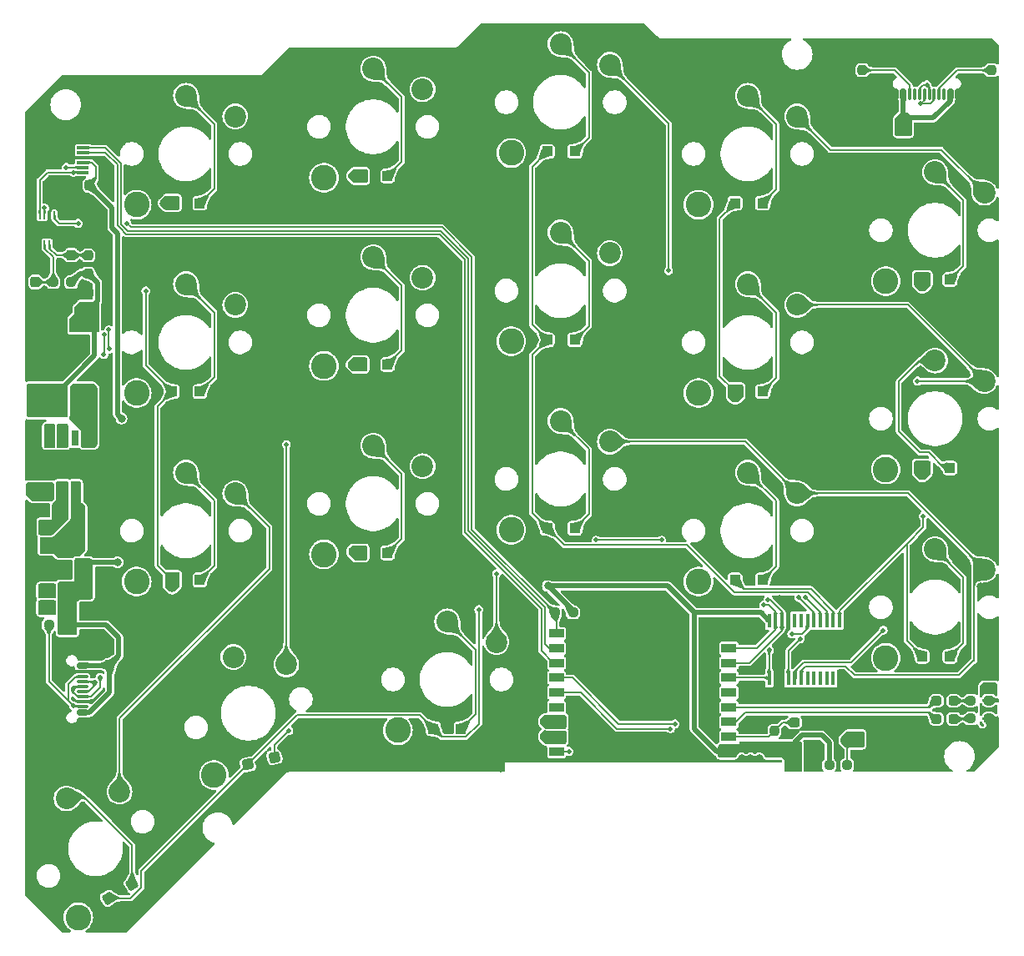
<source format=gbr>
%TF.GenerationSoftware,KiCad,Pcbnew,8.0.4*%
%TF.CreationDate,2024-08-15T01:19:59+08:00*%
%TF.ProjectId,gemini_right,67656d69-6e69-45f7-9269-6768742e6b69,rev?*%
%TF.SameCoordinates,Original*%
%TF.FileFunction,Copper,L1,Top*%
%TF.FilePolarity,Positive*%
%FSLAX46Y46*%
G04 Gerber Fmt 4.6, Leading zero omitted, Abs format (unit mm)*
G04 Created by KiCad (PCBNEW 8.0.4) date 2024-08-15 01:19:59*
%MOMM*%
%LPD*%
G01*
G04 APERTURE LIST*
G04 Aperture macros list*
%AMRoundRect*
0 Rectangle with rounded corners*
0 $1 Rounding radius*
0 $2 $3 $4 $5 $6 $7 $8 $9 X,Y pos of 4 corners*
0 Add a 4 corners polygon primitive as box body*
4,1,4,$2,$3,$4,$5,$6,$7,$8,$9,$2,$3,0*
0 Add four circle primitives for the rounded corners*
1,1,$1+$1,$2,$3*
1,1,$1+$1,$4,$5*
1,1,$1+$1,$6,$7*
1,1,$1+$1,$8,$9*
0 Add four rect primitives between the rounded corners*
20,1,$1+$1,$2,$3,$4,$5,0*
20,1,$1+$1,$4,$5,$6,$7,0*
20,1,$1+$1,$6,$7,$8,$9,0*
20,1,$1+$1,$8,$9,$2,$3,0*%
G04 Aperture macros list end*
%TA.AperFunction,SMDPad,CuDef*%
%ADD10RoundRect,0.250000X-0.109808X-0.409808X0.409808X-0.109808X0.109808X0.409808X-0.409808X0.109808X0*%
%TD*%
%TA.AperFunction,SMDPad,CuDef*%
%ADD11RoundRect,0.062500X0.062500X-0.325000X0.062500X0.325000X-0.062500X0.325000X-0.062500X-0.325000X0*%
%TD*%
%TA.AperFunction,HeatsinkPad*%
%ADD12R,1.400000X1.400000*%
%TD*%
%TA.AperFunction,SMDPad,CuDef*%
%ADD13R,1.250000X0.300000*%
%TD*%
%TA.AperFunction,SMDPad,CuDef*%
%ADD14R,2.500000X2.000000*%
%TD*%
%TA.AperFunction,SMDPad,CuDef*%
%ADD15RoundRect,0.250000X-0.300000X-0.300000X0.300000X-0.300000X0.300000X0.300000X-0.300000X0.300000X0*%
%TD*%
%TA.AperFunction,ComponentPad*%
%ADD16C,2.600000*%
%TD*%
%TA.AperFunction,ComponentPad*%
%ADD17C,2.200000*%
%TD*%
%TA.AperFunction,SMDPad,CuDef*%
%ADD18RoundRect,0.237500X0.250000X0.237500X-0.250000X0.237500X-0.250000X-0.237500X0.250000X-0.237500X0*%
%TD*%
%TA.AperFunction,SMDPad,CuDef*%
%ADD19RoundRect,0.237500X0.300000X0.237500X-0.300000X0.237500X-0.300000X-0.237500X0.300000X-0.237500X0*%
%TD*%
%TA.AperFunction,SMDPad,CuDef*%
%ADD20R,0.700000X1.550000*%
%TD*%
%TA.AperFunction,SMDPad,CuDef*%
%ADD21R,3.500000X2.600000*%
%TD*%
%TA.AperFunction,SMDPad,CuDef*%
%ADD22RoundRect,0.237500X-0.250000X-0.237500X0.250000X-0.237500X0.250000X0.237500X-0.250000X0.237500X0*%
%TD*%
%TA.AperFunction,SMDPad,CuDef*%
%ADD23RoundRect,0.237500X-0.300000X-0.237500X0.300000X-0.237500X0.300000X0.237500X-0.300000X0.237500X0*%
%TD*%
%TA.AperFunction,SMDPad,CuDef*%
%ADD24RoundRect,0.150000X0.150000X-0.512500X0.150000X0.512500X-0.150000X0.512500X-0.150000X-0.512500X0*%
%TD*%
%TA.AperFunction,SMDPad,CuDef*%
%ADD25RoundRect,0.237500X-0.237500X0.300000X-0.237500X-0.300000X0.237500X-0.300000X0.237500X0.300000X0*%
%TD*%
%TA.AperFunction,SMDPad,CuDef*%
%ADD26R,0.450000X1.475000*%
%TD*%
%TA.AperFunction,SMDPad,CuDef*%
%ADD27RoundRect,0.237500X0.237500X-0.300000X0.237500X0.300000X-0.237500X0.300000X-0.237500X-0.300000X0*%
%TD*%
%TA.AperFunction,SMDPad,CuDef*%
%ADD28RoundRect,0.237500X-0.237500X0.250000X-0.237500X-0.250000X0.237500X-0.250000X0.237500X0.250000X0*%
%TD*%
%TA.AperFunction,SMDPad,CuDef*%
%ADD29RoundRect,0.237500X0.287500X0.237500X-0.287500X0.237500X-0.287500X-0.237500X0.287500X-0.237500X0*%
%TD*%
%TA.AperFunction,SMDPad,CuDef*%
%ADD30RoundRect,0.237500X0.237500X-0.250000X0.237500X0.250000X-0.237500X0.250000X-0.237500X-0.250000X0*%
%TD*%
%TA.AperFunction,SMDPad,CuDef*%
%ADD31R,1.250000X1.000000*%
%TD*%
%TA.AperFunction,SMDPad,CuDef*%
%ADD32RoundRect,0.250000X-0.212132X-0.367423X0.367423X-0.212132X0.212132X0.367423X-0.367423X0.212132X0*%
%TD*%
%TA.AperFunction,SMDPad,CuDef*%
%ADD33RoundRect,0.150000X0.150000X0.425000X-0.150000X0.425000X-0.150000X-0.425000X0.150000X-0.425000X0*%
%TD*%
%TA.AperFunction,SMDPad,CuDef*%
%ADD34RoundRect,0.075000X0.075000X0.500000X-0.075000X0.500000X-0.075000X-0.500000X0.075000X-0.500000X0*%
%TD*%
%TA.AperFunction,ComponentPad*%
%ADD35O,1.000000X2.100000*%
%TD*%
%TA.AperFunction,ComponentPad*%
%ADD36O,1.000000X1.800000*%
%TD*%
%TA.AperFunction,SMDPad,CuDef*%
%ADD37R,1.500000X2.500000*%
%TD*%
%TA.AperFunction,SMDPad,CuDef*%
%ADD38R,1.700000X0.700000*%
%TD*%
%TA.AperFunction,SMDPad,CuDef*%
%ADD39R,2.500000X1.800000*%
%TD*%
%TA.AperFunction,SMDPad,CuDef*%
%ADD40R,1.500000X0.900000*%
%TD*%
%TA.AperFunction,HeatsinkPad*%
%ADD41C,0.600000*%
%TD*%
%TA.AperFunction,SMDPad,CuDef*%
%ADD42R,2.900000X2.900000*%
%TD*%
%TA.AperFunction,SMDPad,CuDef*%
%ADD43RoundRect,0.150000X-0.425000X0.150000X-0.425000X-0.150000X0.425000X-0.150000X0.425000X0.150000X0*%
%TD*%
%TA.AperFunction,SMDPad,CuDef*%
%ADD44RoundRect,0.075000X-0.500000X0.075000X-0.500000X-0.075000X0.500000X-0.075000X0.500000X0.075000X0*%
%TD*%
%TA.AperFunction,ComponentPad*%
%ADD45O,2.100000X1.000000*%
%TD*%
%TA.AperFunction,ComponentPad*%
%ADD46O,1.800000X1.000000*%
%TD*%
%TA.AperFunction,ViaPad*%
%ADD47C,0.800000*%
%TD*%
%TA.AperFunction,ViaPad*%
%ADD48C,0.500000*%
%TD*%
%TA.AperFunction,Conductor*%
%ADD49C,0.200000*%
%TD*%
%TA.AperFunction,Conductor*%
%ADD50C,0.500000*%
%TD*%
G04 APERTURE END LIST*
D10*
%TO.P,D18,1,K*%
%TO.N,/RROW5*%
X73913787Y-127052245D03*
%TO.P,D18,2,A*%
%TO.N,Net-(D18-A)*%
X76338659Y-125652245D03*
%TD*%
D11*
%TO.P,IC1,1,CTG*%
%TO.N,GND*%
X66950000Y-60672500D03*
%TO.P,IC1,2,CELL*%
%TO.N,Net-(IC1-CELL)*%
X67450000Y-60672500D03*
%TO.P,IC1,3,VDD*%
%TO.N,Net-(IC1-VDD)*%
X67950000Y-60672500D03*
%TO.P,IC1,4,GND*%
%TO.N,GND*%
X68450000Y-60672500D03*
%TO.P,IC1,5,~{ALRT}*%
%TO.N,/PWR_ALRT*%
X68450000Y-57747500D03*
%TO.P,IC1,6,QSTRT*%
%TO.N,GND*%
X67950000Y-57747500D03*
%TO.P,IC1,7,SCL*%
%TO.N,/SCL*%
X67450000Y-57747500D03*
%TO.P,IC1,8,SDA*%
%TO.N,/SDA*%
X66950000Y-57747500D03*
D12*
%TO.P,IC1,9,EP*%
%TO.N,GND*%
X67700000Y-59210000D03*
%TD*%
D13*
%TO.P,J1,1,Pin_1*%
%TO.N,/TPAD_RDY*%
X71337500Y-50875000D03*
%TO.P,J1,2,Pin_2*%
%TO.N,/TPAD_NRST*%
X71337500Y-51375000D03*
%TO.P,J1,3,Pin_3*%
%TO.N,GND*%
X71337500Y-51875000D03*
%TO.P,J1,4,Pin_4*%
%TO.N,+3V3*%
X71337500Y-52375000D03*
%TO.P,J1,5,Pin_5*%
%TO.N,/SCL*%
X71337500Y-52875000D03*
%TO.P,J1,6,Pin_6*%
%TO.N,/SDA*%
X71337500Y-53375000D03*
D14*
%TO.P,J1,MP,MountPin*%
%TO.N,GND*%
X68762500Y-49185000D03*
X68762500Y-55065000D03*
%TD*%
D15*
%TO.P,D2,1,K*%
%TO.N,/RROW0*%
X156494228Y-83375000D03*
%TO.P,D2,2,A*%
%TO.N,Net-(D2-A)*%
X159294228Y-83375000D03*
%TD*%
D16*
%TO.P,SW6,*%
%TO.N,*%
X133794228Y-94900000D03*
D17*
%TO.P,SW6,1,1*%
%TO.N,Net-(D6-A)*%
X138794228Y-83850000D03*
%TO.P,SW6,2,2*%
%TO.N,/RCOL2*%
X143794228Y-85950000D03*
%TD*%
D15*
%TO.P,D5,1,K*%
%TO.N,/RROW1*%
X137494228Y-75625000D03*
%TO.P,D5,2,A*%
%TO.N,Net-(D5-A)*%
X140294228Y-75625000D03*
%TD*%
D18*
%TO.P,R4,1*%
%TO.N,+3V3*%
X121054500Y-98044000D03*
%TO.P,R4,2*%
%TO.N,/PWR_ALRT*%
X119229500Y-98044000D03*
%TD*%
D19*
%TO.P,C8,1*%
%TO.N,GND*%
X145261501Y-109220000D03*
%TO.P,C8,2*%
%TO.N,Net-(U3-EN)*%
X143536499Y-109220000D03*
%TD*%
D16*
%TO.P,SW18,*%
%TO.N,*%
X70871095Y-128982149D03*
D17*
%TO.P,SW18,1,1*%
%TO.N,Net-(D18-A)*%
X69676222Y-116912568D03*
%TO.P,SW18,2,2*%
%TO.N,/RCOL2*%
X75056349Y-116231221D03*
%TD*%
D15*
%TO.P,D15,1,K*%
%TO.N,/RROW4*%
X80394228Y-94750000D03*
%TO.P,D15,2,A*%
%TO.N,Net-(D15-A)*%
X83194228Y-94750000D03*
%TD*%
D16*
%TO.P,SW10,*%
%TO.N,*%
X95794228Y-53900000D03*
D17*
%TO.P,SW10,1,1*%
%TO.N,Net-(D10-A)*%
X100794228Y-42850000D03*
%TO.P,SW10,2,2*%
%TO.N,/RCOL0*%
X105794228Y-44950000D03*
%TD*%
D19*
%TO.P,C12,1*%
%TO.N,GND*%
X145261501Y-111823500D03*
%TO.P,C12,2*%
%TO.N,+3V3*%
X143536499Y-111823500D03*
%TD*%
D20*
%TO.P,U1,1,SW*%
%TO.N,Net-(U1-SW)*%
X71804999Y-80350000D03*
%TO.P,U1,2,LED*%
%TO.N,unconnected-(U1-LED-Pad2)*%
X70535000Y-80350000D03*
%TO.P,U1,3,STAT*%
%TO.N,/PWR_STAT*%
X69265000Y-80350000D03*
%TO.P,U1,4,BST*%
%TO.N,/BOOST_STAT*%
X67995001Y-80350000D03*
%TO.P,U1,5,ISET*%
%TO.N,Net-(U1-ISET)*%
X67995001Y-85800000D03*
%TO.P,U1,6,BAT*%
%TO.N,+BATT*%
X69265000Y-85800000D03*
%TO.P,U1,7,OUT*%
%TO.N,/VBUS*%
X70535000Y-85800000D03*
%TO.P,U1,8,PGND*%
%TO.N,GND*%
X71804999Y-85800000D03*
D21*
%TO.P,U1,9,AGND*%
X69900000Y-83075000D03*
%TD*%
D16*
%TO.P,SW16,*%
%TO.N,*%
X103294228Y-110000000D03*
D17*
%TO.P,SW16,1,1*%
%TO.N,Net-(D16-A)*%
X108294228Y-98950000D03*
%TO.P,SW16,2,2*%
%TO.N,/RCOL0*%
X113294228Y-101050000D03*
%TD*%
D22*
%TO.P,R10,1*%
%TO.N,Net-(D20-K)*%
X161428301Y-108800600D03*
%TO.P,R10,2*%
%TO.N,GND*%
X163253301Y-108800600D03*
%TD*%
D23*
%TO.P,C2,1*%
%TO.N,/VBUS*%
X70762498Y-89435000D03*
%TO.P,C2,2*%
%TO.N,GND*%
X72487500Y-89435000D03*
%TD*%
D22*
%TO.P,R9,1*%
%TO.N,Net-(D19-K)*%
X161428301Y-106965600D03*
%TO.P,R9,2*%
%TO.N,GND*%
X163253301Y-106965600D03*
%TD*%
D24*
%TO.P,U2,1,GND*%
%TO.N,GND*%
X69530001Y-93612500D03*
%TO.P,U2,2,VO*%
%TO.N,+3V3*%
X71429999Y-93612500D03*
%TO.P,U2,3,VI*%
%TO.N,/VBUS*%
X70480000Y-91337500D03*
%TD*%
D22*
%TO.P,R8,1*%
%TO.N,/SDA*%
X67881911Y-97570294D03*
%TO.P,R8,2*%
%TO.N,+3V3*%
X69706911Y-97570294D03*
%TD*%
D19*
%TO.P,C5,1*%
%TO.N,GND*%
X145261501Y-113538000D03*
%TO.P,C5,2*%
%TO.N,+3V3*%
X143536499Y-113538000D03*
%TD*%
D15*
%TO.P,D8,1,K*%
%TO.N,/RROW2*%
X118444228Y-70375000D03*
%TO.P,D8,2,A*%
%TO.N,Net-(D8-A)*%
X121244228Y-70375000D03*
%TD*%
%TO.P,D13,1,K*%
%TO.N,/RROW4*%
X80394228Y-56500000D03*
%TO.P,D13,2,A*%
%TO.N,Net-(D13-A)*%
X83194228Y-56500000D03*
%TD*%
D25*
%TO.P,C11,1*%
%TO.N,+3V3*%
X71625000Y-95893088D03*
%TO.P,C11,2*%
%TO.N,GND*%
X71625000Y-97618090D03*
%TD*%
D26*
%TO.P,IC2,1,~{INT}*%
%TO.N,/KEY_INT*%
X140951000Y-104738000D03*
%TO.P,IC2,2,A1*%
%TO.N,GND*%
X141601000Y-104738000D03*
%TO.P,IC2,3,A2*%
X142251000Y-104738000D03*
%TO.P,IC2,4,P00*%
%TO.N,/RCOL0*%
X142901000Y-104738000D03*
%TO.P,IC2,5,P01*%
%TO.N,/RCOL1*%
X143551000Y-104738000D03*
%TO.P,IC2,6,P02*%
%TO.N,/RCOL2*%
X144201000Y-104738000D03*
%TO.P,IC2,7,P03*%
%TO.N,unconnected-(IC2-P03-Pad7)*%
X144851000Y-104738000D03*
%TO.P,IC2,8,P04*%
%TO.N,unconnected-(IC2-P04-Pad8)*%
X145501000Y-104738000D03*
%TO.P,IC2,9,P05*%
%TO.N,unconnected-(IC2-P05-Pad9)*%
X146151000Y-104738000D03*
%TO.P,IC2,10,P06*%
%TO.N,unconnected-(IC2-P06-Pad10)*%
X146801000Y-104738000D03*
%TO.P,IC2,11,P07*%
%TO.N,unconnected-(IC2-P07-Pad11)*%
X147451000Y-104738000D03*
%TO.P,IC2,12,GND*%
%TO.N,GND*%
X148101000Y-104738000D03*
%TO.P,IC2,13,P10*%
%TO.N,/RROW0*%
X148101000Y-98862000D03*
%TO.P,IC2,14,P11*%
%TO.N,/RROW1*%
X147451000Y-98862000D03*
%TO.P,IC2,15,P12*%
%TO.N,/RROW2*%
X146801000Y-98862000D03*
%TO.P,IC2,16,P13*%
%TO.N,/RROW3*%
X146151000Y-98862000D03*
%TO.P,IC2,17,P14*%
%TO.N,/RROW4*%
X145501000Y-98862000D03*
%TO.P,IC2,18,P15*%
%TO.N,/RROW5*%
X144851000Y-98862000D03*
%TO.P,IC2,19,P16*%
%TO.N,unconnected-(IC2-P16-Pad19)*%
X144201000Y-98862000D03*
%TO.P,IC2,20,P17*%
%TO.N,unconnected-(IC2-P17-Pad20)*%
X143551000Y-98862000D03*
%TO.P,IC2,21,A0*%
%TO.N,GND*%
X142901000Y-98862000D03*
%TO.P,IC2,22,SCL*%
%TO.N,/SCL*%
X142251000Y-98862000D03*
%TO.P,IC2,23,SDA*%
%TO.N,/SDA*%
X141601000Y-98862000D03*
%TO.P,IC2,24,VCC*%
%TO.N,+3V3*%
X140951000Y-98862000D03*
%TD*%
D16*
%TO.P,SW17,*%
%TO.N,*%
X84629511Y-114540731D03*
D17*
%TO.P,SW17,1,1*%
%TO.N,Net-(D17-A)*%
X86599190Y-102573156D03*
%TO.P,SW17,2,2*%
%TO.N,/RCOL1*%
X91972339Y-103307505D03*
%TD*%
D15*
%TO.P,D3,1,K*%
%TO.N,/RROW0*%
X156494228Y-102500000D03*
%TO.P,D3,2,A*%
%TO.N,Net-(D3-A)*%
X159294228Y-102500000D03*
%TD*%
D16*
%TO.P,SW15,*%
%TO.N,*%
X76794228Y-94900000D03*
D17*
%TO.P,SW15,1,1*%
%TO.N,Net-(D15-A)*%
X81794228Y-83850000D03*
%TO.P,SW15,2,2*%
%TO.N,/RCOL2*%
X86794228Y-85950000D03*
%TD*%
D27*
%TO.P,C6,1*%
%TO.N,Net-(IC1-CELL)*%
X66504999Y-64487501D03*
%TO.P,C6,2*%
%TO.N,GND*%
X66504999Y-62762499D03*
%TD*%
D28*
%TO.P,R5,1*%
%TO.N,Net-(J2_toHost1-CC1)*%
X163525001Y-43001911D03*
%TO.P,R5,2*%
%TO.N,GND*%
X163525001Y-44826911D03*
%TD*%
D15*
%TO.P,D10,1,K*%
%TO.N,/RROW3*%
X99444228Y-53750000D03*
%TO.P,D10,2,A*%
%TO.N,Net-(D10-A)*%
X102244228Y-53750000D03*
%TD*%
D29*
%TO.P,D20,1,K*%
%TO.N,Net-(D20-K)*%
X159670799Y-108840600D03*
%TO.P,D20,2,A*%
%TO.N,/WARN_LED*%
X157920801Y-108840600D03*
%TD*%
D16*
%TO.P,SW4,*%
%TO.N,*%
X133794228Y-56650000D03*
D17*
%TO.P,SW4,1,1*%
%TO.N,Net-(D4-A)*%
X138794228Y-45600000D03*
%TO.P,SW4,2,2*%
%TO.N,/RCOL0*%
X143794228Y-47700000D03*
%TD*%
D22*
%TO.P,R7,1*%
%TO.N,/SCL*%
X67881911Y-95835589D03*
%TO.P,R7,2*%
%TO.N,+3V3*%
X69706911Y-95835589D03*
%TD*%
D16*
%TO.P,SW9,*%
%TO.N,*%
X114794228Y-89650000D03*
D17*
%TO.P,SW9,1,1*%
%TO.N,Net-(D9-A)*%
X119794228Y-78600000D03*
%TO.P,SW9,2,2*%
%TO.N,/RCOL2*%
X124794228Y-80700000D03*
%TD*%
D22*
%TO.P,R2,1*%
%TO.N,Net-(IC1-CELL)*%
X68322500Y-64525001D03*
%TO.P,R2,2*%
%TO.N,+BATT*%
X70147500Y-64525001D03*
%TD*%
D27*
%TO.P,C7,1*%
%TO.N,Net-(IC1-VDD)*%
X70164999Y-61767501D03*
%TO.P,C7,2*%
%TO.N,GND*%
X70164999Y-60042499D03*
%TD*%
D30*
%TO.P,R1,1*%
%TO.N,Net-(U1-ISET)*%
X66295000Y-85697498D03*
%TO.P,R1,2*%
%TO.N,GND*%
X66295000Y-83872498D03*
%TD*%
D16*
%TO.P,SW3,*%
%TO.N,*%
X152794228Y-102650000D03*
D17*
%TO.P,SW3,1,1*%
%TO.N,Net-(D3-A)*%
X157794228Y-91600000D03*
%TO.P,SW3,2,2*%
%TO.N,/RCOL2*%
X162794228Y-93700000D03*
%TD*%
D15*
%TO.P,D7,1,K*%
%TO.N,/RROW2*%
X118444228Y-51250000D03*
%TO.P,D7,2,A*%
%TO.N,Net-(D7-A)*%
X121244228Y-51250000D03*
%TD*%
D16*
%TO.P,SW2,*%
%TO.N,*%
X152794228Y-83525000D03*
D17*
%TO.P,SW2,1,1*%
%TO.N,Net-(D2-A)*%
X157794228Y-72475000D03*
%TO.P,SW2,2,2*%
%TO.N,/RCOL1*%
X162794228Y-74575000D03*
%TD*%
D22*
%TO.P,R11,1*%
%TO.N,/KEY_INT*%
X67881911Y-99305000D03*
%TO.P,R11,2*%
%TO.N,+3V3*%
X69706911Y-99305000D03*
%TD*%
D31*
%TO.P,SW19,1,1*%
%TO.N,/BOOTn*%
X149668000Y-110998000D03*
%TO.P,SW19,2,2*%
%TO.N,GND*%
X157418000Y-110998000D03*
%TD*%
D15*
%TO.P,D12,1,K*%
%TO.N,/RROW3*%
X99444228Y-92000000D03*
%TO.P,D12,2,A*%
%TO.N,Net-(D12-A)*%
X102244228Y-92000000D03*
%TD*%
%TO.P,D14,1,K*%
%TO.N,/RROW4*%
X80394228Y-75625000D03*
%TO.P,D14,2,A*%
%TO.N,Net-(D14-A)*%
X83194228Y-75625000D03*
%TD*%
D27*
%TO.P,C16,1*%
%TO.N,+BATT*%
X71875001Y-67337501D03*
%TO.P,C16,2*%
%TO.N,GND*%
X71875001Y-65612499D03*
%TD*%
D32*
%TO.P,D17,1,K*%
%TO.N,/RROW5*%
X88068022Y-113464094D03*
%TO.P,D17,2,A*%
%TO.N,Net-(D17-A)*%
X90772614Y-112739400D03*
%TD*%
D16*
%TO.P,SW1,*%
%TO.N,*%
X152794228Y-64400000D03*
D17*
%TO.P,SW1,1,1*%
%TO.N,Net-(D1-A)*%
X157794228Y-53350000D03*
%TO.P,SW1,2,2*%
%TO.N,/RCOL0*%
X162794228Y-55450000D03*
%TD*%
D33*
%TO.P,J2_toHost1,A1,GND*%
%TO.N,GND*%
X160160000Y-45444999D03*
%TO.P,J2_toHost1,A4,VBUS*%
%TO.N,/VBUS*%
X159360000Y-45444999D03*
D34*
%TO.P,J2_toHost1,A5,CC1*%
%TO.N,Net-(J2_toHost1-CC1)*%
X158210000Y-45444999D03*
%TO.P,J2_toHost1,A6,D+*%
%TO.N,/USB_D+*%
X157210000Y-45444999D03*
%TO.P,J2_toHost1,A7,D-*%
%TO.N,/USB_D-*%
X156710000Y-45444999D03*
%TO.P,J2_toHost1,A8,SBU1*%
%TO.N,unconnected-(J2_toHost1-SBU1-PadA8)*%
X155710000Y-45444999D03*
D33*
%TO.P,J2_toHost1,A9,VBUS*%
%TO.N,/VBUS*%
X154560000Y-45444999D03*
%TO.P,J2_toHost1,A12,GND*%
%TO.N,GND*%
X153760000Y-45444999D03*
%TO.P,J2_toHost1,B1,GND*%
X153760000Y-45444999D03*
%TO.P,J2_toHost1,B4,VBUS*%
%TO.N,/VBUS*%
X154560000Y-45444999D03*
D34*
%TO.P,J2_toHost1,B5,CC2*%
%TO.N,Net-(J2_toHost1-CC2)*%
X155210000Y-45444999D03*
%TO.P,J2_toHost1,B6,D+*%
%TO.N,/USB_D+*%
X156210000Y-45444999D03*
%TO.P,J2_toHost1,B7,D-*%
%TO.N,/USB_D-*%
X157710000Y-45444999D03*
%TO.P,J2_toHost1,B8,SBU2*%
%TO.N,unconnected-(J2_toHost1-SBU2-PadB8)*%
X158710000Y-45444999D03*
D33*
%TO.P,J2_toHost1,B9,VBUS*%
%TO.N,/VBUS*%
X159360000Y-45444999D03*
%TO.P,J2_toHost1,B12,GND*%
%TO.N,GND*%
X160160000Y-45444999D03*
D35*
%TO.P,J2_toHost1,S1,SHIELD*%
X161280000Y-44869999D03*
D36*
X161280000Y-40689999D03*
D35*
X152640000Y-44869999D03*
D36*
X152640000Y-40689999D03*
%TD*%
D28*
%TO.P,R6,1*%
%TO.N,Net-(J2_toHost1-CC2)*%
X150394999Y-43001911D03*
%TO.P,R6,2*%
%TO.N,GND*%
X150394999Y-44826911D03*
%TD*%
D37*
%TO.P,L1,1,1*%
%TO.N,+BATT*%
X67974999Y-76520000D03*
%TO.P,L1,2,2*%
%TO.N,Net-(U1-SW)*%
X71675001Y-76520000D03*
%TD*%
D15*
%TO.P,D16,1,K*%
%TO.N,/RROW5*%
X106894228Y-109850000D03*
%TO.P,D16,2,A*%
%TO.N,Net-(D16-A)*%
X109694228Y-109850000D03*
%TD*%
D30*
%TO.P,R13,1*%
%TO.N,+3V3*%
X141478000Y-111910500D03*
%TO.P,R13,2*%
%TO.N,Net-(U3-EN)*%
X141478000Y-110085500D03*
%TD*%
D18*
%TO.P,R12,1*%
%TO.N,/BOOTn*%
X148867500Y-113538000D03*
%TO.P,R12,2*%
%TO.N,+3V3*%
X147042500Y-113538000D03*
%TD*%
D16*
%TO.P,SW8,*%
%TO.N,*%
X114794228Y-70525000D03*
D17*
%TO.P,SW8,1,1*%
%TO.N,Net-(D8-A)*%
X119794228Y-59475000D03*
%TO.P,SW8,2,2*%
%TO.N,/RCOL1*%
X124794228Y-61575000D03*
%TD*%
D23*
%TO.P,C3,1*%
%TO.N,/VBUS*%
X70762499Y-87794411D03*
%TO.P,C3,2*%
%TO.N,GND*%
X72487501Y-87794411D03*
%TD*%
D15*
%TO.P,D1,1,K*%
%TO.N,/RROW0*%
X156494228Y-64250000D03*
%TO.P,D1,2,A*%
%TO.N,Net-(D1-A)*%
X159294228Y-64250000D03*
%TD*%
%TO.P,D6,1,K*%
%TO.N,/RROW1*%
X137494228Y-94750000D03*
%TO.P,D6,2,A*%
%TO.N,Net-(D6-A)*%
X140294228Y-94750000D03*
%TD*%
D16*
%TO.P,SW7,*%
%TO.N,*%
X114794228Y-51400000D03*
D17*
%TO.P,SW7,1,1*%
%TO.N,Net-(D7-A)*%
X119794228Y-40350000D03*
%TO.P,SW7,2,2*%
%TO.N,/RCOL0*%
X124794228Y-42450000D03*
%TD*%
D25*
%TO.P,C13,1*%
%TO.N,+3V3*%
X72005000Y-54672499D03*
%TO.P,C13,2*%
%TO.N,GND*%
X72005000Y-56397501D03*
%TD*%
D27*
%TO.P,C10,1*%
%TO.N,GND*%
X67715000Y-92937502D03*
%TO.P,C10,2*%
%TO.N,/VBUS*%
X67715000Y-91212500D03*
%TD*%
D16*
%TO.P,SW13,*%
%TO.N,*%
X76794228Y-56650000D03*
D17*
%TO.P,SW13,1,1*%
%TO.N,Net-(D13-A)*%
X81794228Y-45600000D03*
%TO.P,SW13,2,2*%
%TO.N,/RCOL0*%
X86794228Y-47700000D03*
%TD*%
D28*
%TO.P,R3,1*%
%TO.N,Net-(IC1-VDD)*%
X71875000Y-61812500D03*
%TO.P,R3,2*%
%TO.N,+BATT*%
X71875000Y-63637500D03*
%TD*%
D15*
%TO.P,D11,1,K*%
%TO.N,/RROW3*%
X99444228Y-72875000D03*
%TO.P,D11,2,A*%
%TO.N,Net-(D11-A)*%
X102244228Y-72875000D03*
%TD*%
D16*
%TO.P,SW5,*%
%TO.N,*%
X133794228Y-75775000D03*
D17*
%TO.P,SW5,1,1*%
%TO.N,Net-(D5-A)*%
X138794228Y-64725000D03*
%TO.P,SW5,2,2*%
%TO.N,/RCOL1*%
X143794228Y-66825000D03*
%TD*%
D15*
%TO.P,D4,1,K*%
%TO.N,/RROW1*%
X137494228Y-56500000D03*
%TO.P,D4,2,A*%
%TO.N,Net-(D4-A)*%
X140294228Y-56500000D03*
%TD*%
D16*
%TO.P,SW11,*%
%TO.N,*%
X95794228Y-73025000D03*
D17*
%TO.P,SW11,1,1*%
%TO.N,Net-(D11-A)*%
X100794228Y-61975000D03*
%TO.P,SW11,2,2*%
%TO.N,/RCOL1*%
X105794228Y-64075000D03*
%TD*%
D38*
%TO.P,J2,1,Pin_1*%
%TO.N,+BATT*%
X71207503Y-68995000D03*
%TO.P,J2,2,Pin_2*%
%TO.N,GND*%
X71207503Y-70245000D03*
D39*
%TO.P,J2,MP,MountPin*%
X68707503Y-66545000D03*
X68707503Y-72695000D03*
%TD*%
D40*
%TO.P,U3,1,3V3*%
%TO.N,+3V3*%
X136880000Y-112161000D03*
%TO.P,U3,2,EN*%
%TO.N,Net-(U3-EN)*%
X136880000Y-110661000D03*
%TO.P,U3,3,IO4*%
%TO.N,/WARN_LED*%
X136880000Y-109161000D03*
%TO.P,U3,4,IO5*%
%TO.N,/STAT_LED*%
X136880000Y-107661000D03*
%TO.P,U3,5,IO6*%
%TO.N,unconnected-(U3-IO6-Pad5)*%
X136880000Y-106161000D03*
%TO.P,U3,6,IO7*%
%TO.N,/KEY_INT*%
X136880000Y-104661000D03*
%TO.P,U3,7,IO8*%
%TO.N,/SCL*%
X136880000Y-103161000D03*
%TO.P,U3,8,IO9*%
%TO.N,/SDA*%
X136880000Y-101661000D03*
%TO.P,U3,9,GND*%
%TO.N,GND*%
X136880000Y-100161000D03*
%TO.P,U3,10,IO10*%
%TO.N,/PWR_ALRT*%
X119380000Y-100161000D03*
%TO.P,U3,11,IO20/RXD*%
%TO.N,/TPAD_RDY*%
X119380000Y-101661000D03*
%TO.P,U3,12,IO21/TXD*%
%TO.N,/TPAD_NRST*%
X119380000Y-103161000D03*
%TO.P,U3,13,IO18*%
%TO.N,/USB_D-*%
X119380000Y-104661000D03*
%TO.P,U3,14,IO19*%
%TO.N,/USB_D+*%
X119380000Y-106161000D03*
%TO.P,U3,15,IO3*%
%TO.N,unconnected-(U3-IO3-Pad15)*%
X119380000Y-107661000D03*
%TO.P,U3,16,IO2*%
%TO.N,/PWR_STAT*%
X119380000Y-109161000D03*
%TO.P,U3,17,IO1*%
%TO.N,/BOOST_STAT*%
X119380000Y-110661000D03*
%TO.P,U3,18,IO0*%
%TO.N,/BOOTn*%
X119380000Y-112161000D03*
D41*
%TO.P,U3,19,GND*%
%TO.N,GND*%
X128270000Y-106510999D03*
X128270000Y-105411000D03*
X127720000Y-107061000D03*
X127720000Y-105961000D03*
X127720000Y-104861000D03*
X127170000Y-106511000D03*
D42*
X127170000Y-105961000D03*
D41*
X127170000Y-105410999D03*
X126620000Y-107061000D03*
X126620000Y-105961000D03*
X126620000Y-104861000D03*
X126070000Y-106510999D03*
X126070000Y-105411000D03*
%TD*%
D16*
%TO.P,SW12,*%
%TO.N,*%
X95794228Y-92150000D03*
D17*
%TO.P,SW12,1,1*%
%TO.N,Net-(D12-A)*%
X100794228Y-81100000D03*
%TO.P,SW12,2,2*%
%TO.N,/RCOL2*%
X105794228Y-83200000D03*
%TD*%
D15*
%TO.P,D9,1,K*%
%TO.N,/RROW2*%
X118444228Y-89500000D03*
%TO.P,D9,2,A*%
%TO.N,Net-(D9-A)*%
X121244228Y-89500000D03*
%TD*%
D29*
%TO.P,D19,1,K*%
%TO.N,Net-(D19-K)*%
X159670799Y-107005600D03*
%TO.P,D19,2,A*%
%TO.N,/STAT_LED*%
X157920801Y-107005600D03*
%TD*%
D16*
%TO.P,SW14,*%
%TO.N,*%
X76794228Y-75775000D03*
D17*
%TO.P,SW14,1,1*%
%TO.N,Net-(D14-A)*%
X81794228Y-64725000D03*
%TO.P,SW14,2,2*%
%TO.N,/RCOL1*%
X86794228Y-66825000D03*
%TD*%
D19*
%TO.P,C9,1*%
%TO.N,/VBUS*%
X154576912Y-48974706D03*
%TO.P,C9,2*%
%TO.N,GND*%
X152851910Y-48974706D03*
%TD*%
D43*
%TO.P,J1_toLeft1,A1,GND*%
%TO.N,GND*%
X71299227Y-102620000D03*
%TO.P,J1_toLeft1,A4,VBUS*%
%TO.N,+3V3*%
X71299227Y-103420000D03*
D44*
%TO.P,J1_toLeft1,A5,CC1*%
%TO.N,/KEY_INT*%
X71299227Y-104570000D03*
%TO.P,J1_toLeft1,A6,D+*%
%TO.N,/SDA*%
X71299227Y-105570000D03*
%TO.P,J1_toLeft1,A7,D-*%
%TO.N,/SCL*%
X71299227Y-106070000D03*
%TO.P,J1_toLeft1,A8,SBU1*%
%TO.N,GND*%
X71299227Y-107070000D03*
D43*
%TO.P,J1_toLeft1,A9,VBUS*%
%TO.N,+3V3*%
X71299227Y-108220000D03*
%TO.P,J1_toLeft1,A12,GND*%
%TO.N,GND*%
X71299227Y-109020000D03*
%TO.P,J1_toLeft1,B1,GND*%
X71299227Y-109020000D03*
%TO.P,J1_toLeft1,B4,VBUS*%
%TO.N,+3V3*%
X71299227Y-108220000D03*
D44*
%TO.P,J1_toLeft1,B5,CC2*%
%TO.N,/KEY_INT*%
X71299227Y-107570000D03*
%TO.P,J1_toLeft1,B6,D+*%
%TO.N,/SDA*%
X71299227Y-106570000D03*
%TO.P,J1_toLeft1,B7,D-*%
%TO.N,/SCL*%
X71299227Y-105070000D03*
%TO.P,J1_toLeft1,B8,SBU2*%
%TO.N,GND*%
X71299227Y-104070000D03*
D43*
%TO.P,J1_toLeft1,B9,VBUS*%
%TO.N,+3V3*%
X71299227Y-103420000D03*
%TO.P,J1_toLeft1,B12,GND*%
%TO.N,GND*%
X71299227Y-102620000D03*
D45*
%TO.P,J1_toLeft1,S1,SHIELD*%
X70724227Y-101500000D03*
D46*
X66544227Y-101500000D03*
D45*
X70724227Y-110140000D03*
D46*
X66544227Y-110140000D03*
%TD*%
D23*
%TO.P,C4,1*%
%TO.N,GND*%
X67322498Y-87775000D03*
%TO.P,C4,2*%
%TO.N,+BATT*%
X69047500Y-87775000D03*
%TD*%
D27*
%TO.P,C1,1*%
%TO.N,+3V3*%
X74055000Y-103382501D03*
%TO.P,C1,2*%
%TO.N,GND*%
X74055000Y-101657499D03*
%TD*%
D47*
%TO.N,GND*%
X114554000Y-112861000D03*
X115443000Y-112861000D03*
X116332000Y-112861000D03*
X139954000Y-112861000D03*
X139065000Y-112861000D03*
X138175436Y-112861000D03*
X117234561Y-112861000D03*
X118084563Y-112861001D03*
X113729978Y-113835844D03*
X140125998Y-103961000D03*
X141605000Y-108966000D03*
X162450000Y-95441254D03*
X155619227Y-95186994D03*
X153850001Y-93139949D03*
X69650000Y-57851809D03*
X75694228Y-60352353D03*
X73431600Y-59244749D03*
X142024949Y-96711999D03*
X138574975Y-99485025D03*
X136373121Y-96088070D03*
X120484051Y-93663999D03*
X122033975Y-94093975D03*
D48*
%TO.N,/USB_D-*%
X156336923Y-46419927D03*
%TO.N,/USB_D+*%
X156951838Y-44496198D03*
%TO.N,/USB_D-*%
X131401964Y-109346600D03*
%TO.N,/USB_D+*%
X130937000Y-109849000D03*
%TO.N,/RROW4*%
X77724000Y-65405000D03*
X79375000Y-56515000D03*
D47*
%TO.N,/VBUS*%
X154559000Y-47879000D03*
X69215000Y-90424000D03*
D48*
%TO.N,/RROW4*%
X80391000Y-95758000D03*
X143990863Y-96546266D03*
%TO.N,/RROW3*%
X98552000Y-91948000D03*
X144669499Y-96514400D03*
D47*
%TO.N,+BATT*%
X67245000Y-89408000D03*
X66294000Y-76581000D03*
%TO.N,+3V3*%
X75250000Y-78350000D03*
X74850000Y-92950000D03*
X118510753Y-95357247D03*
D48*
%TO.N,/RROW0*%
X156591000Y-84328000D03*
X156591000Y-88265000D03*
X156591000Y-65203000D03*
%TO.N,/RROW5*%
X143256000Y-100203000D03*
X111506000Y-97747600D03*
%TO.N,Net-(D17-A)*%
X92221309Y-110021309D03*
%TO.N,/RCOL1*%
X156000000Y-74550000D03*
X152527000Y-99851900D03*
X91972339Y-81000000D03*
%TO.N,/SDA*%
X74008573Y-71308573D03*
X73086775Y-104622400D03*
X70350000Y-53375000D03*
X140427172Y-97290470D03*
X70352400Y-105750000D03*
X73971023Y-69366224D03*
%TO.N,/PWR_ALRT*%
X70852400Y-58551809D03*
X75804435Y-58545565D03*
%TO.N,/KEY_INT*%
X70400000Y-107550000D03*
X140970000Y-101854000D03*
%TO.N,/RCOL0*%
X113294228Y-94107000D03*
X130750000Y-63350000D03*
X130050000Y-90697600D03*
X123400000Y-90697600D03*
X144110456Y-100705400D03*
%TO.N,/SCL*%
X73468623Y-69868623D03*
X140848209Y-96788070D03*
X72562793Y-105170931D03*
X69650000Y-52872600D03*
X73458573Y-71858573D03*
X67452400Y-57000000D03*
%TO.N,/PWR_STAT*%
X118110000Y-109220000D03*
X69215000Y-79121000D03*
%TO.N,/BOOST_STAT*%
X118110000Y-110617000D03*
X67945000Y-79121000D03*
%TO.N,/BOOTn*%
X120650000Y-112141000D03*
X148500000Y-111000000D03*
%TD*%
D49*
%TO.N,/RROW5*%
X111506000Y-97747600D02*
X111521628Y-97763228D01*
X111521628Y-97763228D02*
X111521628Y-109340028D01*
X111521628Y-109340028D02*
X110209256Y-110652400D01*
X110209256Y-110652400D02*
X107696628Y-110652400D01*
X107696628Y-110652400D02*
X106894228Y-109850000D01*
%TO.N,/WARN_LED*%
X157920801Y-108840600D02*
X157284201Y-108204000D01*
X157284201Y-108204000D02*
X138557000Y-108204000D01*
X138557000Y-108204000D02*
X137600000Y-109161000D01*
X137600000Y-109161000D02*
X136880000Y-109161000D01*
%TO.N,/USB_D+*%
X119380000Y-106161000D02*
X121844800Y-106161000D01*
X121844800Y-106161000D02*
X125532800Y-109849000D01*
X125532800Y-109849000D02*
X130937000Y-109849000D01*
%TO.N,/USB_D-*%
X156710000Y-46019998D02*
X156710000Y-45444999D01*
X156336923Y-46419927D02*
X157310071Y-46419927D01*
X156336923Y-46419927D02*
X156336923Y-46393075D01*
X156336923Y-46393075D02*
X156710000Y-46019998D01*
X157310071Y-46419927D02*
X157710000Y-46019998D01*
X157710000Y-46019998D02*
X157710000Y-45444999D01*
D50*
%TO.N,+3V3*%
X72005000Y-54672499D02*
X74281600Y-56949099D01*
X74844228Y-59572045D02*
X74844228Y-77944228D01*
X74281600Y-56949099D02*
X74281600Y-59009417D01*
X74281600Y-59009417D02*
X74844228Y-59572045D01*
X74844228Y-77944228D02*
X75250000Y-78350000D01*
D49*
%TO.N,/RROW4*%
X77724000Y-65405000D02*
X77724000Y-72954772D01*
X77724000Y-72954772D02*
X80394228Y-75625000D01*
X80394228Y-94750000D02*
X78919228Y-93275000D01*
X78919228Y-93275000D02*
X78919228Y-77100000D01*
X78919228Y-77100000D02*
X80394228Y-75625000D01*
D50*
%TO.N,/VBUS*%
X155448000Y-47850000D02*
X157624541Y-47850000D01*
X154600000Y-47850000D02*
X155448000Y-47850000D01*
D49*
%TO.N,/TPAD_NRST*%
X71337500Y-51375000D02*
X73609632Y-51375000D01*
X74831600Y-52596968D02*
X74831600Y-58781599D01*
X75702400Y-59652400D02*
X107504033Y-59652400D01*
X117856000Y-97667236D02*
X117856000Y-101937000D01*
X117856000Y-101937000D02*
X119080000Y-103161000D01*
X73609632Y-51375000D02*
X74831600Y-52596968D01*
X74831600Y-58781599D02*
X75335001Y-59285000D01*
X75335001Y-59285000D02*
X75495969Y-59445969D01*
X75495969Y-59445969D02*
X75702400Y-59652400D01*
X110097600Y-89908836D02*
X117856000Y-97667236D01*
X107504033Y-59652400D02*
X110097600Y-62245967D01*
X110097600Y-62245967D02*
X110097600Y-89908836D01*
X119080000Y-103161000D02*
X119380000Y-103161000D01*
%TO.N,/TPAD_RDY*%
X119380000Y-101661000D02*
X118679000Y-101661000D01*
X118679000Y-101661000D02*
X118237000Y-101219000D01*
X118237000Y-101219000D02*
X118237000Y-97549869D01*
X118237000Y-97549869D02*
X110450000Y-89762869D01*
X110450000Y-89762869D02*
X110450000Y-62099999D01*
X73608000Y-50875000D02*
X71337500Y-50875000D01*
X110450000Y-62099999D02*
X107650001Y-59300000D01*
X107650001Y-59300000D02*
X75848369Y-59300000D01*
X75848369Y-59300000D02*
X75184000Y-58635631D01*
X75184000Y-58635631D02*
X75184000Y-52451000D01*
X75184000Y-52451000D02*
X73608000Y-50875000D01*
%TO.N,/SCL*%
X141111070Y-96788070D02*
X142251000Y-97928000D01*
X140848209Y-96788070D02*
X141111070Y-96788070D01*
X142251000Y-97928000D02*
X142251000Y-98862000D01*
%TO.N,/RROW4*%
X145501000Y-98056403D02*
X143990863Y-96546266D01*
X145501000Y-98862000D02*
X145501000Y-98056403D01*
%TO.N,/RCOL0*%
X113294228Y-94107000D02*
X113294228Y-101050000D01*
D50*
%TO.N,+3V3*%
X121054500Y-97900994D02*
X121054500Y-98044000D01*
X118510753Y-95357247D02*
X121054500Y-97900994D01*
D49*
%TO.N,/RROW3*%
X146151000Y-97995901D02*
X144669499Y-96514400D01*
X146151000Y-98862000D02*
X146151000Y-97995901D01*
%TO.N,/RROW1*%
X137494228Y-94750000D02*
X138403828Y-95659600D01*
X138403828Y-95659600D02*
X145186100Y-95659600D01*
X145186100Y-95659600D02*
X147451000Y-97924500D01*
X147451000Y-97924500D02*
X147451000Y-98862000D01*
%TO.N,/RROW2*%
X118444228Y-89500000D02*
X120144228Y-91200000D01*
X144888500Y-96012000D02*
X146801000Y-97924500D01*
X120144228Y-91200000D02*
X132626800Y-91200000D01*
X137438800Y-96012000D02*
X144888500Y-96012000D01*
X132626800Y-91200000D02*
X137438800Y-96012000D01*
X146801000Y-97924500D02*
X146801000Y-98862000D01*
D50*
%TO.N,/VBUS*%
X159360000Y-46114541D02*
X159360000Y-45444999D01*
X157624541Y-47850000D02*
X159360000Y-46114541D01*
X154560000Y-45444999D02*
X154560000Y-47810000D01*
X154560000Y-47810000D02*
X154600000Y-47850000D01*
%TO.N,+BATT*%
X70147500Y-64525001D02*
X71035001Y-63637500D01*
X72195000Y-68995000D02*
X71207503Y-68995000D01*
X72507503Y-71987496D02*
X72507503Y-69307503D01*
X72800001Y-66412501D02*
X71875001Y-67337501D01*
X71875000Y-63637500D02*
X72800001Y-64562501D01*
X72507503Y-69307503D02*
X72195000Y-68995000D01*
X71035001Y-63637500D02*
X71875000Y-63637500D01*
X72800001Y-64562501D02*
X72800001Y-66412501D01*
X67974999Y-76520000D02*
X72507503Y-71987496D01*
%TO.N,+3V3*%
X143536499Y-111823500D02*
X143536499Y-111225501D01*
X133350000Y-109881000D02*
X133350000Y-98044000D01*
X136880000Y-112161000D02*
X135630000Y-112161000D01*
X71299227Y-103420000D02*
X74017501Y-103420000D01*
X140108000Y-98044000D02*
X140926000Y-98862000D01*
X74055000Y-106133769D02*
X71968769Y-108220000D01*
X74980000Y-100566145D02*
X74980000Y-102457501D01*
X133350000Y-98044000D02*
X140108000Y-98044000D01*
X72092499Y-92950000D02*
X71429999Y-93612500D01*
X143536499Y-111225501D02*
X144272000Y-110490000D01*
D49*
X72650000Y-52812500D02*
X72650000Y-54027499D01*
D50*
X74850000Y-92950000D02*
X72092499Y-92950000D01*
X74980000Y-102457501D02*
X74055000Y-103382501D01*
X73718855Y-99305000D02*
X74980000Y-100566145D01*
X144272000Y-110490000D02*
X146304000Y-110490000D01*
X147042500Y-111228500D02*
X147042500Y-113538000D01*
X71968769Y-108220000D02*
X71299227Y-108220000D01*
X146304000Y-110490000D02*
X147042500Y-111228500D01*
X74055000Y-103382501D02*
X74055000Y-106133769D01*
D49*
X72212500Y-52375000D02*
X72650000Y-52812500D01*
D50*
X73718855Y-99305000D02*
X69706911Y-99305000D01*
D49*
X72650000Y-54027499D02*
X72005000Y-54672499D01*
X71337500Y-52375000D02*
X72212500Y-52375000D01*
D50*
X135630000Y-112161000D02*
X133350000Y-109881000D01*
D49*
%TO.N,Net-(IC1-CELL)*%
X68322500Y-61972500D02*
X68322500Y-64525001D01*
X67450000Y-61100000D02*
X68322500Y-61972500D01*
X67450000Y-60672500D02*
X67450000Y-61100000D01*
X68322500Y-64525001D02*
X66542499Y-64525001D01*
%TO.N,Net-(IC1-VDD)*%
X68643115Y-61767501D02*
X70164999Y-61767501D01*
X70164999Y-61767501D02*
X71830001Y-61767501D01*
X67950000Y-60672500D02*
X67950000Y-61074386D01*
X67950000Y-61074386D02*
X68643115Y-61767501D01*
%TO.N,Net-(D1-A)*%
X160669228Y-56225000D02*
X160669228Y-62875000D01*
X157794228Y-53350000D02*
X160669228Y-56225000D01*
X160669228Y-62875000D02*
X159294228Y-64250000D01*
%TO.N,/RROW0*%
X148101000Y-97899000D02*
X154919228Y-91080772D01*
X154919228Y-91080772D02*
X154919228Y-100925000D01*
X148101000Y-98862000D02*
X148101000Y-97899000D01*
X154919228Y-100925000D02*
X156494228Y-102500000D01*
X156591000Y-89409000D02*
X156591000Y-88265000D01*
X154919228Y-91080772D02*
X156591000Y-89409000D01*
%TO.N,Net-(D2-A)*%
X157794228Y-72475000D02*
X156238594Y-72475000D01*
X158725000Y-83375000D02*
X159294228Y-83375000D01*
X156236656Y-81800000D02*
X157150000Y-81800000D01*
X156238594Y-72475000D02*
X154102400Y-74611194D01*
X154102400Y-79665744D02*
X156236656Y-81800000D01*
X154102400Y-74611194D02*
X154102400Y-79665744D01*
X157150000Y-81800000D02*
X158725000Y-83375000D01*
%TO.N,Net-(D3-A)*%
X157794228Y-91600000D02*
X160669228Y-94475000D01*
X160669228Y-101125000D02*
X159294228Y-102500000D01*
X160669228Y-94475000D02*
X160669228Y-101125000D01*
%TO.N,Net-(D4-A)*%
X140294228Y-56500000D02*
X141669228Y-55125000D01*
X141669228Y-48475000D02*
X138794228Y-45600000D01*
X141669228Y-55125000D02*
X141669228Y-48475000D01*
%TO.N,/RROW1*%
X135919228Y-74050000D02*
X137494228Y-75625000D01*
X137494228Y-56500000D02*
X135919228Y-58075000D01*
X135919228Y-58075000D02*
X135919228Y-74050000D01*
%TO.N,Net-(D5-A)*%
X141669228Y-74250000D02*
X140294228Y-75625000D01*
X141669228Y-67600000D02*
X141669228Y-74250000D01*
X138794228Y-64725000D02*
X141669228Y-67600000D01*
%TO.N,Net-(D6-A)*%
X138794228Y-83850000D02*
X141669228Y-86725000D01*
X141669228Y-86725000D02*
X141669228Y-93375000D01*
X141669228Y-93375000D02*
X140294228Y-94750000D01*
%TO.N,Net-(D7-A)*%
X122669228Y-49825000D02*
X122669228Y-43225000D01*
X121244228Y-51250000D02*
X122669228Y-49825000D01*
X122669228Y-43225000D02*
X119794228Y-40350000D01*
%TO.N,/RROW2*%
X116919228Y-52775000D02*
X118444228Y-51250000D01*
X116919228Y-71900000D02*
X116919228Y-87975000D01*
X116919228Y-68850000D02*
X116919228Y-52775000D01*
X116919228Y-87975000D02*
X118444228Y-89500000D01*
X118444228Y-70375000D02*
X116919228Y-68850000D01*
X118444228Y-70375000D02*
X116919228Y-71900000D01*
%TO.N,Net-(D8-A)*%
X122669228Y-62350000D02*
X122669228Y-68950000D01*
X122669228Y-68950000D02*
X121244228Y-70375000D01*
X119794228Y-59475000D02*
X122669228Y-62350000D01*
%TO.N,Net-(D9-A)*%
X119794228Y-78600000D02*
X122669228Y-81475000D01*
X122669228Y-88075000D02*
X121244228Y-89500000D01*
X122669228Y-81475000D02*
X122669228Y-88075000D01*
%TO.N,Net-(D10-A)*%
X103669228Y-52325000D02*
X103669228Y-45725000D01*
X103669228Y-45725000D02*
X100794228Y-42850000D01*
X102244228Y-53750000D02*
X103669228Y-52325000D01*
%TO.N,Net-(D11-A)*%
X103669228Y-71450000D02*
X102244228Y-72875000D01*
X103669228Y-64850000D02*
X103669228Y-71450000D01*
X100794228Y-61975000D02*
X103669228Y-64850000D01*
%TO.N,Net-(D12-A)*%
X103669228Y-90575000D02*
X102244228Y-92000000D01*
X103669228Y-83975000D02*
X103669228Y-90575000D01*
X100794228Y-81100000D02*
X103669228Y-83975000D01*
%TO.N,Net-(D13-A)*%
X84669228Y-48475000D02*
X81794228Y-45600000D01*
X84669228Y-55025000D02*
X84669228Y-48475000D01*
X83194228Y-56500000D02*
X84669228Y-55025000D01*
%TO.N,Net-(D14-A)*%
X84669228Y-67600000D02*
X84669228Y-74150000D01*
X81794228Y-64725000D02*
X84669228Y-67600000D01*
X84669228Y-74150000D02*
X83194228Y-75625000D01*
%TO.N,Net-(D15-A)*%
X84669228Y-93275000D02*
X83194228Y-94750000D01*
X84669228Y-86725000D02*
X84669228Y-93275000D01*
X81794228Y-83850000D02*
X84669228Y-86725000D01*
%TO.N,Net-(D16-A)*%
X111169228Y-101825000D02*
X111169228Y-108375000D01*
X111169228Y-108375000D02*
X109694228Y-109850000D01*
X108294228Y-98950000D02*
X111169228Y-101825000D01*
%TO.N,/RROW5*%
X77253584Y-125971280D02*
X77253584Y-124278532D01*
X76172619Y-127052245D02*
X77253584Y-125971280D01*
X144851000Y-99679300D02*
X144851000Y-98862000D01*
X144327300Y-100203000D02*
X144851000Y-99679300D01*
X105491828Y-108447600D02*
X106894228Y-109850000D01*
X88068022Y-113464094D02*
X93084516Y-108447600D01*
X93084516Y-108447600D02*
X105491828Y-108447600D01*
X73913787Y-127052245D02*
X76172619Y-127052245D01*
X143256000Y-100203000D02*
X144327300Y-100203000D01*
X77253584Y-124278532D02*
X88068022Y-113464094D01*
%TO.N,Net-(D17-A)*%
X90772614Y-111470004D02*
X92221309Y-110021309D01*
X90772614Y-112739400D02*
X90772614Y-111470004D01*
%TO.N,Net-(D18-A)*%
X76338659Y-121668691D02*
X76338659Y-125652245D01*
X71582536Y-116912568D02*
X76338659Y-121668691D01*
X69676222Y-116912568D02*
X71582536Y-116912568D01*
%TO.N,/RCOL1*%
X156000000Y-74550000D02*
X156025000Y-74575000D01*
X155044228Y-66825000D02*
X162794228Y-74575000D01*
X156025000Y-74575000D02*
X162794228Y-74575000D01*
X149254900Y-103124000D02*
X144485600Y-103124000D01*
X143794228Y-66825000D02*
X155044228Y-66825000D01*
X152527000Y-99851900D02*
X149254900Y-103124000D01*
X91972339Y-81000000D02*
X91972339Y-103307505D01*
X144485600Y-103124000D02*
X143551000Y-104058600D01*
X143551000Y-104058600D02*
X143551000Y-104738000D01*
%TO.N,/SDA*%
X70724228Y-105570000D02*
X71299227Y-105570000D01*
X140427172Y-97290470D02*
X140941970Y-97290470D01*
X73971023Y-69366224D02*
X73971023Y-71271023D01*
X70350000Y-53375000D02*
X67725000Y-53375000D01*
X70352400Y-106163265D02*
X70759135Y-106570000D01*
X70350000Y-53375000D02*
X71337500Y-53375000D01*
X66950000Y-54150000D02*
X66950000Y-57747500D01*
X140941970Y-97290470D02*
X141601000Y-97949500D01*
X73086775Y-105613225D02*
X73086775Y-104622400D01*
X72130000Y-106570000D02*
X73086775Y-105613225D01*
X141601000Y-99774500D02*
X141601000Y-98862000D01*
X136880000Y-101661000D02*
X139714500Y-101661000D01*
X70759135Y-106570000D02*
X71299227Y-106570000D01*
X139714500Y-101661000D02*
X141601000Y-99774500D01*
X71299227Y-106570000D02*
X72130000Y-106570000D01*
X73971023Y-71271023D02*
X74008573Y-71308573D01*
X67725000Y-53375000D02*
X66950000Y-54150000D01*
X70352400Y-105750000D02*
X70544228Y-105750000D01*
X70544228Y-105750000D02*
X70724228Y-105570000D01*
X70352400Y-105750000D02*
X70352400Y-106163265D01*
X141601000Y-97949500D02*
X141601000Y-98862000D01*
%TO.N,/PWR_ALRT*%
X110802400Y-61954031D02*
X110802400Y-89616900D01*
X110802400Y-89616900D02*
X119229500Y-98044000D01*
X68901809Y-58551809D02*
X68450000Y-58100000D01*
X107795969Y-58947600D02*
X110802400Y-61954031D01*
X70852400Y-58551809D02*
X68901809Y-58551809D01*
X75804435Y-58545565D02*
X76206470Y-58947600D01*
X119380000Y-98194500D02*
X119229500Y-98044000D01*
X119380000Y-100161000D02*
X119380000Y-98194500D01*
X68450000Y-58100000D02*
X68450000Y-57747500D01*
X76206470Y-58947600D02*
X107795969Y-58947600D01*
%TO.N,/RCOL2*%
X143794228Y-85950000D02*
X155044228Y-85950000D01*
X148717000Y-103505000D02*
X144616700Y-103505000D01*
X138544228Y-80700000D02*
X143794228Y-85950000D01*
X75056349Y-108793651D02*
X90250000Y-93600000D01*
X161750000Y-94744228D02*
X162794228Y-93700000D01*
X124794228Y-80700000D02*
X138544228Y-80700000D01*
X144201000Y-103920700D02*
X144201000Y-104738000D01*
X155044228Y-85950000D02*
X162794228Y-93700000D01*
X161750000Y-102870000D02*
X161750000Y-94744228D01*
X144616700Y-103505000D02*
X144201000Y-103920700D01*
X160226000Y-104394000D02*
X149606000Y-104394000D01*
X90250000Y-93600000D02*
X90250000Y-89405772D01*
X161750000Y-102950000D02*
X161750000Y-102870000D01*
X90250000Y-89405772D02*
X86794228Y-85950000D01*
X75056349Y-116231221D02*
X75056349Y-108793651D01*
X149606000Y-104394000D02*
X148717000Y-103505000D01*
X161750000Y-102870000D02*
X160226000Y-104394000D01*
%TO.N,/KEY_INT*%
X136880000Y-104661000D02*
X140874000Y-104661000D01*
X69850000Y-105350000D02*
X70630000Y-104570000D01*
X67881911Y-105031911D02*
X67881911Y-99305000D01*
X69850000Y-105350000D02*
X69850000Y-107000000D01*
X69850000Y-107000000D02*
X70400000Y-107550000D01*
X140874000Y-104661000D02*
X140951000Y-104738000D01*
X70630000Y-104570000D02*
X71299227Y-104570000D01*
X71299227Y-107570000D02*
X70420000Y-107570000D01*
X140951000Y-101873000D02*
X140970000Y-101854000D01*
X140951000Y-104738000D02*
X140951000Y-101873000D01*
X69850000Y-107000000D02*
X67881911Y-105031911D01*
X70420000Y-107570000D02*
X70400000Y-107550000D01*
%TO.N,/RCOL0*%
X130750000Y-63350000D02*
X130750000Y-48405772D01*
X144110456Y-100705400D02*
X142901000Y-101914856D01*
X130750000Y-48405772D02*
X124794228Y-42450000D01*
X123400000Y-90697600D02*
X130050000Y-90697600D01*
X142901000Y-101914856D02*
X142901000Y-104738000D01*
X158444228Y-51100000D02*
X162794228Y-55450000D01*
X147194228Y-51100000D02*
X158444228Y-51100000D01*
X143794228Y-47700000D02*
X147194228Y-51100000D01*
%TO.N,/SCL*%
X73468623Y-69868623D02*
X73468623Y-71848523D01*
X136880000Y-103161000D02*
X138952499Y-103161000D01*
X72562793Y-105170931D02*
X72461862Y-105070000D01*
X72562793Y-105170931D02*
X72562793Y-105381433D01*
X69650000Y-52872600D02*
X71335100Y-52872600D01*
X67450000Y-57002400D02*
X67452400Y-57000000D01*
X142251000Y-99862499D02*
X142251000Y-98862000D01*
X138952499Y-103161000D02*
X142251000Y-99862499D01*
X72461862Y-105070000D02*
X71299227Y-105070000D01*
X71874226Y-106070000D02*
X71299227Y-106070000D01*
X73468623Y-71848523D02*
X73458573Y-71858573D01*
X72562793Y-105381433D02*
X71874226Y-106070000D01*
X67450000Y-57747500D02*
X67450000Y-57002400D01*
%TO.N,/STAT_LED*%
X136880000Y-107661000D02*
X157265401Y-107661000D01*
X157265401Y-107661000D02*
X157920801Y-107005600D01*
%TO.N,/USB_D+*%
X157210000Y-44754360D02*
X157210000Y-45444999D01*
X156210000Y-44870000D02*
X156583802Y-44496198D01*
X156210000Y-45444999D02*
X156210000Y-44870000D01*
X156951838Y-44496198D02*
X157210000Y-44754360D01*
X156583802Y-44496198D02*
X156951838Y-44496198D01*
%TO.N,Net-(J2_toHost1-CC1)*%
X158210000Y-45444999D02*
X158210000Y-44870000D01*
X160078089Y-43001911D02*
X163525001Y-43001911D01*
X158210000Y-44870000D02*
X160078089Y-43001911D01*
%TO.N,Net-(J2_toHost1-CC2)*%
X155210000Y-45444999D02*
X155210000Y-44555405D01*
X153656506Y-43001911D02*
X150394999Y-43001911D01*
X155210000Y-44555405D02*
X153656506Y-43001911D01*
%TO.N,Net-(U3-EN)*%
X136880000Y-110661000D02*
X140902500Y-110661000D01*
X142343500Y-109220000D02*
X143536499Y-109220000D01*
X140902500Y-110661000D02*
X141478000Y-110085500D01*
X141478000Y-110085500D02*
X142343500Y-109220000D01*
%TO.N,Net-(D19-K)*%
X161388301Y-107005600D02*
X161428301Y-106965600D01*
X159670799Y-107005600D02*
X161388301Y-107005600D01*
%TO.N,Net-(D20-K)*%
X159670799Y-108840600D02*
X161388301Y-108840600D01*
X161388301Y-108840600D02*
X161428301Y-108800600D01*
%TO.N,/BOOTn*%
X119380000Y-112161000D02*
X120630000Y-112161000D01*
X120630000Y-112161000D02*
X120650000Y-112141000D01*
X148867500Y-111798500D02*
X149668000Y-110998000D01*
X148867500Y-113538000D02*
X148867500Y-111798500D01*
D50*
%TO.N,+3V3*%
X118510753Y-95357247D02*
X130663247Y-95357247D01*
X130663247Y-95357247D02*
X133350000Y-98044000D01*
D49*
%TO.N,/USB_D-*%
X131401964Y-109346600D02*
X125666800Y-109346600D01*
X125666800Y-109346600D02*
X120981200Y-104661000D01*
X120981200Y-104661000D02*
X119380000Y-104661000D01*
%TD*%
%TA.AperFunction,Conductor*%
%TO.N,/RROW0*%
G36*
X157161971Y-63502381D02*
G01*
X157202346Y-63510412D01*
X157247043Y-63528927D01*
X157270913Y-63544877D01*
X157305122Y-63579086D01*
X157321072Y-63602956D01*
X157339588Y-63647655D01*
X157347617Y-63688020D01*
X157350000Y-63712210D01*
X157350000Y-64754946D01*
X157347617Y-64779137D01*
X157339588Y-64819501D01*
X157321073Y-64864201D01*
X157298205Y-64898425D01*
X157282784Y-64917215D01*
X156817215Y-65382784D01*
X156798425Y-65398205D01*
X156764201Y-65421073D01*
X156719501Y-65439588D01*
X156679137Y-65447617D01*
X156654946Y-65450000D01*
X156345054Y-65450000D01*
X156320863Y-65447617D01*
X156280498Y-65439588D01*
X156235798Y-65421073D01*
X156201574Y-65398205D01*
X156182784Y-65382784D01*
X155717215Y-64917215D01*
X155701794Y-64898425D01*
X155678926Y-64864201D01*
X155660412Y-64819505D01*
X155652381Y-64779129D01*
X155650000Y-64754946D01*
X155650000Y-63712210D01*
X155652381Y-63688029D01*
X155660412Y-63647651D01*
X155678927Y-63602956D01*
X155694877Y-63579086D01*
X155729086Y-63544877D01*
X155752956Y-63528927D01*
X155797653Y-63510412D01*
X155838027Y-63502381D01*
X155862211Y-63500000D01*
X157137789Y-63500000D01*
X157161971Y-63502381D01*
G37*
%TD.AperFunction*%
%TD*%
%TA.AperFunction,Conductor*%
%TO.N,/VBUS*%
G36*
X162546004Y-109107033D02*
G01*
X162581842Y-109159791D01*
X162611685Y-109245075D01*
X162611685Y-109245076D01*
X162690089Y-109351310D01*
X162690090Y-109351311D01*
X162723854Y-109376230D01*
X162766105Y-109431877D01*
X162771564Y-109501533D01*
X162738497Y-109563083D01*
X162677403Y-109596984D01*
X162650221Y-109600000D01*
X162585855Y-109600000D01*
X162561664Y-109597617D01*
X162521299Y-109589588D01*
X162476599Y-109571073D01*
X162442375Y-109548205D01*
X162423585Y-109532784D01*
X162408016Y-109517215D01*
X162392595Y-109498425D01*
X162369727Y-109464201D01*
X162351213Y-109419505D01*
X162343182Y-109379129D01*
X162340801Y-109354946D01*
X162340801Y-109200746D01*
X162360486Y-109133707D01*
X162413290Y-109087952D01*
X162482448Y-109078008D01*
X162546004Y-109107033D01*
G37*
%TD.AperFunction*%
%TA.AperFunction,Conductor*%
G36*
X162546004Y-107272033D02*
G01*
X162581842Y-107324791D01*
X162611685Y-107410075D01*
X162611685Y-107410076D01*
X162690089Y-107516310D01*
X162690090Y-107516311D01*
X162796324Y-107594715D01*
X162796325Y-107594715D01*
X162796326Y-107594716D01*
X162920952Y-107638325D01*
X162920951Y-107638325D01*
X162950541Y-107641100D01*
X162950545Y-107641100D01*
X163556061Y-107641100D01*
X163585650Y-107638325D01*
X163710276Y-107594716D01*
X163816512Y-107516311D01*
X163876231Y-107435392D01*
X163931877Y-107393144D01*
X164001533Y-107387685D01*
X164063082Y-107420752D01*
X164096984Y-107481846D01*
X164100000Y-107509028D01*
X164100000Y-108257171D01*
X164080315Y-108324210D01*
X164027511Y-108369965D01*
X163958353Y-108379909D01*
X163894797Y-108350884D01*
X163876230Y-108330805D01*
X163821886Y-108257171D01*
X163816512Y-108249889D01*
X163816510Y-108249888D01*
X163816510Y-108249887D01*
X163710277Y-108171484D01*
X163585649Y-108127874D01*
X163585650Y-108127874D01*
X163556061Y-108125100D01*
X163556057Y-108125100D01*
X162950545Y-108125100D01*
X162950541Y-108125100D01*
X162920951Y-108127874D01*
X162796324Y-108171484D01*
X162690090Y-108249888D01*
X162690089Y-108249889D01*
X162611685Y-108356123D01*
X162581842Y-108441409D01*
X162541120Y-108498184D01*
X162476167Y-108523931D01*
X162407605Y-108510474D01*
X162357203Y-108462086D01*
X162340801Y-108400453D01*
X162340801Y-107365746D01*
X162360486Y-107298707D01*
X162413290Y-107252952D01*
X162482448Y-107243008D01*
X162546004Y-107272033D01*
G37*
%TD.AperFunction*%
%TA.AperFunction,Conductor*%
G36*
X163879129Y-105152381D02*
G01*
X163919505Y-105160412D01*
X163964199Y-105178925D01*
X163998425Y-105201794D01*
X164017215Y-105217215D01*
X164032784Y-105232784D01*
X164048205Y-105251574D01*
X164071073Y-105285798D01*
X164089588Y-105330498D01*
X164097617Y-105370862D01*
X164100000Y-105395053D01*
X164100000Y-106422171D01*
X164080315Y-106489210D01*
X164027511Y-106534965D01*
X163958353Y-106544909D01*
X163894797Y-106515884D01*
X163876230Y-106495805D01*
X163821886Y-106422171D01*
X163816512Y-106414889D01*
X163816510Y-106414888D01*
X163816510Y-106414887D01*
X163710277Y-106336484D01*
X163585649Y-106292874D01*
X163585650Y-106292874D01*
X163556061Y-106290100D01*
X163556057Y-106290100D01*
X162950545Y-106290100D01*
X162950541Y-106290100D01*
X162920951Y-106292874D01*
X162796324Y-106336484D01*
X162690090Y-106414888D01*
X162690089Y-106414889D01*
X162611685Y-106521123D01*
X162581842Y-106606409D01*
X162541120Y-106663184D01*
X162476167Y-106688931D01*
X162407605Y-106675474D01*
X162357203Y-106627086D01*
X162340801Y-106565453D01*
X162340801Y-105554252D01*
X162343182Y-105530070D01*
X162351214Y-105489691D01*
X162369725Y-105445001D01*
X162392600Y-105410766D01*
X162408011Y-105391988D01*
X162582789Y-105217210D01*
X162601567Y-105201799D01*
X162635802Y-105178924D01*
X162680494Y-105160412D01*
X162720869Y-105152381D01*
X162745054Y-105150000D01*
X163854946Y-105150000D01*
X163879129Y-105152381D01*
G37*
%TD.AperFunction*%
%TD*%
%TA.AperFunction,Conductor*%
%TO.N,/BOOST_STAT*%
G36*
X68444734Y-78919685D02*
G01*
X68490489Y-78972489D01*
X68500433Y-79041647D01*
X68499317Y-79048163D01*
X68497517Y-79057216D01*
X68497511Y-79057248D01*
X68497507Y-79057272D01*
X68495242Y-79072547D01*
X68495238Y-79072573D01*
X68492860Y-79096728D01*
X68492860Y-79096737D01*
X68492100Y-79112210D01*
X68492100Y-81167076D01*
X68492860Y-81182545D01*
X68493718Y-81191263D01*
X68495243Y-81206749D01*
X68495244Y-81206755D01*
X68495404Y-81207833D01*
X68495389Y-81207935D01*
X68495429Y-81208254D01*
X68495343Y-81208264D01*
X68485754Y-81277033D01*
X68440223Y-81330030D01*
X68373267Y-81349999D01*
X68372742Y-81350000D01*
X67582923Y-81350000D01*
X67558731Y-81347617D01*
X67529574Y-81341817D01*
X67484874Y-81323301D01*
X67470507Y-81313701D01*
X67436298Y-81279492D01*
X67426698Y-81265125D01*
X67408182Y-81220425D01*
X67402381Y-81191263D01*
X67400000Y-81167076D01*
X67400000Y-79112210D01*
X67402381Y-79088029D01*
X67410412Y-79047651D01*
X67428927Y-79002956D01*
X67444877Y-78979086D01*
X67479086Y-78944877D01*
X67502956Y-78928927D01*
X67547653Y-78910412D01*
X67588027Y-78902381D01*
X67612211Y-78900000D01*
X68377695Y-78900000D01*
X68444734Y-78919685D01*
G37*
%TD.AperFunction*%
%TD*%
%TA.AperFunction,Conductor*%
%TO.N,/SDA*%
G36*
X68537539Y-96819685D02*
G01*
X68583294Y-96872489D01*
X68594500Y-96924000D01*
X68594500Y-98176000D01*
X68574815Y-98243039D01*
X68522011Y-98288794D01*
X68470500Y-98300000D01*
X67012211Y-98300000D01*
X66988020Y-98297617D01*
X66972744Y-98294578D01*
X66947656Y-98289588D01*
X66902956Y-98271072D01*
X66879086Y-98255122D01*
X66844877Y-98220913D01*
X66828927Y-98197043D01*
X66810412Y-98152346D01*
X66802381Y-98111971D01*
X66800000Y-98087789D01*
X66800000Y-97012210D01*
X66802381Y-96988029D01*
X66810412Y-96947651D01*
X66828927Y-96902956D01*
X66844877Y-96879086D01*
X66879086Y-96844877D01*
X66902956Y-96828927D01*
X66947653Y-96810412D01*
X66988027Y-96802381D01*
X67012211Y-96800000D01*
X68470500Y-96800000D01*
X68537539Y-96819685D01*
G37*
%TD.AperFunction*%
%TD*%
%TA.AperFunction,Conductor*%
%TO.N,/RROW1*%
G36*
X138161971Y-74902381D02*
G01*
X138202346Y-74910412D01*
X138247043Y-74928927D01*
X138270913Y-74944877D01*
X138305122Y-74979086D01*
X138321072Y-75002956D01*
X138339588Y-75047655D01*
X138347617Y-75088020D01*
X138350000Y-75112210D01*
X138350000Y-76054946D01*
X138347617Y-76079137D01*
X138339588Y-76119501D01*
X138321073Y-76164201D01*
X138298205Y-76198425D01*
X138282784Y-76217215D01*
X137867215Y-76632784D01*
X137848425Y-76648205D01*
X137814201Y-76671073D01*
X137769501Y-76689588D01*
X137729137Y-76697617D01*
X137704946Y-76700000D01*
X137345054Y-76700000D01*
X137320863Y-76697617D01*
X137280498Y-76689588D01*
X137235798Y-76671073D01*
X137201574Y-76648205D01*
X137182784Y-76632784D01*
X136817215Y-76267215D01*
X136801794Y-76248425D01*
X136778926Y-76214201D01*
X136760412Y-76169505D01*
X136752381Y-76129129D01*
X136750000Y-76104946D01*
X136750000Y-75112210D01*
X136752381Y-75088029D01*
X136760412Y-75047651D01*
X136778927Y-75002956D01*
X136794877Y-74979086D01*
X136829086Y-74944877D01*
X136852956Y-74928927D01*
X136897653Y-74910412D01*
X136938027Y-74902381D01*
X136962211Y-74900000D01*
X138137789Y-74900000D01*
X138161971Y-74902381D01*
G37*
%TD.AperFunction*%
%TD*%
%TA.AperFunction,Conductor*%
%TO.N,/RROW3*%
G36*
X100061971Y-53052381D02*
G01*
X100102346Y-53060412D01*
X100147043Y-53078927D01*
X100170913Y-53094877D01*
X100205122Y-53129086D01*
X100221072Y-53152956D01*
X100239588Y-53197655D01*
X100247617Y-53238022D01*
X100250000Y-53262210D01*
X100250000Y-54237789D01*
X100247617Y-54261982D01*
X100239588Y-54302344D01*
X100221072Y-54347043D01*
X100205122Y-54370913D01*
X100170913Y-54405122D01*
X100147043Y-54421072D01*
X100102344Y-54439588D01*
X100085841Y-54442870D01*
X100061978Y-54447617D01*
X100037789Y-54450000D01*
X98895054Y-54450000D01*
X98870863Y-54447617D01*
X98830498Y-54439588D01*
X98785798Y-54421073D01*
X98751574Y-54398205D01*
X98732784Y-54382784D01*
X98317215Y-53967215D01*
X98301794Y-53948425D01*
X98278926Y-53914201D01*
X98260412Y-53869505D01*
X98252381Y-53829129D01*
X98250000Y-53804946D01*
X98250000Y-53645053D01*
X98252381Y-53620871D01*
X98260413Y-53580492D01*
X98278924Y-53535802D01*
X98301799Y-53501567D01*
X98317210Y-53482789D01*
X98682789Y-53117210D01*
X98701567Y-53101799D01*
X98735802Y-53078924D01*
X98780494Y-53060412D01*
X98820869Y-53052381D01*
X98845054Y-53050000D01*
X100037789Y-53050000D01*
X100061971Y-53052381D01*
G37*
%TD.AperFunction*%
%TD*%
%TA.AperFunction,Conductor*%
%TO.N,/RROW4*%
G36*
X81093039Y-93964568D02*
G01*
X81138794Y-94017372D01*
X81150000Y-94068883D01*
X81150000Y-95354946D01*
X81147617Y-95379137D01*
X81139588Y-95419501D01*
X81121073Y-95464201D01*
X81098205Y-95498425D01*
X81082784Y-95517215D01*
X80717215Y-95882784D01*
X80698425Y-95898205D01*
X80664201Y-95921073D01*
X80619501Y-95939588D01*
X80579137Y-95947617D01*
X80554946Y-95950000D01*
X80245054Y-95950000D01*
X80220863Y-95947617D01*
X80180498Y-95939588D01*
X80135798Y-95921073D01*
X80101574Y-95898205D01*
X80082784Y-95882784D01*
X79717215Y-95517215D01*
X79701794Y-95498425D01*
X79678926Y-95464201D01*
X79660412Y-95419505D01*
X79652381Y-95379129D01*
X79650000Y-95354946D01*
X79650000Y-94157093D01*
X79652381Y-94132912D01*
X79660412Y-94092534D01*
X79678927Y-94047839D01*
X79694877Y-94023969D01*
X79729086Y-93989760D01*
X79752956Y-93973810D01*
X79797653Y-93955295D01*
X79838027Y-93947264D01*
X79862211Y-93944883D01*
X81026000Y-93944883D01*
X81093039Y-93964568D01*
G37*
%TD.AperFunction*%
%TD*%
%TA.AperFunction,Conductor*%
%TO.N,/BOOST_STAT*%
G36*
X118214295Y-109992659D02*
G01*
X118236694Y-109999454D01*
X118277059Y-110007483D01*
X118292384Y-110009756D01*
X118316575Y-110012139D01*
X118332054Y-110012900D01*
X118332066Y-110012900D01*
X120183777Y-110012900D01*
X120183789Y-110012900D01*
X120199270Y-110012139D01*
X120223459Y-110009756D01*
X120230730Y-110008677D01*
X120299930Y-110018308D01*
X120352031Y-110062444D01*
X120367074Y-110084958D01*
X120385588Y-110129655D01*
X120393617Y-110170022D01*
X120396000Y-110194210D01*
X120396000Y-111166789D01*
X120393617Y-111190982D01*
X120385588Y-111231344D01*
X120367072Y-111276043D01*
X120351122Y-111299913D01*
X120316913Y-111334122D01*
X120293043Y-111350072D01*
X120248344Y-111368588D01*
X120231841Y-111371870D01*
X120207978Y-111376617D01*
X120183789Y-111379000D01*
X118332054Y-111379000D01*
X118307863Y-111376617D01*
X118267498Y-111368588D01*
X118222798Y-111350073D01*
X118188574Y-111327205D01*
X118169784Y-111311784D01*
X117796215Y-110938215D01*
X117780794Y-110919425D01*
X117757926Y-110885201D01*
X117739412Y-110840505D01*
X117731381Y-110800129D01*
X117729000Y-110775946D01*
X117729000Y-110458053D01*
X117731381Y-110433871D01*
X117739413Y-110393492D01*
X117757924Y-110348802D01*
X117780799Y-110314567D01*
X117796210Y-110295789D01*
X118042789Y-110049210D01*
X118061567Y-110033799D01*
X118095802Y-110010924D01*
X118140497Y-109992412D01*
X118154121Y-109989702D01*
X118214295Y-109992659D01*
G37*
%TD.AperFunction*%
%TD*%
%TA.AperFunction,Conductor*%
%TO.N,/RROW0*%
G36*
X157161971Y-82652381D02*
G01*
X157202346Y-82660412D01*
X157247043Y-82678927D01*
X157270913Y-82694877D01*
X157305122Y-82729086D01*
X157321072Y-82752956D01*
X157339588Y-82797655D01*
X157347617Y-82838020D01*
X157350000Y-82862210D01*
X157350000Y-83904946D01*
X157347617Y-83929137D01*
X157339588Y-83969501D01*
X157321073Y-84014201D01*
X157298205Y-84048425D01*
X157282784Y-84067215D01*
X156817215Y-84532784D01*
X156798425Y-84548205D01*
X156764201Y-84571073D01*
X156719501Y-84589588D01*
X156679137Y-84597617D01*
X156654946Y-84600000D01*
X156345054Y-84600000D01*
X156320863Y-84597617D01*
X156280498Y-84589588D01*
X156235798Y-84571073D01*
X156201574Y-84548205D01*
X156182784Y-84532784D01*
X155717215Y-84067215D01*
X155701794Y-84048425D01*
X155678926Y-84014201D01*
X155660412Y-83969505D01*
X155652381Y-83929129D01*
X155650000Y-83904946D01*
X155650000Y-82862210D01*
X155652381Y-82838029D01*
X155660412Y-82797651D01*
X155678927Y-82752956D01*
X155694877Y-82729086D01*
X155729086Y-82694877D01*
X155752956Y-82678927D01*
X155797653Y-82660412D01*
X155838027Y-82652381D01*
X155862211Y-82650000D01*
X157137789Y-82650000D01*
X157161971Y-82652381D01*
G37*
%TD.AperFunction*%
%TD*%
%TA.AperFunction,Conductor*%
%TO.N,+3V3*%
G36*
X144083971Y-111127381D02*
G01*
X144124346Y-111135412D01*
X144169043Y-111153927D01*
X144192913Y-111169877D01*
X144227122Y-111204086D01*
X144243072Y-111227956D01*
X144261588Y-111272655D01*
X144269617Y-111313022D01*
X144272000Y-111337210D01*
X144272000Y-114087789D01*
X144269617Y-114111981D01*
X144265314Y-114133613D01*
X144232929Y-114195524D01*
X144172213Y-114230098D01*
X144143705Y-114233421D01*
X142622329Y-114233517D01*
X142555288Y-114213837D01*
X142509530Y-114161036D01*
X142500705Y-114133710D01*
X142496382Y-114111975D01*
X142494000Y-114087789D01*
X142494000Y-113112842D01*
X142494000Y-113030000D01*
X142435421Y-112971421D01*
X142435418Y-112971417D01*
X142298582Y-112834581D01*
X142298578Y-112834578D01*
X142240000Y-112776000D01*
X142157161Y-112776000D01*
X140651623Y-112776000D01*
X140584584Y-112756315D01*
X140538829Y-112703511D01*
X140537062Y-112699453D01*
X140507608Y-112628346D01*
X140478536Y-112558159D01*
X140382282Y-112432718D01*
X140256841Y-112336464D01*
X140110762Y-112275956D01*
X140110760Y-112275955D01*
X139954001Y-112255318D01*
X139953999Y-112255318D01*
X139797239Y-112275955D01*
X139797237Y-112275956D01*
X139651160Y-112336463D01*
X139584986Y-112387240D01*
X139519816Y-112412433D01*
X139451371Y-112398394D01*
X139434014Y-112387240D01*
X139416721Y-112373970D01*
X139367841Y-112336464D01*
X139221762Y-112275956D01*
X139221760Y-112275955D01*
X139065001Y-112255318D01*
X139064999Y-112255318D01*
X138908239Y-112275955D01*
X138908237Y-112275956D01*
X138762157Y-112336464D01*
X138695704Y-112387456D01*
X138630535Y-112412650D01*
X138562090Y-112398611D01*
X138544732Y-112387456D01*
X138478278Y-112336464D01*
X138332198Y-112275956D01*
X138332196Y-112275955D01*
X138175437Y-112255318D01*
X138175435Y-112255318D01*
X138018675Y-112275955D01*
X138018673Y-112275956D01*
X137872596Y-112336463D01*
X137747154Y-112432718D01*
X137650899Y-112558160D01*
X137592374Y-112699453D01*
X137548533Y-112753856D01*
X137482239Y-112775921D01*
X137477813Y-112776000D01*
X135975211Y-112776000D01*
X135951020Y-112773617D01*
X135935744Y-112770578D01*
X135910656Y-112765588D01*
X135865956Y-112747072D01*
X135842086Y-112731122D01*
X135807877Y-112696913D01*
X135791927Y-112673043D01*
X135773412Y-112628346D01*
X135765381Y-112587971D01*
X135763000Y-112563789D01*
X135763000Y-111728053D01*
X135765381Y-111703871D01*
X135773413Y-111663492D01*
X135791924Y-111618802D01*
X135814799Y-111584567D01*
X135830210Y-111565789D01*
X135949789Y-111446210D01*
X135968567Y-111430799D01*
X136002802Y-111407924D01*
X136047494Y-111389412D01*
X136087869Y-111381381D01*
X136112054Y-111379000D01*
X137794997Y-111379000D01*
X137795000Y-111379000D01*
X137922000Y-111379000D01*
X137922000Y-111252002D01*
X137922001Y-111251999D01*
X137930309Y-111220991D01*
X137966674Y-111161330D01*
X138017991Y-111133309D01*
X138033233Y-111129225D01*
X138065326Y-111125000D01*
X144059789Y-111125000D01*
X144083971Y-111127381D01*
G37*
%TD.AperFunction*%
%TD*%
%TA.AperFunction,Conductor*%
%TO.N,Net-(U1-SW)*%
G36*
X72329129Y-74802381D02*
G01*
X72369505Y-74810412D01*
X72414199Y-74828925D01*
X72425265Y-74836319D01*
X72448425Y-74851794D01*
X72467215Y-74867215D01*
X72732784Y-75132784D01*
X72748205Y-75151574D01*
X72771073Y-75185798D01*
X72789588Y-75230498D01*
X72797617Y-75270862D01*
X72800000Y-75295053D01*
X72800000Y-80954946D01*
X72797617Y-80979137D01*
X72789588Y-81019501D01*
X72771073Y-81064201D01*
X72748205Y-81098425D01*
X72732784Y-81117215D01*
X72567215Y-81282784D01*
X72548425Y-81298205D01*
X72514201Y-81321073D01*
X72469501Y-81339588D01*
X72429137Y-81347617D01*
X72404946Y-81350000D01*
X71362211Y-81350000D01*
X71338020Y-81347617D01*
X71322744Y-81344578D01*
X71297656Y-81339588D01*
X71252956Y-81321072D01*
X71229086Y-81305122D01*
X71194877Y-81270913D01*
X71178927Y-81247043D01*
X71160412Y-81202346D01*
X71152381Y-81161971D01*
X71150000Y-81137789D01*
X71150000Y-79682842D01*
X71150000Y-79600000D01*
X71091421Y-79541421D01*
X71091418Y-79541417D01*
X69961375Y-78411375D01*
X69927890Y-78350052D01*
X69932874Y-78280360D01*
X69940739Y-78264027D01*
X69940502Y-78263901D01*
X69960924Y-78225695D01*
X69960928Y-78225688D01*
X69979444Y-78180989D01*
X69991139Y-78142437D01*
X69999168Y-78102075D01*
X70002127Y-78082126D01*
X70004510Y-78057933D01*
X70005500Y-78037789D01*
X70005500Y-75177964D01*
X70025185Y-75110925D01*
X70041819Y-75090283D01*
X70295783Y-74836319D01*
X70357106Y-74802834D01*
X70383464Y-74800000D01*
X72304946Y-74800000D01*
X72329129Y-74802381D01*
G37*
%TD.AperFunction*%
%TD*%
%TA.AperFunction,Conductor*%
%TO.N,+BATT*%
G36*
X72811971Y-66502381D02*
G01*
X72852346Y-66510412D01*
X72897043Y-66528927D01*
X72920913Y-66544877D01*
X72955122Y-66579086D01*
X72971072Y-66602956D01*
X72989588Y-66647655D01*
X72997617Y-66688022D01*
X73000000Y-66712210D01*
X73000000Y-69407789D01*
X72997617Y-69431982D01*
X72989588Y-69472344D01*
X72971072Y-69517043D01*
X72955122Y-69540913D01*
X72920913Y-69575122D01*
X72897043Y-69591072D01*
X72852344Y-69609588D01*
X72835841Y-69612870D01*
X72811978Y-69617617D01*
X72787789Y-69620000D01*
X70074000Y-69620000D01*
X70006961Y-69600315D01*
X69961206Y-69547511D01*
X69950000Y-69496000D01*
X69950000Y-68295053D01*
X69952381Y-68270871D01*
X69960413Y-68230492D01*
X69978924Y-68185802D01*
X70001799Y-68151567D01*
X70017210Y-68132789D01*
X70441421Y-67708579D01*
X70500000Y-67650000D01*
X70500000Y-67095053D01*
X70502381Y-67070871D01*
X70510413Y-67030492D01*
X70528924Y-66985802D01*
X70551799Y-66951567D01*
X70567210Y-66932789D01*
X70932789Y-66567210D01*
X70951567Y-66551799D01*
X70985802Y-66528924D01*
X71030494Y-66510412D01*
X71070869Y-66502381D01*
X71095054Y-66500000D01*
X72787789Y-66500000D01*
X72811971Y-66502381D01*
G37*
%TD.AperFunction*%
%TD*%
%TA.AperFunction,Conductor*%
%TO.N,/RROW4*%
G36*
X80961971Y-55752381D02*
G01*
X81002346Y-55760412D01*
X81047043Y-55778927D01*
X81070913Y-55794877D01*
X81105122Y-55829086D01*
X81121072Y-55852956D01*
X81139588Y-55897655D01*
X81147617Y-55938022D01*
X81150000Y-55962210D01*
X81150000Y-56987789D01*
X81147617Y-57011982D01*
X81139588Y-57052344D01*
X81121072Y-57097043D01*
X81105122Y-57120913D01*
X81070913Y-57155122D01*
X81047043Y-57171072D01*
X81002344Y-57189588D01*
X80985841Y-57192870D01*
X80961978Y-57197617D01*
X80937789Y-57200000D01*
X79795054Y-57200000D01*
X79770863Y-57197617D01*
X79730498Y-57189588D01*
X79685798Y-57171073D01*
X79651574Y-57148205D01*
X79632784Y-57132784D01*
X79217215Y-56717215D01*
X79201794Y-56698425D01*
X79178926Y-56664201D01*
X79160412Y-56619505D01*
X79152381Y-56579129D01*
X79150000Y-56554946D01*
X79150000Y-56395053D01*
X79152381Y-56370871D01*
X79160413Y-56330492D01*
X79178924Y-56285802D01*
X79201799Y-56251567D01*
X79217210Y-56232789D01*
X79632789Y-55817210D01*
X79651567Y-55801799D01*
X79685802Y-55778924D01*
X79730494Y-55760412D01*
X79770869Y-55752381D01*
X79795054Y-55750000D01*
X80937789Y-55750000D01*
X80961971Y-55752381D01*
G37*
%TD.AperFunction*%
%TD*%
%TA.AperFunction,Conductor*%
%TO.N,/BOOTn*%
G36*
X150433971Y-110111381D02*
G01*
X150474346Y-110119412D01*
X150519043Y-110137927D01*
X150542913Y-110153877D01*
X150577122Y-110188086D01*
X150593072Y-110211956D01*
X150611588Y-110256655D01*
X150619617Y-110297022D01*
X150622000Y-110321210D01*
X150622000Y-111547789D01*
X150619617Y-111571982D01*
X150611588Y-111612344D01*
X150593072Y-111657043D01*
X150577122Y-111680913D01*
X150542913Y-111715122D01*
X150519043Y-111731072D01*
X150474344Y-111749588D01*
X150457841Y-111752870D01*
X150433978Y-111757617D01*
X150409789Y-111760000D01*
X148812054Y-111760000D01*
X148787863Y-111757617D01*
X148747498Y-111749588D01*
X148702798Y-111731073D01*
X148668574Y-111708205D01*
X148649784Y-111692784D01*
X148276215Y-111319215D01*
X148260794Y-111300425D01*
X148237926Y-111266201D01*
X148219412Y-111221505D01*
X148211381Y-111181129D01*
X148209000Y-111156946D01*
X148209000Y-110839053D01*
X148211381Y-110814871D01*
X148219413Y-110774492D01*
X148237924Y-110729802D01*
X148260799Y-110695567D01*
X148276210Y-110676789D01*
X148776789Y-110176210D01*
X148795567Y-110160799D01*
X148829802Y-110137924D01*
X148874494Y-110119412D01*
X148914869Y-110111381D01*
X148939054Y-110109000D01*
X150409789Y-110109000D01*
X150433971Y-110111381D01*
G37*
%TD.AperFunction*%
%TD*%
%TA.AperFunction,Conductor*%
%TO.N,/SCL*%
G36*
X68537539Y-95119685D02*
G01*
X68583294Y-95172489D01*
X68594500Y-95224000D01*
X68594500Y-96476000D01*
X68574815Y-96543039D01*
X68522011Y-96588794D01*
X68470500Y-96600000D01*
X67012211Y-96600000D01*
X66988020Y-96597617D01*
X66972744Y-96594578D01*
X66947656Y-96589588D01*
X66902956Y-96571072D01*
X66879086Y-96555122D01*
X66844877Y-96520913D01*
X66828927Y-96497043D01*
X66810412Y-96452346D01*
X66802381Y-96411971D01*
X66800000Y-96387789D01*
X66800000Y-95312210D01*
X66802381Y-95288029D01*
X66810412Y-95247651D01*
X66828927Y-95202956D01*
X66844877Y-95179086D01*
X66879086Y-95144877D01*
X66902956Y-95128927D01*
X66947653Y-95110412D01*
X66988027Y-95102381D01*
X67012211Y-95100000D01*
X68470500Y-95100000D01*
X68537539Y-95119685D01*
G37*
%TD.AperFunction*%
%TD*%
%TA.AperFunction,Conductor*%
%TO.N,Net-(U1-ISET)*%
G36*
X68261972Y-84852381D02*
G01*
X68294692Y-84858889D01*
X68356601Y-84891272D01*
X68391176Y-84951987D01*
X68394500Y-84980506D01*
X68394500Y-86513516D01*
X68374815Y-86580555D01*
X68358181Y-86601197D01*
X68245697Y-86713681D01*
X68184374Y-86747166D01*
X68158016Y-86750000D01*
X66245054Y-86750000D01*
X66220863Y-86747617D01*
X66180498Y-86739588D01*
X66135798Y-86721073D01*
X66101574Y-86698205D01*
X66082784Y-86682784D01*
X65617215Y-86217215D01*
X65601794Y-86198425D01*
X65578926Y-86164201D01*
X65560412Y-86119505D01*
X65552381Y-86079129D01*
X65550000Y-86054946D01*
X65550000Y-85062210D01*
X65552381Y-85038029D01*
X65560412Y-84997651D01*
X65578927Y-84952956D01*
X65594877Y-84929086D01*
X65629086Y-84894877D01*
X65652956Y-84878927D01*
X65697653Y-84860412D01*
X65738027Y-84852381D01*
X65762211Y-84850000D01*
X68237789Y-84850000D01*
X68261972Y-84852381D01*
G37*
%TD.AperFunction*%
%TD*%
%TA.AperFunction,Conductor*%
%TO.N,/PWR_STAT*%
G36*
X69661971Y-78902381D02*
G01*
X69702346Y-78910412D01*
X69747043Y-78928927D01*
X69770913Y-78944877D01*
X69805122Y-78979086D01*
X69821072Y-79002956D01*
X69839588Y-79047655D01*
X69847617Y-79088020D01*
X69850000Y-79112210D01*
X69850000Y-81167076D01*
X69847617Y-81191268D01*
X69841817Y-81220425D01*
X69823301Y-81265125D01*
X69813701Y-81279492D01*
X69779492Y-81313701D01*
X69765125Y-81323301D01*
X69720425Y-81341817D01*
X69691267Y-81347617D01*
X69667077Y-81350000D01*
X68832923Y-81350000D01*
X68808731Y-81347617D01*
X68779574Y-81341817D01*
X68734874Y-81323301D01*
X68720507Y-81313701D01*
X68686298Y-81279492D01*
X68676698Y-81265125D01*
X68658182Y-81220425D01*
X68652381Y-81191263D01*
X68650000Y-81167076D01*
X68650000Y-79112210D01*
X68652381Y-79088029D01*
X68660412Y-79047651D01*
X68678927Y-79002956D01*
X68694877Y-78979086D01*
X68729086Y-78944877D01*
X68752956Y-78928927D01*
X68797653Y-78910412D01*
X68838027Y-78902381D01*
X68862211Y-78900000D01*
X69637789Y-78900000D01*
X69661971Y-78902381D01*
G37*
%TD.AperFunction*%
%TD*%
%TA.AperFunction,Conductor*%
%TO.N,/VBUS*%
G36*
X70961971Y-84702381D02*
G01*
X71002346Y-84710412D01*
X71047043Y-84728927D01*
X71070913Y-84744877D01*
X71105122Y-84779086D01*
X71121072Y-84802956D01*
X71139588Y-84847655D01*
X71147617Y-84888022D01*
X71150000Y-84912210D01*
X71150000Y-86850000D01*
X71208578Y-86908578D01*
X71208581Y-86908582D01*
X71532784Y-87232784D01*
X71548205Y-87251574D01*
X71571073Y-87285798D01*
X71589588Y-87330498D01*
X71597617Y-87370862D01*
X71600000Y-87395053D01*
X71600000Y-91604946D01*
X71597617Y-91629137D01*
X71589588Y-91669501D01*
X71571073Y-91714201D01*
X71548205Y-91748425D01*
X71532784Y-91767215D01*
X71016819Y-92283181D01*
X70955496Y-92316666D01*
X70929138Y-92319500D01*
X70692211Y-92319500D01*
X70681136Y-92320043D01*
X70672067Y-92320489D01*
X70647893Y-92322869D01*
X70647887Y-92322870D01*
X70627937Y-92325829D01*
X70587566Y-92333860D01*
X70587557Y-92333862D01*
X70549009Y-92345555D01*
X70504310Y-92364071D01*
X70504303Y-92364074D01*
X70468792Y-92383056D01*
X70468774Y-92383067D01*
X70444921Y-92399005D01*
X70444913Y-92399011D01*
X70413776Y-92424566D01*
X70379574Y-92458768D01*
X70379120Y-92459270D01*
X70378998Y-92459344D01*
X70377415Y-92460928D01*
X70377033Y-92460546D01*
X70319515Y-92495726D01*
X70287239Y-92500000D01*
X68895054Y-92500000D01*
X68870863Y-92497617D01*
X68830498Y-92489588D01*
X68785798Y-92471073D01*
X68751574Y-92448205D01*
X68732784Y-92432784D01*
X68458582Y-92158581D01*
X68458578Y-92158578D01*
X68400000Y-92100000D01*
X68317161Y-92100000D01*
X67162211Y-92100000D01*
X67138020Y-92097617D01*
X67122744Y-92094578D01*
X67097656Y-92089588D01*
X67052956Y-92071072D01*
X67029086Y-92055122D01*
X66994877Y-92020913D01*
X66978927Y-91997043D01*
X66960412Y-91952346D01*
X66952381Y-91911971D01*
X66950000Y-91887789D01*
X66950000Y-90545053D01*
X66952382Y-90520866D01*
X66955477Y-90505304D01*
X66987863Y-90443396D01*
X67048580Y-90408823D01*
X67077094Y-90405500D01*
X68104934Y-90405500D01*
X68104946Y-90405500D01*
X68125092Y-90404510D01*
X68149283Y-90402127D01*
X68169229Y-90399168D01*
X68209593Y-90391139D01*
X68248141Y-90379446D01*
X68292841Y-90360931D01*
X68328372Y-90341939D01*
X68362596Y-90319071D01*
X68378795Y-90307057D01*
X68397585Y-90291636D01*
X68412525Y-90278094D01*
X69978094Y-88712525D01*
X69991636Y-88697585D01*
X70007057Y-88678795D01*
X70019071Y-88662596D01*
X70041939Y-88628372D01*
X70060931Y-88592841D01*
X70079446Y-88548141D01*
X70091139Y-88509593D01*
X70099168Y-88469229D01*
X70102127Y-88449283D01*
X70104510Y-88425092D01*
X70105500Y-88404946D01*
X70105500Y-84912210D01*
X70104510Y-84892063D01*
X70102127Y-84867873D01*
X70099168Y-84847929D01*
X70099160Y-84847893D01*
X70098907Y-84846428D01*
X70099393Y-84846343D01*
X70105435Y-84778630D01*
X70148284Y-84723441D01*
X70214167Y-84700180D01*
X70220837Y-84700000D01*
X70937789Y-84700000D01*
X70961971Y-84702381D01*
G37*
%TD.AperFunction*%
%TD*%
%TA.AperFunction,Conductor*%
%TO.N,/VBUS*%
G36*
X155029129Y-47352381D02*
G01*
X155069505Y-47360412D01*
X155114199Y-47378925D01*
X155148425Y-47401794D01*
X155167215Y-47417215D01*
X155382784Y-47632784D01*
X155398205Y-47651574D01*
X155421073Y-47685798D01*
X155439588Y-47730498D01*
X155447617Y-47770862D01*
X155450000Y-47795053D01*
X155450000Y-49487789D01*
X155447617Y-49511982D01*
X155439588Y-49552344D01*
X155421072Y-49597043D01*
X155405122Y-49620913D01*
X155370913Y-49655122D01*
X155347043Y-49671072D01*
X155302344Y-49689588D01*
X155285841Y-49692870D01*
X155261978Y-49697617D01*
X155237789Y-49700000D01*
X153945054Y-49700000D01*
X153920863Y-49697617D01*
X153880498Y-49689588D01*
X153835798Y-49671073D01*
X153801574Y-49648205D01*
X153782784Y-49632784D01*
X153781626Y-49631626D01*
X153766205Y-49612836D01*
X153743336Y-49578610D01*
X153724823Y-49533916D01*
X153716792Y-49493540D01*
X153714411Y-49469357D01*
X153714411Y-47995053D01*
X153716792Y-47970871D01*
X153724824Y-47930492D01*
X153743335Y-47885802D01*
X153766210Y-47851567D01*
X153781621Y-47832789D01*
X154197200Y-47417210D01*
X154215978Y-47401799D01*
X154250213Y-47378924D01*
X154294905Y-47360412D01*
X154335280Y-47352381D01*
X154359465Y-47350000D01*
X155004946Y-47350000D01*
X155029129Y-47352381D01*
G37*
%TD.AperFunction*%
%TD*%
%TA.AperFunction,Conductor*%
%TO.N,/RROW3*%
G36*
X100011971Y-91252381D02*
G01*
X100052346Y-91260412D01*
X100097043Y-91278927D01*
X100120913Y-91294877D01*
X100155122Y-91329086D01*
X100171072Y-91352956D01*
X100189588Y-91397655D01*
X100197617Y-91438022D01*
X100200000Y-91462210D01*
X100200000Y-92537789D01*
X100197617Y-92561982D01*
X100189588Y-92602344D01*
X100171072Y-92647043D01*
X100155122Y-92670913D01*
X100120913Y-92705122D01*
X100097043Y-92721072D01*
X100052344Y-92739588D01*
X100035841Y-92742870D01*
X100011978Y-92747617D01*
X99987789Y-92750000D01*
X98995054Y-92750000D01*
X98970863Y-92747617D01*
X98930498Y-92739588D01*
X98885798Y-92721073D01*
X98851574Y-92698205D01*
X98832784Y-92682784D01*
X98367215Y-92217215D01*
X98351794Y-92198425D01*
X98328926Y-92164201D01*
X98310412Y-92119505D01*
X98302381Y-92079129D01*
X98300000Y-92054946D01*
X98300000Y-91695053D01*
X98302381Y-91670871D01*
X98310413Y-91630492D01*
X98328924Y-91585802D01*
X98351799Y-91551567D01*
X98367210Y-91532789D01*
X98582789Y-91317210D01*
X98601567Y-91301799D01*
X98635802Y-91278924D01*
X98680494Y-91260412D01*
X98720869Y-91252381D01*
X98745054Y-91250000D01*
X99987789Y-91250000D01*
X100011971Y-91252381D01*
G37*
%TD.AperFunction*%
%TD*%
%TA.AperFunction,Conductor*%
%TO.N,+3V3*%
G36*
X72004129Y-92527381D02*
G01*
X72044505Y-92535412D01*
X72089199Y-92553925D01*
X72089202Y-92553927D01*
X72123425Y-92576794D01*
X72142215Y-92592215D01*
X72282784Y-92732784D01*
X72298205Y-92751574D01*
X72321073Y-92785798D01*
X72339588Y-92830498D01*
X72347617Y-92870862D01*
X72350000Y-92895053D01*
X72350000Y-96454946D01*
X72347617Y-96479137D01*
X72339588Y-96519501D01*
X72321073Y-96564201D01*
X72298205Y-96598425D01*
X72282784Y-96617215D01*
X72211626Y-96688373D01*
X72192836Y-96703794D01*
X72158612Y-96726662D01*
X72113912Y-96745177D01*
X72073548Y-96753206D01*
X72049357Y-96755589D01*
X70944411Y-96755589D01*
X70885836Y-96814164D01*
X70885828Y-96814170D01*
X70808581Y-96891417D01*
X70808575Y-96891425D01*
X70750000Y-96950000D01*
X70750000Y-97032838D01*
X70750000Y-100137789D01*
X70747617Y-100161982D01*
X70739588Y-100202344D01*
X70721072Y-100247043D01*
X70705122Y-100270913D01*
X70670913Y-100305122D01*
X70647043Y-100321072D01*
X70602344Y-100339588D01*
X70585841Y-100342870D01*
X70561978Y-100347617D01*
X70537789Y-100350000D01*
X69012211Y-100350000D01*
X68988020Y-100347617D01*
X68972744Y-100344578D01*
X68947656Y-100339588D01*
X68902956Y-100321072D01*
X68879086Y-100305122D01*
X68844877Y-100270913D01*
X68828927Y-100247043D01*
X68810412Y-100202346D01*
X68802381Y-100161971D01*
X68800000Y-100137789D01*
X68800000Y-95112210D01*
X68802381Y-95088029D01*
X68810412Y-95047651D01*
X68828927Y-95002956D01*
X68844877Y-94979086D01*
X68879086Y-94944877D01*
X68902956Y-94928927D01*
X68947653Y-94910412D01*
X68988027Y-94902381D01*
X69012211Y-94900000D01*
X70280001Y-94900000D01*
X70480000Y-94900000D01*
X70480000Y-92737210D01*
X70482381Y-92713029D01*
X70490412Y-92672651D01*
X70508927Y-92627956D01*
X70524877Y-92604086D01*
X70559086Y-92569877D01*
X70582956Y-92553927D01*
X70627653Y-92535412D01*
X70668027Y-92527381D01*
X70692211Y-92525000D01*
X71979946Y-92525000D01*
X72004129Y-92527381D01*
G37*
%TD.AperFunction*%
%TD*%
%TA.AperFunction,Conductor*%
%TO.N,/RROW3*%
G36*
X100011971Y-72152381D02*
G01*
X100052346Y-72160412D01*
X100097043Y-72178927D01*
X100120913Y-72194877D01*
X100155122Y-72229086D01*
X100171072Y-72252956D01*
X100189588Y-72297655D01*
X100197617Y-72338022D01*
X100200000Y-72362210D01*
X100200000Y-73387789D01*
X100197617Y-73411982D01*
X100189588Y-73452344D01*
X100171072Y-73497043D01*
X100155122Y-73520913D01*
X100120913Y-73555122D01*
X100097043Y-73571072D01*
X100052344Y-73589588D01*
X100035841Y-73592870D01*
X100011978Y-73597617D01*
X99987789Y-73600000D01*
X98845054Y-73600000D01*
X98820863Y-73597617D01*
X98780498Y-73589588D01*
X98735798Y-73571073D01*
X98701574Y-73548205D01*
X98682784Y-73532784D01*
X98267215Y-73117215D01*
X98251794Y-73098425D01*
X98228926Y-73064201D01*
X98210412Y-73019505D01*
X98202381Y-72979129D01*
X98200000Y-72954946D01*
X98200000Y-72795053D01*
X98202381Y-72770871D01*
X98210413Y-72730492D01*
X98228924Y-72685802D01*
X98251799Y-72651567D01*
X98267210Y-72632789D01*
X98682789Y-72217210D01*
X98701567Y-72201799D01*
X98735802Y-72178924D01*
X98780494Y-72160412D01*
X98820869Y-72152381D01*
X98845054Y-72150000D01*
X99987789Y-72150000D01*
X100011971Y-72152381D01*
G37*
%TD.AperFunction*%
%TD*%
%TA.AperFunction,Conductor*%
%TO.N,+BATT*%
G36*
X69611971Y-74802381D02*
G01*
X69652346Y-74810412D01*
X69697043Y-74828927D01*
X69720913Y-74844877D01*
X69755122Y-74879086D01*
X69771072Y-74902956D01*
X69789588Y-74947655D01*
X69797617Y-74988020D01*
X69800000Y-75012210D01*
X69800000Y-78037789D01*
X69797617Y-78061982D01*
X69789588Y-78102344D01*
X69771072Y-78147043D01*
X69755122Y-78170913D01*
X69720913Y-78205122D01*
X69697043Y-78221072D01*
X69652344Y-78239588D01*
X69635841Y-78242870D01*
X69611978Y-78247617D01*
X69587789Y-78250000D01*
X65862211Y-78250000D01*
X65838020Y-78247617D01*
X65822744Y-78244578D01*
X65797656Y-78239588D01*
X65752956Y-78221072D01*
X65729086Y-78205122D01*
X65694877Y-78170913D01*
X65678927Y-78147043D01*
X65660412Y-78102346D01*
X65652381Y-78061971D01*
X65650000Y-78037789D01*
X65650000Y-75012210D01*
X65652381Y-74988029D01*
X65660412Y-74947651D01*
X65678927Y-74902956D01*
X65694877Y-74879086D01*
X65729086Y-74844877D01*
X65752956Y-74828927D01*
X65797653Y-74810412D01*
X65838027Y-74802381D01*
X65862211Y-74800000D01*
X69587789Y-74800000D01*
X69611971Y-74802381D01*
G37*
%TD.AperFunction*%
%TD*%
%TA.AperFunction,Conductor*%
%TO.N,/PWR_STAT*%
G36*
X120207971Y-108460381D02*
G01*
X120248346Y-108468412D01*
X120293043Y-108486927D01*
X120316913Y-108502877D01*
X120351122Y-108537086D01*
X120367072Y-108560956D01*
X120385588Y-108605655D01*
X120393617Y-108646022D01*
X120396000Y-108670210D01*
X120396000Y-109642789D01*
X120393617Y-109666982D01*
X120385588Y-109707344D01*
X120367072Y-109752043D01*
X120351122Y-109775913D01*
X120316913Y-109810122D01*
X120293043Y-109826072D01*
X120248344Y-109844588D01*
X120231841Y-109847870D01*
X120207978Y-109852617D01*
X120183789Y-109855000D01*
X118332054Y-109855000D01*
X118307863Y-109852617D01*
X118267498Y-109844588D01*
X118222798Y-109826073D01*
X118188574Y-109803205D01*
X118169784Y-109787784D01*
X117796215Y-109414215D01*
X117780794Y-109395425D01*
X117757926Y-109361201D01*
X117739412Y-109316505D01*
X117731381Y-109276129D01*
X117729000Y-109251946D01*
X117729000Y-108934053D01*
X117731381Y-108909871D01*
X117739413Y-108869492D01*
X117757924Y-108824802D01*
X117780799Y-108790567D01*
X117796210Y-108771789D01*
X118042789Y-108525210D01*
X118061567Y-108509799D01*
X118095802Y-108486924D01*
X118140494Y-108468412D01*
X118180869Y-108460381D01*
X118205054Y-108458000D01*
X120183789Y-108458000D01*
X120207971Y-108460381D01*
G37*
%TD.AperFunction*%
%TD*%
%TA.AperFunction,Conductor*%
%TO.N,+BATT*%
G36*
X69711971Y-84702381D02*
G01*
X69752346Y-84710412D01*
X69797043Y-84728927D01*
X69820913Y-84744877D01*
X69855122Y-84779086D01*
X69871072Y-84802956D01*
X69889588Y-84847655D01*
X69897617Y-84888020D01*
X69900000Y-84912210D01*
X69900000Y-88404946D01*
X69897617Y-88429137D01*
X69889588Y-88469501D01*
X69871073Y-88514201D01*
X69848205Y-88548425D01*
X69832784Y-88567215D01*
X68267215Y-90132784D01*
X68248425Y-90148205D01*
X68214201Y-90171073D01*
X68169501Y-90189588D01*
X68129137Y-90197617D01*
X68104946Y-90200000D01*
X67031211Y-90200000D01*
X67007020Y-90197617D01*
X66991744Y-90194578D01*
X66966656Y-90189588D01*
X66921956Y-90171072D01*
X66898086Y-90155122D01*
X66863877Y-90120913D01*
X66847927Y-90097043D01*
X66829412Y-90052346D01*
X66821381Y-90011971D01*
X66819000Y-89987789D01*
X66819000Y-88812210D01*
X66821381Y-88788029D01*
X66829412Y-88747651D01*
X66847927Y-88702956D01*
X66863877Y-88679086D01*
X66898086Y-88644877D01*
X66921956Y-88628927D01*
X66966653Y-88610412D01*
X67007027Y-88602381D01*
X67031211Y-88600000D01*
X68000001Y-88600000D01*
X68200000Y-88600000D01*
X68200000Y-87145053D01*
X68202381Y-87120871D01*
X68210413Y-87080492D01*
X68228924Y-87035802D01*
X68251799Y-87001567D01*
X68267205Y-86982794D01*
X68541421Y-86708579D01*
X68600000Y-86650000D01*
X68600000Y-84912210D01*
X68602381Y-84888029D01*
X68610412Y-84847651D01*
X68628927Y-84802956D01*
X68644877Y-84779086D01*
X68679086Y-84744877D01*
X68702956Y-84728927D01*
X68747653Y-84710412D01*
X68788027Y-84702381D01*
X68812211Y-84700000D01*
X69687789Y-84700000D01*
X69711971Y-84702381D01*
G37*
%TD.AperFunction*%
%TD*%
%TA.AperFunction,Conductor*%
%TO.N,GND*%
G36*
X75499931Y-59875348D02*
G01*
X75506409Y-59881380D01*
X75517889Y-59892860D01*
X75586412Y-59932422D01*
X75662838Y-59952900D01*
X75741962Y-59952900D01*
X107328200Y-59952900D01*
X107395239Y-59972585D01*
X107415881Y-59989219D01*
X109760781Y-62334119D01*
X109794266Y-62395442D01*
X109797100Y-62421800D01*
X109797100Y-89948398D01*
X109817579Y-90024825D01*
X109840264Y-90064116D01*
X109857140Y-90093347D01*
X109857142Y-90093349D01*
X113229197Y-93465404D01*
X113262682Y-93526727D01*
X113257698Y-93596419D01*
X113215826Y-93652352D01*
X113176451Y-93672062D01*
X113105162Y-93692994D01*
X112996178Y-93763033D01*
X112911346Y-93860937D01*
X112911345Y-93860938D01*
X112857530Y-93978774D01*
X112839095Y-94107000D01*
X112857530Y-94235225D01*
X112911195Y-94352732D01*
X112911346Y-94353063D01*
X112963442Y-94413186D01*
X112992466Y-94476738D01*
X112993728Y-94494386D01*
X112993728Y-98899406D01*
X112990481Y-98927597D01*
X112989152Y-98933286D01*
X112937265Y-99326554D01*
X112924731Y-99366793D01*
X112812578Y-99586100D01*
X112794704Y-99612193D01*
X112606220Y-99823453D01*
X112605896Y-99823814D01*
X112367555Y-100088860D01*
X112367548Y-100088868D01*
X112354919Y-100104366D01*
X112353590Y-100106169D01*
X112342546Y-100122785D01*
X112268007Y-100247666D01*
X112263108Y-100255234D01*
X112163661Y-100397263D01*
X112067489Y-100603502D01*
X112067484Y-100603517D01*
X112065902Y-100609423D01*
X112029537Y-100669083D01*
X111966689Y-100699611D01*
X111897314Y-100691316D01*
X111843436Y-100646829D01*
X111822163Y-100580277D01*
X111822128Y-100577328D01*
X111822128Y-98116950D01*
X111841813Y-98049911D01*
X111852408Y-98035756D01*
X111888882Y-97993663D01*
X111942697Y-97875826D01*
X111961133Y-97747600D01*
X111942697Y-97619374D01*
X111888882Y-97501537D01*
X111804049Y-97403633D01*
X111695069Y-97333596D01*
X111695065Y-97333594D01*
X111695064Y-97333594D01*
X111570774Y-97297100D01*
X111570772Y-97297100D01*
X111441228Y-97297100D01*
X111441226Y-97297100D01*
X111316935Y-97333594D01*
X111316932Y-97333595D01*
X111316931Y-97333596D01*
X111283167Y-97355295D01*
X111207950Y-97403633D01*
X111123118Y-97501537D01*
X111123117Y-97501538D01*
X111069302Y-97619374D01*
X111050867Y-97747600D01*
X111069302Y-97875825D01*
X111116854Y-97979947D01*
X111123118Y-97993663D01*
X111190842Y-98071822D01*
X111219866Y-98135375D01*
X111221128Y-98153022D01*
X111221128Y-101152567D01*
X111201443Y-101219606D01*
X111148639Y-101265361D01*
X111079481Y-101275305D01*
X111015925Y-101246280D01*
X111009447Y-101240248D01*
X110027411Y-100258212D01*
X110009771Y-100235980D01*
X110006694Y-100231030D01*
X110006688Y-100231017D01*
X109765300Y-99916255D01*
X109745704Y-99878919D01*
X109739486Y-99859673D01*
X109739390Y-99859402D01*
X109738196Y-99855708D01*
X109669930Y-99644543D01*
X109664122Y-99613465D01*
X109648012Y-99330708D01*
X109629107Y-98974355D01*
X109627077Y-98954457D01*
X109626737Y-98952213D01*
X109626291Y-98950001D01*
X109622805Y-98932698D01*
X109587556Y-98793071D01*
X109584256Y-98773526D01*
X109582573Y-98754289D01*
X109579863Y-98723308D01*
X109532354Y-98546000D01*
X109520969Y-98503511D01*
X109520966Y-98503502D01*
X109515772Y-98492364D01*
X109424796Y-98297266D01*
X109311389Y-98135302D01*
X109294273Y-98110858D01*
X109133369Y-97949954D01*
X108946962Y-97819432D01*
X108946960Y-97819431D01*
X108740725Y-97723261D01*
X108740716Y-97723258D01*
X108520925Y-97664366D01*
X108520921Y-97664365D01*
X108520920Y-97664365D01*
X108520919Y-97664364D01*
X108520914Y-97664364D01*
X108294230Y-97644532D01*
X108294226Y-97644532D01*
X108067541Y-97664364D01*
X108067530Y-97664366D01*
X107847739Y-97723258D01*
X107847730Y-97723261D01*
X107641495Y-97819431D01*
X107641493Y-97819432D01*
X107455086Y-97949954D01*
X107294182Y-98110858D01*
X107163660Y-98297265D01*
X107163659Y-98297267D01*
X107067489Y-98503502D01*
X107067486Y-98503511D01*
X107008594Y-98723302D01*
X107008592Y-98723313D01*
X106988760Y-98949998D01*
X106988760Y-98950001D01*
X107008592Y-99176686D01*
X107008594Y-99176697D01*
X107067486Y-99396488D01*
X107067489Y-99396497D01*
X107163659Y-99602732D01*
X107163660Y-99602734D01*
X107294182Y-99789141D01*
X107455086Y-99950045D01*
X107455089Y-99950047D01*
X107641494Y-100080568D01*
X107847732Y-100176739D01*
X107847737Y-100176740D01*
X107847739Y-100176741D01*
X107879656Y-100185293D01*
X108067536Y-100235635D01*
X108117757Y-100240028D01*
X108137297Y-100243327D01*
X108276926Y-100278577D01*
X108296441Y-100282509D01*
X108298685Y-100282849D01*
X108318585Y-100284880D01*
X108395276Y-100288948D01*
X108395276Y-100288947D01*
X108420056Y-100290261D01*
X108675015Y-100303788D01*
X108900305Y-100316624D01*
X108900312Y-100316626D01*
X108944800Y-100319159D01*
X108949533Y-100319429D01*
X108949533Y-100319430D01*
X108957693Y-100319894D01*
X108988777Y-100325704D01*
X109098624Y-100361216D01*
X109223158Y-100401475D01*
X109260474Y-100421066D01*
X109352891Y-100491939D01*
X109575246Y-100662460D01*
X109575251Y-100662463D01*
X109579518Y-100665213D01*
X109579124Y-100665824D01*
X109602156Y-100682899D01*
X110832409Y-101913152D01*
X110865894Y-101974475D01*
X110868728Y-102000833D01*
X110868728Y-103300088D01*
X110849043Y-103367127D01*
X110796239Y-103412882D01*
X110727081Y-103422826D01*
X110663525Y-103393801D01*
X110639734Y-103366060D01*
X110587772Y-103283364D01*
X110561384Y-103241367D01*
X110367019Y-102997641D01*
X110146587Y-102777209D01*
X110143280Y-102774572D01*
X110059630Y-102707863D01*
X109902861Y-102582844D01*
X109638905Y-102416990D01*
X109638902Y-102416988D01*
X109358042Y-102281733D01*
X109063807Y-102178775D01*
X109063795Y-102178771D01*
X108759877Y-102109404D01*
X108759861Y-102109402D01*
X108450101Y-102074500D01*
X108450097Y-102074500D01*
X108138359Y-102074500D01*
X108138355Y-102074500D01*
X107828594Y-102109402D01*
X107828578Y-102109404D01*
X107524660Y-102178771D01*
X107524648Y-102178775D01*
X107230413Y-102281733D01*
X106949553Y-102416988D01*
X106685596Y-102582843D01*
X106441869Y-102777208D01*
X106221436Y-102997641D01*
X106027071Y-103241368D01*
X105861216Y-103505325D01*
X105725961Y-103786185D01*
X105623003Y-104080420D01*
X105622999Y-104080432D01*
X105553632Y-104384350D01*
X105553630Y-104384366D01*
X105518728Y-104694126D01*
X105518728Y-105005873D01*
X105553630Y-105315633D01*
X105553632Y-105315649D01*
X105622999Y-105619567D01*
X105623003Y-105619579D01*
X105725961Y-105913814D01*
X105861216Y-106194674D01*
X105861218Y-106194677D01*
X106027072Y-106458633D01*
X106161280Y-106626925D01*
X106208192Y-106685751D01*
X106221437Y-106702359D01*
X106441869Y-106922791D01*
X106685595Y-107117156D01*
X106908874Y-107257451D01*
X106949553Y-107283011D01*
X107001128Y-107307848D01*
X107230417Y-107418268D01*
X107422810Y-107485589D01*
X107524648Y-107521224D01*
X107524660Y-107521228D01*
X107828582Y-107590596D01*
X108138354Y-107625499D01*
X108138355Y-107625500D01*
X108138359Y-107625500D01*
X108450101Y-107625500D01*
X108450101Y-107625499D01*
X108759874Y-107590596D01*
X109063796Y-107521228D01*
X109358039Y-107418268D01*
X109638905Y-107283010D01*
X109902861Y-107117156D01*
X110146587Y-106922791D01*
X110367019Y-106702359D01*
X110561384Y-106458633D01*
X110639734Y-106333938D01*
X110692068Y-106287648D01*
X110761122Y-106276999D01*
X110824970Y-106305374D01*
X110863343Y-106363764D01*
X110868728Y-106399911D01*
X110868728Y-108199166D01*
X110849043Y-108266205D01*
X110832409Y-108286847D01*
X110388756Y-108730499D01*
X110368048Y-108747176D01*
X110187405Y-108863106D01*
X110176749Y-108869222D01*
X110002944Y-108957824D01*
X109990449Y-108963348D01*
X109821447Y-109027194D01*
X109807223Y-109031612D01*
X109642379Y-109072130D01*
X109626802Y-109074919D01*
X109458574Y-109094064D01*
X109458572Y-109094064D01*
X109445192Y-109096540D01*
X109440383Y-109097430D01*
X109417823Y-109099500D01*
X109339958Y-109099500D01*
X109309528Y-109102353D01*
X109309526Y-109102353D01*
X109181347Y-109147206D01*
X109181345Y-109147207D01*
X109072078Y-109227850D01*
X108991435Y-109337117D01*
X108991434Y-109337119D01*
X108946581Y-109465298D01*
X108946581Y-109465300D01*
X108943728Y-109495730D01*
X108943728Y-109495734D01*
X108943728Y-110204266D01*
X108944859Y-110216325D01*
X108931518Y-110284909D01*
X108883216Y-110335393D01*
X108821400Y-110351900D01*
X107995607Y-110351900D01*
X107928568Y-110332215D01*
X107882813Y-110279411D01*
X107881331Y-110276034D01*
X107842082Y-110182852D01*
X107839731Y-110176838D01*
X107820820Y-110124476D01*
X107776515Y-110001798D01*
X107774944Y-109997156D01*
X107710128Y-109792094D01*
X107709036Y-109788435D01*
X107649350Y-109576035D01*
X107644728Y-109542492D01*
X107644728Y-109495730D01*
X107641874Y-109465300D01*
X107641874Y-109465298D01*
X107603836Y-109356595D01*
X107597021Y-109337118D01*
X107516378Y-109227850D01*
X107407110Y-109147207D01*
X107407108Y-109147206D01*
X107278928Y-109102353D01*
X107248498Y-109099500D01*
X107248494Y-109099500D01*
X107166222Y-109099500D01*
X107135959Y-109094776D01*
X107135838Y-109095344D01*
X107129882Y-109094065D01*
X106961649Y-109074919D01*
X106946073Y-109072130D01*
X106781232Y-109031613D01*
X106767007Y-109027195D01*
X106597996Y-108963345D01*
X106585503Y-108957821D01*
X106466286Y-108897048D01*
X106411709Y-108869226D01*
X106401058Y-108863113D01*
X106220403Y-108747173D01*
X106199696Y-108730497D01*
X105676340Y-108207141D01*
X105676339Y-108207140D01*
X105647498Y-108190489D01*
X105647498Y-108190488D01*
X105647494Y-108190487D01*
X105633650Y-108182493D01*
X105607818Y-108167579D01*
X105607819Y-108167579D01*
X105569603Y-108157339D01*
X105531390Y-108147100D01*
X94051216Y-108147100D01*
X93984177Y-108127415D01*
X93938422Y-108074611D01*
X93928478Y-108005453D01*
X93957503Y-107941897D01*
X93994921Y-107912615D01*
X94068013Y-107875373D01*
X94220887Y-107764303D01*
X94354504Y-107630686D01*
X94465574Y-107477812D01*
X94551361Y-107309445D01*
X94609754Y-107129731D01*
X94616823Y-107085099D01*
X94639314Y-106943099D01*
X94639314Y-106754126D01*
X94609754Y-106567494D01*
X94573166Y-106454889D01*
X94551361Y-106387781D01*
X94551359Y-106387778D01*
X94551359Y-106387776D01*
X94493656Y-106274529D01*
X94465574Y-106219414D01*
X94354504Y-106066540D01*
X94220887Y-105932923D01*
X94068013Y-105821853D01*
X93899650Y-105736067D01*
X93719932Y-105677672D01*
X93533300Y-105648113D01*
X93533295Y-105648113D01*
X93344333Y-105648113D01*
X93344328Y-105648113D01*
X93157695Y-105677672D01*
X92977977Y-105736067D01*
X92809614Y-105821853D01*
X92756857Y-105860184D01*
X92656741Y-105932923D01*
X92656739Y-105932925D01*
X92656738Y-105932925D01*
X92523126Y-106066537D01*
X92523126Y-106066538D01*
X92523124Y-106066540D01*
X92521424Y-106068880D01*
X92412054Y-106219413D01*
X92326268Y-106387776D01*
X92267873Y-106567494D01*
X92238314Y-106754126D01*
X92238314Y-106943099D01*
X92267873Y-107129731D01*
X92326268Y-107309449D01*
X92387000Y-107428641D01*
X92412054Y-107477812D01*
X92523124Y-107630686D01*
X92656741Y-107764303D01*
X92809615Y-107875373D01*
X92940176Y-107941897D01*
X92959390Y-107951687D01*
X93010186Y-107999662D01*
X93026981Y-108067483D01*
X93004444Y-108133617D01*
X92965098Y-108169558D01*
X92939454Y-108184364D01*
X92928848Y-108190488D01*
X92928846Y-108190489D01*
X92900006Y-108207139D01*
X92900003Y-108207141D01*
X88489514Y-112617629D01*
X88428191Y-112651114D01*
X88390968Y-112650929D01*
X88390799Y-112653198D01*
X88246112Y-112642356D01*
X88246106Y-112642356D01*
X88235866Y-112644096D01*
X88215973Y-112647476D01*
X87531584Y-112830857D01*
X87531580Y-112830858D01*
X87531578Y-112830859D01*
X87502927Y-112841490D01*
X87390720Y-112917992D01*
X87306046Y-113024167D01*
X87256431Y-113150584D01*
X87246284Y-113286003D01*
X87246284Y-113286009D01*
X87251405Y-113316147D01*
X87263692Y-113362003D01*
X87330690Y-113612045D01*
X87346905Y-113672558D01*
X87345242Y-113742407D01*
X87314811Y-113792332D01*
X86335381Y-114771762D01*
X86274058Y-114805247D01*
X86204366Y-114800263D01*
X86148433Y-114758391D01*
X86124016Y-114692927D01*
X86124124Y-114673841D01*
X86135154Y-114540736D01*
X86135154Y-114540725D01*
X86114620Y-114292918D01*
X86114618Y-114292906D01*
X86053574Y-114051849D01*
X85953684Y-113824124D01*
X85817677Y-113615948D01*
X85796068Y-113592475D01*
X85649255Y-113432993D01*
X85453020Y-113280257D01*
X85453018Y-113280256D01*
X85453017Y-113280255D01*
X85234322Y-113161903D01*
X85234313Y-113161900D01*
X84999127Y-113081160D01*
X84753846Y-113040231D01*
X84505176Y-113040231D01*
X84259894Y-113081160D01*
X84024708Y-113161900D01*
X84024699Y-113161903D01*
X83806004Y-113280255D01*
X83609768Y-113432992D01*
X83441344Y-113615948D01*
X83305337Y-113824124D01*
X83205447Y-114051849D01*
X83144403Y-114292906D01*
X83144401Y-114292918D01*
X83123868Y-114540725D01*
X83123868Y-114540736D01*
X83144401Y-114788543D01*
X83144403Y-114788555D01*
X83205447Y-115029612D01*
X83305337Y-115257337D01*
X83441344Y-115465513D01*
X83441347Y-115465516D01*
X83609767Y-115648469D01*
X83806002Y-115801205D01*
X84024701Y-115919559D01*
X84259897Y-116000302D01*
X84505176Y-116041231D01*
X84753840Y-116041231D01*
X84753846Y-116041231D01*
X84753851Y-116041230D01*
X84756987Y-116040970D01*
X84758256Y-116041231D01*
X84758975Y-116041231D01*
X84758975Y-116041378D01*
X84825424Y-116055047D01*
X84875386Y-116103889D01*
X84891011Y-116171989D01*
X84867338Y-116237726D01*
X84854916Y-116252227D01*
X77069073Y-124038072D01*
X77013125Y-124094019D01*
X77013119Y-124094027D01*
X76973566Y-124162536D01*
X76973563Y-124162541D01*
X76953084Y-124238971D01*
X76953084Y-124592081D01*
X76933399Y-124659120D01*
X76880595Y-124704875D01*
X76811437Y-124714819D01*
X76747881Y-124685794D01*
X76711866Y-124632529D01*
X76645941Y-124441479D01*
X76639159Y-124401031D01*
X76639159Y-121629131D01*
X76639159Y-121629129D01*
X76618681Y-121552703D01*
X76579119Y-121484180D01*
X74272570Y-119177631D01*
X76188862Y-119177631D01*
X76188862Y-119366604D01*
X76218421Y-119553236D01*
X76276816Y-119732954D01*
X76357753Y-119891800D01*
X76362602Y-119901317D01*
X76473672Y-120054191D01*
X76607289Y-120187808D01*
X76760163Y-120298878D01*
X76839709Y-120339408D01*
X76928525Y-120384663D01*
X76928527Y-120384663D01*
X76928530Y-120384665D01*
X77017228Y-120413485D01*
X77108243Y-120443058D01*
X77294876Y-120472618D01*
X77294881Y-120472618D01*
X77483848Y-120472618D01*
X77670480Y-120443058D01*
X77850194Y-120384665D01*
X78018561Y-120298878D01*
X78171435Y-120187808D01*
X78305052Y-120054191D01*
X78416122Y-119901317D01*
X78501909Y-119732950D01*
X78560302Y-119553236D01*
X78568220Y-119503245D01*
X78589862Y-119366604D01*
X78589862Y-119177631D01*
X78560302Y-118990999D01*
X78501907Y-118811281D01*
X78416121Y-118642918D01*
X78409306Y-118633538D01*
X78305052Y-118490045D01*
X78171435Y-118356428D01*
X78018561Y-118245358D01*
X77850198Y-118159572D01*
X77670480Y-118101177D01*
X77483848Y-118071618D01*
X77483843Y-118071618D01*
X77294881Y-118071618D01*
X77294876Y-118071618D01*
X77108243Y-118101177D01*
X76928525Y-118159572D01*
X76760162Y-118245358D01*
X76672941Y-118308728D01*
X76607289Y-118356428D01*
X76607287Y-118356430D01*
X76607286Y-118356430D01*
X76473674Y-118490042D01*
X76473674Y-118490043D01*
X76473672Y-118490045D01*
X76425972Y-118555697D01*
X76362602Y-118642918D01*
X76276816Y-118811281D01*
X76218421Y-118990999D01*
X76188862Y-119177631D01*
X74272570Y-119177631D01*
X71944587Y-116849648D01*
X71931710Y-116834521D01*
X71921310Y-116820106D01*
X71921308Y-116820104D01*
X71832840Y-116737788D01*
X71829655Y-116734716D01*
X71767047Y-116672108D01*
X71766584Y-116671841D01*
X71744116Y-116655235D01*
X71573646Y-116496619D01*
X71565250Y-116489222D01*
X71564314Y-116488442D01*
X71564306Y-116488435D01*
X71564292Y-116488424D01*
X71555639Y-116481595D01*
X71534846Y-116466072D01*
X71268151Y-116266969D01*
X71265432Y-116265073D01*
X71257287Y-116259391D01*
X71256016Y-116258564D01*
X71256009Y-116258559D01*
X71255994Y-116258550D01*
X71244569Y-116251636D01*
X71208208Y-116231219D01*
X73750881Y-116231219D01*
X73750881Y-116231222D01*
X73770713Y-116457907D01*
X73770715Y-116457918D01*
X73829607Y-116677709D01*
X73829610Y-116677718D01*
X73925780Y-116883953D01*
X73925781Y-116883955D01*
X74056303Y-117070362D01*
X74217207Y-117231266D01*
X74217210Y-117231268D01*
X74403615Y-117361789D01*
X74609853Y-117457960D01*
X74829657Y-117516856D01*
X74991579Y-117531022D01*
X75056347Y-117536689D01*
X75056349Y-117536689D01*
X75056351Y-117536689D01*
X75113022Y-117531730D01*
X75283041Y-117516856D01*
X75502845Y-117457960D01*
X75709083Y-117361789D01*
X75895488Y-117231268D01*
X76056396Y-117070360D01*
X76186917Y-116883955D01*
X76283088Y-116677717D01*
X76341984Y-116457913D01*
X76361817Y-116231221D01*
X76341984Y-116004529D01*
X76283088Y-115784725D01*
X76186917Y-115578487D01*
X76107814Y-115465516D01*
X76087461Y-115436448D01*
X76082560Y-115428877D01*
X76054048Y-115381109D01*
X76008027Y-115304003D01*
X75996974Y-115287376D01*
X75995627Y-115285549D01*
X75995610Y-115285527D01*
X75983025Y-115270087D01*
X75805159Y-115072292D01*
X75744305Y-115004619D01*
X75555869Y-114793414D01*
X75538000Y-114767328D01*
X75425843Y-114548014D01*
X75413309Y-114507774D01*
X75397910Y-114391055D01*
X75361426Y-114114512D01*
X75361423Y-114114503D01*
X75361423Y-114114500D01*
X75360353Y-114109546D01*
X75361058Y-114109393D01*
X75356849Y-114081027D01*
X75356849Y-109601136D01*
X81613130Y-109601136D01*
X81613130Y-109790109D01*
X81642689Y-109976741D01*
X81701084Y-110156459D01*
X81781796Y-110314864D01*
X81786870Y-110324822D01*
X81897940Y-110477696D01*
X82031557Y-110611313D01*
X82184431Y-110722383D01*
X82208016Y-110734400D01*
X82352793Y-110808168D01*
X82352795Y-110808168D01*
X82352798Y-110808170D01*
X82390115Y-110820295D01*
X82532511Y-110866563D01*
X82719144Y-110896123D01*
X82719149Y-110896123D01*
X82908116Y-110896123D01*
X83094748Y-110866563D01*
X83154922Y-110847011D01*
X83274462Y-110808170D01*
X83442829Y-110722383D01*
X83595703Y-110611313D01*
X83729320Y-110477696D01*
X83840390Y-110324822D01*
X83926177Y-110156455D01*
X83984570Y-109976741D01*
X83989111Y-109948071D01*
X84014130Y-109790109D01*
X84014130Y-109601136D01*
X83984570Y-109414504D01*
X83949837Y-109307608D01*
X83926177Y-109234791D01*
X83926175Y-109234788D01*
X83926175Y-109234786D01*
X83873220Y-109130856D01*
X83840390Y-109066424D01*
X83729320Y-108913550D01*
X83595703Y-108779933D01*
X83442829Y-108668863D01*
X83274466Y-108583077D01*
X83094748Y-108524682D01*
X82908116Y-108495123D01*
X82908111Y-108495123D01*
X82719149Y-108495123D01*
X82719144Y-108495123D01*
X82532511Y-108524682D01*
X82352793Y-108583077D01*
X82184430Y-108668863D01*
X82120970Y-108714970D01*
X82031557Y-108779933D01*
X82031555Y-108779935D01*
X82031554Y-108779935D01*
X81897942Y-108913547D01*
X81897942Y-108913548D01*
X81897940Y-108913550D01*
X81857301Y-108969484D01*
X81786870Y-109066423D01*
X81701084Y-109234786D01*
X81642689Y-109414504D01*
X81613130Y-109601136D01*
X75356849Y-109601136D01*
X75356849Y-108969484D01*
X75376534Y-108902445D01*
X75393168Y-108881803D01*
X76158727Y-108116244D01*
X85350722Y-108116244D01*
X85350722Y-108427991D01*
X85385624Y-108737751D01*
X85385626Y-108737767D01*
X85454993Y-109041685D01*
X85454997Y-109041697D01*
X85557955Y-109335932D01*
X85693210Y-109616792D01*
X85693212Y-109616795D01*
X85859066Y-109880751D01*
X85972663Y-110023197D01*
X86029972Y-110095061D01*
X86053431Y-110124477D01*
X86273863Y-110344909D01*
X86517589Y-110539274D01*
X86781545Y-110705128D01*
X86781547Y-110705129D01*
X86842312Y-110734392D01*
X87062411Y-110840386D01*
X87236951Y-110901460D01*
X87356642Y-110943342D01*
X87356654Y-110943346D01*
X87660576Y-111012714D01*
X87970348Y-111047617D01*
X87970349Y-111047618D01*
X87970353Y-111047618D01*
X88282095Y-111047618D01*
X88282095Y-111047617D01*
X88591868Y-111012714D01*
X88895790Y-110943346D01*
X89190033Y-110840386D01*
X89470899Y-110705128D01*
X89734855Y-110539274D01*
X89978581Y-110344909D01*
X90199013Y-110124477D01*
X90393378Y-109880751D01*
X90559232Y-109616795D01*
X90694490Y-109335929D01*
X90797450Y-109041686D01*
X90866818Y-108737764D01*
X90901722Y-108427987D01*
X90901722Y-108116249D01*
X90866818Y-107806472D01*
X90797450Y-107502550D01*
X90783320Y-107462170D01*
X90757194Y-107387505D01*
X90694490Y-107208307D01*
X90570676Y-106951205D01*
X90559233Y-106927443D01*
X90556310Y-106922791D01*
X90393378Y-106663485D01*
X90199013Y-106419759D01*
X89978581Y-106199327D01*
X89972746Y-106194674D01*
X89838932Y-106087961D01*
X89734855Y-106004962D01*
X89470899Y-105839108D01*
X89470896Y-105839106D01*
X89190036Y-105703851D01*
X88895801Y-105600893D01*
X88895789Y-105600889D01*
X88591871Y-105531522D01*
X88591855Y-105531520D01*
X88282095Y-105496618D01*
X88282091Y-105496618D01*
X87970353Y-105496618D01*
X87970349Y-105496618D01*
X87660588Y-105531520D01*
X87660572Y-105531522D01*
X87356654Y-105600889D01*
X87356642Y-105600893D01*
X87062407Y-105703851D01*
X86781547Y-105839106D01*
X86517590Y-106004961D01*
X86273863Y-106199326D01*
X86053430Y-106419759D01*
X85859065Y-106663486D01*
X85693210Y-106927443D01*
X85557955Y-107208303D01*
X85454997Y-107502538D01*
X85454993Y-107502550D01*
X85385626Y-107806468D01*
X85385624Y-107806484D01*
X85350722Y-108116244D01*
X76158727Y-108116244D01*
X79519458Y-104755513D01*
X101593728Y-104755513D01*
X101593728Y-104944486D01*
X101623287Y-105131118D01*
X101681682Y-105310836D01*
X101727966Y-105401672D01*
X101767468Y-105479199D01*
X101878538Y-105632073D01*
X102012155Y-105765690D01*
X102165029Y-105876760D01*
X102202790Y-105896000D01*
X102333391Y-105962545D01*
X102333393Y-105962545D01*
X102333396Y-105962547D01*
X102397833Y-105983484D01*
X102513109Y-106020940D01*
X102699742Y-106050500D01*
X102699747Y-106050500D01*
X102888714Y-106050500D01*
X103075346Y-106020940D01*
X103255060Y-105962547D01*
X103423427Y-105876760D01*
X103576301Y-105765690D01*
X103709918Y-105632073D01*
X103820988Y-105479199D01*
X103906775Y-105310832D01*
X103965168Y-105131118D01*
X103969900Y-105101243D01*
X103994728Y-104944486D01*
X103994728Y-104755513D01*
X103965168Y-104568881D01*
X103923485Y-104440596D01*
X103906775Y-104389168D01*
X103906773Y-104389165D01*
X103906773Y-104389163D01*
X103836806Y-104251846D01*
X103820988Y-104220801D01*
X103709918Y-104067927D01*
X103576301Y-103934310D01*
X103423427Y-103823240D01*
X103420104Y-103821547D01*
X103255064Y-103737454D01*
X103075346Y-103679059D01*
X102888714Y-103649500D01*
X102888709Y-103649500D01*
X102699747Y-103649500D01*
X102699742Y-103649500D01*
X102513109Y-103679059D01*
X102333391Y-103737454D01*
X102165028Y-103823240D01*
X102092696Y-103875793D01*
X102012155Y-103934310D01*
X102012153Y-103934312D01*
X102012152Y-103934312D01*
X101878540Y-104067924D01*
X101878540Y-104067925D01*
X101878538Y-104067927D01*
X101869453Y-104080432D01*
X101767468Y-104220800D01*
X101681682Y-104389163D01*
X101623287Y-104568881D01*
X101593728Y-104755513D01*
X79519458Y-104755513D01*
X81701817Y-102573154D01*
X85293722Y-102573154D01*
X85293722Y-102573157D01*
X85313554Y-102799842D01*
X85313556Y-102799853D01*
X85372448Y-103019644D01*
X85372451Y-103019653D01*
X85468621Y-103225888D01*
X85468622Y-103225890D01*
X85599144Y-103412297D01*
X85760048Y-103573201D01*
X85760051Y-103573203D01*
X85946456Y-103703724D01*
X86152694Y-103799895D01*
X86152699Y-103799896D01*
X86152701Y-103799897D01*
X86185103Y-103808579D01*
X86372498Y-103858791D01*
X86534420Y-103872957D01*
X86599188Y-103878624D01*
X86599190Y-103878624D01*
X86599192Y-103878624D01*
X86655863Y-103873665D01*
X86825882Y-103858791D01*
X87045686Y-103799895D01*
X87251924Y-103703724D01*
X87438329Y-103573203D01*
X87599237Y-103412295D01*
X87672612Y-103307503D01*
X90666871Y-103307503D01*
X90666871Y-103307506D01*
X90686703Y-103534191D01*
X90686705Y-103534202D01*
X90745597Y-103753993D01*
X90745600Y-103754002D01*
X90841770Y-103960237D01*
X90841771Y-103960239D01*
X90972293Y-104146646D01*
X91133197Y-104307550D01*
X91133200Y-104307552D01*
X91319605Y-104438073D01*
X91525843Y-104534244D01*
X91745647Y-104593140D01*
X91907569Y-104607306D01*
X91972337Y-104612973D01*
X91972339Y-104612973D01*
X91972341Y-104612973D01*
X92029012Y-104608014D01*
X92199031Y-104593140D01*
X92418835Y-104534244D01*
X92625073Y-104438073D01*
X92811478Y-104307552D01*
X92972386Y-104146644D01*
X93102907Y-103960239D01*
X93199078Y-103754001D01*
X93257974Y-103534197D01*
X93277807Y-103307505D01*
X93272662Y-103248703D01*
X93267567Y-103190458D01*
X93257974Y-103080813D01*
X93209298Y-102899152D01*
X93199080Y-102861016D01*
X93199079Y-102861015D01*
X93199078Y-102861009D01*
X93102907Y-102654771D01*
X93099566Y-102650000D01*
X93003451Y-102512732D01*
X92998550Y-102505161D01*
X92970038Y-102457393D01*
X92924017Y-102380287D01*
X92912964Y-102363660D01*
X92911617Y-102361833D01*
X92911600Y-102361811D01*
X92899015Y-102346371D01*
X92764309Y-102196572D01*
X92660295Y-102080903D01*
X92471859Y-101869698D01*
X92453990Y-101843612D01*
X92341833Y-101624298D01*
X92329299Y-101584058D01*
X92319533Y-101510033D01*
X92277416Y-101190796D01*
X92277413Y-101190787D01*
X92277413Y-101190784D01*
X92276343Y-101185830D01*
X92277048Y-101185677D01*
X92272839Y-101157311D01*
X92272839Y-92149994D01*
X94288585Y-92149994D01*
X94288585Y-92150005D01*
X94309118Y-92397812D01*
X94309120Y-92397824D01*
X94370164Y-92638881D01*
X94470054Y-92866606D01*
X94606061Y-93074782D01*
X94606064Y-93074785D01*
X94774484Y-93257738D01*
X94970719Y-93410474D01*
X95022715Y-93438613D01*
X95181420Y-93524500D01*
X95189418Y-93528828D01*
X95424614Y-93609571D01*
X95669893Y-93650500D01*
X95918563Y-93650500D01*
X96163842Y-93609571D01*
X96399038Y-93528828D01*
X96617737Y-93410474D01*
X96813972Y-93257738D01*
X96982392Y-93074785D01*
X97118401Y-92866607D01*
X97218291Y-92638881D01*
X97279336Y-92397821D01*
X97280423Y-92384701D01*
X97299871Y-92150005D01*
X97299871Y-92149994D01*
X97279337Y-91902187D01*
X97279335Y-91902175D01*
X97226885Y-91695053D01*
X98094500Y-91695053D01*
X98094500Y-92054946D01*
X98095112Y-92067411D01*
X98095489Y-92075090D01*
X98097868Y-92099247D01*
X98097874Y-92099295D01*
X98100830Y-92119227D01*
X98100831Y-92119235D01*
X98108855Y-92159575D01*
X98108858Y-92159587D01*
X98108860Y-92159595D01*
X98110871Y-92166223D01*
X98120554Y-92198147D01*
X98138693Y-92241937D01*
X98139069Y-92242844D01*
X98150089Y-92263459D01*
X98158058Y-92278368D01*
X98158068Y-92278385D01*
X98166591Y-92291140D01*
X98180928Y-92312596D01*
X98189602Y-92324292D01*
X98192940Y-92328792D01*
X98192952Y-92328808D01*
X98208368Y-92347591D01*
X98221892Y-92362511D01*
X98221906Y-92362526D01*
X98687472Y-92828092D01*
X98687487Y-92828106D01*
X98702407Y-92841630D01*
X98721190Y-92857046D01*
X98721196Y-92857051D01*
X98721204Y-92857057D01*
X98737403Y-92869071D01*
X98755278Y-92881015D01*
X98771616Y-92891932D01*
X98771618Y-92891933D01*
X98771627Y-92891939D01*
X98807158Y-92910931D01*
X98851858Y-92929446D01*
X98851868Y-92929449D01*
X98851877Y-92929452D01*
X98890399Y-92941137D01*
X98890403Y-92941137D01*
X98890407Y-92941139D01*
X98930772Y-92949168D01*
X98950717Y-92952127D01*
X98974908Y-92954510D01*
X98995054Y-92955500D01*
X98995066Y-92955500D01*
X99987777Y-92955500D01*
X99987789Y-92955500D01*
X100007936Y-92954510D01*
X100032125Y-92952127D01*
X100052072Y-92949168D01*
X100075935Y-92944421D01*
X100075934Y-92944420D01*
X100081734Y-92943266D01*
X100083143Y-92942986D01*
X100083153Y-92942985D01*
X100089263Y-92941770D01*
X100092427Y-92941141D01*
X100092428Y-92941140D01*
X100095373Y-92940555D01*
X100095431Y-92940542D01*
X100121656Y-92935325D01*
X100128493Y-92931375D01*
X100128176Y-92930609D01*
X100130986Y-92929444D01*
X100130989Y-92929444D01*
X100175688Y-92910928D01*
X100211216Y-92891937D01*
X100235086Y-92875987D01*
X100266223Y-92850432D01*
X100300432Y-92816223D01*
X100325987Y-92785086D01*
X100341937Y-92761216D01*
X100360928Y-92725688D01*
X100379444Y-92680989D01*
X100391139Y-92642437D01*
X100399168Y-92602075D01*
X100402127Y-92582126D01*
X100404510Y-92557933D01*
X100405500Y-92537789D01*
X100405500Y-91462210D01*
X100404510Y-91442062D01*
X100402127Y-91417874D01*
X100399169Y-91397933D01*
X100391140Y-91357566D01*
X100379444Y-91319010D01*
X100360928Y-91274311D01*
X100344760Y-91244065D01*
X100341942Y-91238792D01*
X100341940Y-91238789D01*
X100341937Y-91238783D01*
X100337987Y-91232872D01*
X100325993Y-91214921D01*
X100325987Y-91214913D01*
X100300432Y-91183776D01*
X100266222Y-91149566D01*
X100235085Y-91124011D01*
X100235077Y-91124005D01*
X100211224Y-91108067D01*
X100211206Y-91108056D01*
X100175695Y-91089074D01*
X100175688Y-91089071D01*
X100130989Y-91070555D01*
X100115825Y-91065955D01*
X100092437Y-91058861D01*
X100092433Y-91058860D01*
X100092430Y-91058859D01*
X100052052Y-91050828D01*
X100040938Y-91049180D01*
X100032107Y-91047870D01*
X100032098Y-91047869D01*
X100032084Y-91047867D01*
X100007953Y-91045491D01*
X100007917Y-91045488D01*
X99997698Y-91044986D01*
X99987789Y-91044500D01*
X98745054Y-91044500D01*
X98733397Y-91045072D01*
X98724912Y-91045489D01*
X98700737Y-91047869D01*
X98700725Y-91047871D01*
X98680790Y-91050828D01*
X98680785Y-91050828D01*
X98680778Y-91050830D01*
X98672089Y-91052558D01*
X98640411Y-91058858D01*
X98601851Y-91070555D01*
X98557167Y-91089064D01*
X98557160Y-91089067D01*
X98521624Y-91108061D01*
X98521623Y-91108062D01*
X98487438Y-91130903D01*
X98487371Y-91130950D01*
X98471213Y-91142935D01*
X98471183Y-91142958D01*
X98452423Y-91158354D01*
X98437473Y-91171905D01*
X98221905Y-91387473D01*
X98208354Y-91402423D01*
X98192958Y-91421183D01*
X98192935Y-91421213D01*
X98180950Y-91437371D01*
X98180923Y-91437410D01*
X98158056Y-91471634D01*
X98139065Y-91507162D01*
X98139063Y-91507166D01*
X98120555Y-91551849D01*
X98120550Y-91551864D01*
X98108863Y-91590392D01*
X98100828Y-91630788D01*
X98099390Y-91640481D01*
X98097870Y-91650735D01*
X98097866Y-91650767D01*
X98097866Y-91650774D01*
X98095491Y-91674888D01*
X98095488Y-91674924D01*
X98094967Y-91685534D01*
X98094500Y-91695053D01*
X97226885Y-91695053D01*
X97218291Y-91661118D01*
X97118401Y-91433393D01*
X96982394Y-91225217D01*
X96944245Y-91183776D01*
X96813972Y-91042262D01*
X96617737Y-90889526D01*
X96617735Y-90889525D01*
X96617734Y-90889524D01*
X96399039Y-90771172D01*
X96399030Y-90771169D01*
X96163844Y-90690429D01*
X95918563Y-90649500D01*
X95669893Y-90649500D01*
X95424611Y-90690429D01*
X95189425Y-90771169D01*
X95189416Y-90771172D01*
X94970721Y-90889524D01*
X94791745Y-91028827D01*
X94774484Y-91042262D01*
X94769321Y-91047871D01*
X94606061Y-91225217D01*
X94470054Y-91433393D01*
X94370164Y-91661118D01*
X94309120Y-91902175D01*
X94309118Y-91902187D01*
X94288585Y-92149994D01*
X92272839Y-92149994D01*
X92272839Y-86905513D01*
X94093728Y-86905513D01*
X94093728Y-87094486D01*
X94123287Y-87281118D01*
X94181682Y-87460836D01*
X94267468Y-87629199D01*
X94378538Y-87782073D01*
X94512155Y-87915690D01*
X94665029Y-88026760D01*
X94702790Y-88046000D01*
X94833391Y-88112545D01*
X94833393Y-88112545D01*
X94833396Y-88112547D01*
X94907959Y-88136774D01*
X95013109Y-88170940D01*
X95199742Y-88200500D01*
X95199747Y-88200500D01*
X95388714Y-88200500D01*
X95575346Y-88170940D01*
X95755060Y-88112547D01*
X95923427Y-88026760D01*
X96076301Y-87915690D01*
X96209918Y-87782073D01*
X96320988Y-87629199D01*
X96406775Y-87460832D01*
X96465168Y-87281118D01*
X96473103Y-87231017D01*
X96494728Y-87094486D01*
X96494728Y-86905513D01*
X96485005Y-86844126D01*
X98018728Y-86844126D01*
X98018728Y-87155873D01*
X98053630Y-87465633D01*
X98053632Y-87465649D01*
X98122999Y-87769567D01*
X98123003Y-87769579D01*
X98225961Y-88063814D01*
X98361216Y-88344674D01*
X98396501Y-88400830D01*
X98527072Y-88608633D01*
X98721437Y-88852359D01*
X98941869Y-89072791D01*
X99185595Y-89267156D01*
X99449551Y-89433010D01*
X99449553Y-89433011D01*
X99481841Y-89448560D01*
X99730417Y-89568268D01*
X99951402Y-89645594D01*
X100024648Y-89671224D01*
X100024660Y-89671228D01*
X100328582Y-89740596D01*
X100638354Y-89775499D01*
X100638355Y-89775500D01*
X100638359Y-89775500D01*
X100950101Y-89775500D01*
X100950101Y-89775499D01*
X101259874Y-89740596D01*
X101563796Y-89671228D01*
X101858039Y-89568268D01*
X102138905Y-89433010D01*
X102402861Y-89267156D01*
X102646587Y-89072791D01*
X102867019Y-88852359D01*
X103061384Y-88608633D01*
X103139734Y-88483938D01*
X103192068Y-88437648D01*
X103261122Y-88426999D01*
X103324970Y-88455374D01*
X103363343Y-88513764D01*
X103368728Y-88549911D01*
X103368728Y-90399166D01*
X103349043Y-90466205D01*
X103332409Y-90486847D01*
X102938756Y-90880499D01*
X102918048Y-90897176D01*
X102737405Y-91013106D01*
X102726749Y-91019222D01*
X102552944Y-91107824D01*
X102540449Y-91113348D01*
X102371447Y-91177194D01*
X102357223Y-91181612D01*
X102192379Y-91222130D01*
X102176802Y-91224919D01*
X102008574Y-91244064D01*
X102008572Y-91244064D01*
X101995192Y-91246540D01*
X101990383Y-91247430D01*
X101967823Y-91249500D01*
X101889958Y-91249500D01*
X101859528Y-91252353D01*
X101859526Y-91252353D01*
X101731347Y-91297206D01*
X101731345Y-91297207D01*
X101622078Y-91377850D01*
X101541435Y-91487117D01*
X101541434Y-91487119D01*
X101496581Y-91615298D01*
X101496581Y-91615300D01*
X101493728Y-91645730D01*
X101493728Y-92354269D01*
X101496581Y-92384699D01*
X101496581Y-92384701D01*
X101533637Y-92490597D01*
X101541435Y-92512882D01*
X101622078Y-92622150D01*
X101731346Y-92702793D01*
X101772156Y-92717073D01*
X101859527Y-92747646D01*
X101889958Y-92750500D01*
X101889962Y-92750500D01*
X102598498Y-92750500D01*
X102628927Y-92747646D01*
X102628929Y-92747646D01*
X102693117Y-92725185D01*
X102757110Y-92702793D01*
X102866378Y-92622150D01*
X102947021Y-92512882D01*
X102979092Y-92421228D01*
X102991874Y-92384701D01*
X102991874Y-92384699D01*
X102994728Y-92354269D01*
X102994728Y-92292733D01*
X102999921Y-92257224D01*
X103002522Y-92248521D01*
X103066918Y-92033063D01*
X103068075Y-92029402D01*
X103141695Y-91808806D01*
X103143285Y-91804338D01*
X103215438Y-91613347D01*
X103217726Y-91607715D01*
X103287583Y-91447211D01*
X103290957Y-91440091D01*
X103294375Y-91433433D01*
X103322905Y-91377850D01*
X103347304Y-91330315D01*
X103369936Y-91299261D01*
X103909688Y-90759511D01*
X103930417Y-90723607D01*
X103949249Y-90690989D01*
X103969728Y-90614562D01*
X103969728Y-86905513D01*
X105093728Y-86905513D01*
X105093728Y-87094486D01*
X105123287Y-87281118D01*
X105181682Y-87460836D01*
X105267468Y-87629199D01*
X105378538Y-87782073D01*
X105512155Y-87915690D01*
X105665029Y-88026760D01*
X105702790Y-88046000D01*
X105833391Y-88112545D01*
X105833393Y-88112545D01*
X105833396Y-88112547D01*
X105907959Y-88136774D01*
X106013109Y-88170940D01*
X106199742Y-88200500D01*
X106199747Y-88200500D01*
X106388714Y-88200500D01*
X106575346Y-88170940D01*
X106755060Y-88112547D01*
X106923427Y-88026760D01*
X107076301Y-87915690D01*
X107209918Y-87782073D01*
X107320988Y-87629199D01*
X107406775Y-87460832D01*
X107465168Y-87281118D01*
X107473103Y-87231017D01*
X107494728Y-87094486D01*
X107494728Y-86905513D01*
X107465168Y-86718881D01*
X107430914Y-86613459D01*
X107406775Y-86539168D01*
X107406773Y-86539165D01*
X107406773Y-86539163D01*
X107351991Y-86431648D01*
X107320988Y-86370801D01*
X107209918Y-86217927D01*
X107076301Y-86084310D01*
X106923427Y-85973240D01*
X106755064Y-85887454D01*
X106575346Y-85829059D01*
X106388714Y-85799500D01*
X106388709Y-85799500D01*
X106199747Y-85799500D01*
X106199742Y-85799500D01*
X106013109Y-85829059D01*
X105833391Y-85887454D01*
X105665028Y-85973240D01*
X105577807Y-86036610D01*
X105512155Y-86084310D01*
X105512153Y-86084312D01*
X105512152Y-86084312D01*
X105378540Y-86217924D01*
X105378540Y-86217925D01*
X105378538Y-86217927D01*
X105351549Y-86255074D01*
X105267468Y-86370800D01*
X105181682Y-86539163D01*
X105123287Y-86718881D01*
X105093728Y-86905513D01*
X103969728Y-86905513D01*
X103969728Y-83935438D01*
X103949249Y-83859011D01*
X103934057Y-83832698D01*
X103909692Y-83790495D01*
X103909686Y-83790487D01*
X103319197Y-83199998D01*
X104488760Y-83199998D01*
X104488760Y-83200001D01*
X104508592Y-83426686D01*
X104508594Y-83426697D01*
X104567486Y-83646488D01*
X104567489Y-83646497D01*
X104663659Y-83852732D01*
X104663660Y-83852734D01*
X104794182Y-84039141D01*
X104955086Y-84200045D01*
X104955089Y-84200047D01*
X105141494Y-84330568D01*
X105347732Y-84426739D01*
X105567536Y-84485635D01*
X105707383Y-84497870D01*
X105794226Y-84505468D01*
X105794228Y-84505468D01*
X105794230Y-84505468D01*
X105873632Y-84498521D01*
X106020920Y-84485635D01*
X106240724Y-84426739D01*
X106446962Y-84330568D01*
X106633367Y-84200047D01*
X106794275Y-84039139D01*
X106924796Y-83852734D01*
X107020967Y-83646496D01*
X107079863Y-83426692D01*
X107099696Y-83200000D01*
X107079863Y-82973308D01*
X107020967Y-82753504D01*
X106924796Y-82547266D01*
X106794275Y-82360861D01*
X106794273Y-82360858D01*
X106633369Y-82199954D01*
X106446962Y-82069432D01*
X106446960Y-82069431D01*
X106240725Y-81973261D01*
X106240716Y-81973258D01*
X106020925Y-81914366D01*
X106020921Y-81914365D01*
X106020920Y-81914365D01*
X106020919Y-81914364D01*
X106020914Y-81914364D01*
X105794230Y-81894532D01*
X105794226Y-81894532D01*
X105567541Y-81914364D01*
X105567530Y-81914366D01*
X105347739Y-81973258D01*
X105347730Y-81973261D01*
X105141495Y-82069431D01*
X105141493Y-82069432D01*
X104955086Y-82199954D01*
X104794182Y-82360858D01*
X104663660Y-82547265D01*
X104663659Y-82547267D01*
X104567489Y-82753502D01*
X104567486Y-82753511D01*
X104508594Y-82973302D01*
X104508592Y-82973313D01*
X104488760Y-83199998D01*
X103319197Y-83199998D01*
X102527411Y-82408212D01*
X102509771Y-82385980D01*
X102506694Y-82381030D01*
X102506688Y-82381017D01*
X102265300Y-82066255D01*
X102245704Y-82028919D01*
X102239486Y-82009673D01*
X102239390Y-82009402D01*
X102231706Y-81985633D01*
X102169930Y-81794543D01*
X102164122Y-81763465D01*
X102148012Y-81480708D01*
X102129107Y-81124355D01*
X102127077Y-81104457D01*
X102126737Y-81102213D01*
X102126291Y-81100001D01*
X102122805Y-81082698D01*
X102087556Y-80943071D01*
X102084256Y-80923526D01*
X102079863Y-80873308D01*
X102020967Y-80653504D01*
X101924796Y-80447266D01*
X101794275Y-80260861D01*
X101794273Y-80260858D01*
X101633369Y-80099954D01*
X101446962Y-79969432D01*
X101446960Y-79969431D01*
X101240725Y-79873261D01*
X101240716Y-79873258D01*
X101020925Y-79814366D01*
X101020921Y-79814365D01*
X101020920Y-79814365D01*
X101020919Y-79814364D01*
X101020914Y-79814364D01*
X100794230Y-79794532D01*
X100794226Y-79794532D01*
X100567541Y-79814364D01*
X100567530Y-79814366D01*
X100347739Y-79873258D01*
X100347730Y-79873261D01*
X100141495Y-79969431D01*
X100141493Y-79969432D01*
X99955086Y-80099954D01*
X99794182Y-80260858D01*
X99663660Y-80447265D01*
X99663659Y-80447267D01*
X99567489Y-80653502D01*
X99567486Y-80653511D01*
X99508594Y-80873302D01*
X99508592Y-80873313D01*
X99488760Y-81099998D01*
X99488760Y-81100001D01*
X99508592Y-81326686D01*
X99508594Y-81326697D01*
X99567486Y-81546488D01*
X99567489Y-81546497D01*
X99663659Y-81752732D01*
X99663660Y-81752734D01*
X99794182Y-81939141D01*
X99955086Y-82100045D01*
X99955736Y-82100500D01*
X100141494Y-82230568D01*
X100347732Y-82326739D01*
X100567536Y-82385635D01*
X100617757Y-82390028D01*
X100637297Y-82393327D01*
X100776926Y-82428577D01*
X100796441Y-82432509D01*
X100798685Y-82432849D01*
X100818585Y-82434880D01*
X100895276Y-82438948D01*
X100895276Y-82438947D01*
X100920056Y-82440261D01*
X101175015Y-82453788D01*
X101400305Y-82466624D01*
X101400312Y-82466626D01*
X101444800Y-82469159D01*
X101449533Y-82469429D01*
X101449533Y-82469430D01*
X101457693Y-82469894D01*
X101488777Y-82475704D01*
X101588868Y-82508062D01*
X101723158Y-82551475D01*
X101760474Y-82571066D01*
X101848776Y-82638783D01*
X102075246Y-82812460D01*
X102075251Y-82812463D01*
X102079518Y-82815213D01*
X102079124Y-82815824D01*
X102102156Y-82832899D01*
X103332409Y-84063152D01*
X103365894Y-84124475D01*
X103368728Y-84150833D01*
X103368728Y-85450088D01*
X103349043Y-85517127D01*
X103296239Y-85562882D01*
X103227081Y-85572826D01*
X103163525Y-85543801D01*
X103139734Y-85516060D01*
X103076665Y-85415687D01*
X103061384Y-85391367D01*
X102867019Y-85147641D01*
X102646587Y-84927209D01*
X102639399Y-84921477D01*
X102511439Y-84819432D01*
X102402861Y-84732844D01*
X102150526Y-84574292D01*
X102138902Y-84566988D01*
X101858042Y-84431733D01*
X101563807Y-84328775D01*
X101563795Y-84328771D01*
X101259877Y-84259404D01*
X101259861Y-84259402D01*
X100950101Y-84224500D01*
X100950097Y-84224500D01*
X100638359Y-84224500D01*
X100638355Y-84224500D01*
X100328594Y-84259402D01*
X100328578Y-84259404D01*
X100024660Y-84328771D01*
X100024648Y-84328775D01*
X99730413Y-84431733D01*
X99449553Y-84566988D01*
X99185596Y-84732843D01*
X98941869Y-84927208D01*
X98721436Y-85147641D01*
X98527071Y-85391368D01*
X98361216Y-85655325D01*
X98225961Y-85936185D01*
X98123003Y-86230420D01*
X98122999Y-86230432D01*
X98053632Y-86534350D01*
X98053630Y-86534366D01*
X98018728Y-86844126D01*
X96485005Y-86844126D01*
X96465168Y-86718881D01*
X96430914Y-86613459D01*
X96406775Y-86539168D01*
X96406773Y-86539165D01*
X96406773Y-86539163D01*
X96351991Y-86431648D01*
X96320988Y-86370801D01*
X96209918Y-86217927D01*
X96076301Y-86084310D01*
X95923427Y-85973240D01*
X95755064Y-85887454D01*
X95575346Y-85829059D01*
X95388714Y-85799500D01*
X95388709Y-85799500D01*
X95199747Y-85799500D01*
X95199742Y-85799500D01*
X95013109Y-85829059D01*
X94833391Y-85887454D01*
X94665028Y-85973240D01*
X94577807Y-86036610D01*
X94512155Y-86084310D01*
X94512153Y-86084312D01*
X94512152Y-86084312D01*
X94378540Y-86217924D01*
X94378540Y-86217925D01*
X94378538Y-86217927D01*
X94351549Y-86255074D01*
X94267468Y-86370800D01*
X94181682Y-86539163D01*
X94123287Y-86718881D01*
X94093728Y-86905513D01*
X92272839Y-86905513D01*
X92272839Y-81387386D01*
X92292524Y-81320347D01*
X92303117Y-81306194D01*
X92355221Y-81246063D01*
X92409036Y-81128226D01*
X92427472Y-81000000D01*
X92409036Y-80871774D01*
X92355221Y-80753937D01*
X92270388Y-80656033D01*
X92161408Y-80585996D01*
X92161404Y-80585994D01*
X92161403Y-80585994D01*
X92037113Y-80549500D01*
X92037111Y-80549500D01*
X91907567Y-80549500D01*
X91907565Y-80549500D01*
X91783274Y-80585994D01*
X91783271Y-80585995D01*
X91783270Y-80585996D01*
X91732016Y-80618934D01*
X91674289Y-80656033D01*
X91589457Y-80753937D01*
X91589456Y-80753938D01*
X91535641Y-80871774D01*
X91517206Y-81000000D01*
X91535641Y-81128225D01*
X91589456Y-81246061D01*
X91589457Y-81246063D01*
X91641553Y-81306186D01*
X91670577Y-81369738D01*
X91671839Y-81387386D01*
X91671839Y-101156911D01*
X91668592Y-101185102D01*
X91667263Y-101190791D01*
X91615376Y-101584059D01*
X91602842Y-101624298D01*
X91490689Y-101843605D01*
X91472815Y-101869698D01*
X91284331Y-102080958D01*
X91284007Y-102081319D01*
X91045666Y-102346365D01*
X91045659Y-102346373D01*
X91033030Y-102361871D01*
X91031701Y-102363674D01*
X91020657Y-102380290D01*
X90946118Y-102505171D01*
X90941219Y-102512739D01*
X90841772Y-102654768D01*
X90745600Y-102861007D01*
X90745597Y-102861016D01*
X90686705Y-103080807D01*
X90686703Y-103080818D01*
X90666871Y-103307503D01*
X87672612Y-103307503D01*
X87729758Y-103225890D01*
X87825929Y-103019652D01*
X87884825Y-102799848D01*
X87903810Y-102582844D01*
X87904658Y-102573157D01*
X87904658Y-102573154D01*
X87895588Y-102469485D01*
X87884825Y-102346464D01*
X87830696Y-102144449D01*
X87825931Y-102126667D01*
X87825928Y-102126658D01*
X87814965Y-102103147D01*
X87729758Y-101920422D01*
X87607168Y-101745344D01*
X87599235Y-101734014D01*
X87438331Y-101573110D01*
X87251924Y-101442588D01*
X87251922Y-101442587D01*
X87045687Y-101346417D01*
X87045678Y-101346414D01*
X86825887Y-101287522D01*
X86825883Y-101287521D01*
X86825882Y-101287521D01*
X86825881Y-101287520D01*
X86825876Y-101287520D01*
X86599192Y-101267688D01*
X86599188Y-101267688D01*
X86372503Y-101287520D01*
X86372492Y-101287522D01*
X86152701Y-101346414D01*
X86152692Y-101346417D01*
X85946457Y-101442587D01*
X85946455Y-101442588D01*
X85760048Y-101573110D01*
X85599144Y-101734014D01*
X85468622Y-101920421D01*
X85468621Y-101920423D01*
X85372451Y-102126658D01*
X85372448Y-102126667D01*
X85313556Y-102346458D01*
X85313554Y-102346469D01*
X85293722Y-102573154D01*
X81701817Y-102573154D01*
X82934156Y-101340815D01*
X90490460Y-93784511D01*
X90514569Y-93742753D01*
X90530021Y-93715989D01*
X90550500Y-93639562D01*
X90550500Y-89366210D01*
X90542641Y-89336879D01*
X90530022Y-89289784D01*
X90490460Y-89221261D01*
X88527411Y-87258212D01*
X88509771Y-87235980D01*
X88506694Y-87231030D01*
X88506688Y-87231017D01*
X88265300Y-86916255D01*
X88245704Y-86878919D01*
X88239486Y-86859673D01*
X88239390Y-86859402D01*
X88238632Y-86857057D01*
X88169930Y-86644543D01*
X88164122Y-86613465D01*
X88148012Y-86330708D01*
X88129107Y-85974355D01*
X88127077Y-85954457D01*
X88126737Y-85952213D01*
X88126291Y-85950001D01*
X88122805Y-85932698D01*
X88100584Y-85844677D01*
X88087555Y-85793069D01*
X88084256Y-85773526D01*
X88079863Y-85723308D01*
X88032354Y-85546000D01*
X88020969Y-85503511D01*
X88020966Y-85503502D01*
X87996240Y-85450478D01*
X87924796Y-85297266D01*
X87794275Y-85110861D01*
X87794273Y-85110858D01*
X87633369Y-84949954D01*
X87446962Y-84819432D01*
X87446960Y-84819431D01*
X87240725Y-84723261D01*
X87240716Y-84723258D01*
X87020925Y-84664366D01*
X87020921Y-84664365D01*
X87020920Y-84664365D01*
X87020919Y-84664364D01*
X87020914Y-84664364D01*
X86794230Y-84644532D01*
X86794226Y-84644532D01*
X86567541Y-84664364D01*
X86567530Y-84664366D01*
X86347739Y-84723258D01*
X86347730Y-84723261D01*
X86141495Y-84819431D01*
X86141493Y-84819432D01*
X85955086Y-84949954D01*
X85794182Y-85110858D01*
X85663660Y-85297265D01*
X85663659Y-85297267D01*
X85567489Y-85503502D01*
X85567486Y-85503511D01*
X85508594Y-85723302D01*
X85508592Y-85723313D01*
X85488760Y-85949998D01*
X85488760Y-85950001D01*
X85508592Y-86176686D01*
X85508594Y-86176697D01*
X85567486Y-86396488D01*
X85567489Y-86396497D01*
X85663659Y-86602732D01*
X85663660Y-86602734D01*
X85794182Y-86789141D01*
X85955086Y-86950045D01*
X85958062Y-86952129D01*
X86141494Y-87080568D01*
X86347732Y-87176739D01*
X86567536Y-87235635D01*
X86617757Y-87240028D01*
X86637297Y-87243327D01*
X86776926Y-87278577D01*
X86796441Y-87282509D01*
X86798685Y-87282849D01*
X86818585Y-87284880D01*
X86895276Y-87288948D01*
X86895276Y-87288947D01*
X86920056Y-87290261D01*
X87175015Y-87303788D01*
X87400305Y-87316624D01*
X87400312Y-87316626D01*
X87444800Y-87319159D01*
X87449533Y-87319429D01*
X87449533Y-87319430D01*
X87457693Y-87319894D01*
X87488777Y-87325704D01*
X87640953Y-87374900D01*
X87723158Y-87401475D01*
X87760474Y-87421066D01*
X87841030Y-87482843D01*
X88075246Y-87662460D01*
X88075251Y-87662463D01*
X88079518Y-87665213D01*
X88079124Y-87665824D01*
X88102156Y-87682899D01*
X89913181Y-89493924D01*
X89946666Y-89555247D01*
X89949500Y-89581605D01*
X89949500Y-93424167D01*
X89929815Y-93491206D01*
X89913181Y-93511848D01*
X74815890Y-108609138D01*
X74815884Y-108609146D01*
X74776331Y-108677655D01*
X74776328Y-108677660D01*
X74772686Y-108691252D01*
X74756695Y-108750934D01*
X74755849Y-108754090D01*
X74755849Y-114080627D01*
X74752602Y-114108818D01*
X74751273Y-114114507D01*
X74699386Y-114507775D01*
X74686852Y-114548014D01*
X74574699Y-114767321D01*
X74556825Y-114793414D01*
X74368341Y-115004674D01*
X74368017Y-115005035D01*
X74129676Y-115270081D01*
X74129669Y-115270089D01*
X74117040Y-115285587D01*
X74115711Y-115287390D01*
X74104667Y-115304006D01*
X74030128Y-115428887D01*
X74025229Y-115436455D01*
X73925782Y-115578484D01*
X73829610Y-115784723D01*
X73829607Y-115784732D01*
X73770715Y-116004523D01*
X73770713Y-116004534D01*
X73750881Y-116231219D01*
X71208208Y-116231219D01*
X70973113Y-116099212D01*
X70966413Y-116095611D01*
X70966410Y-116095609D01*
X70966398Y-116095603D01*
X70965639Y-116095213D01*
X70958993Y-116091948D01*
X70763001Y-116000008D01*
X70652177Y-115948021D01*
X70651131Y-115947524D01*
X70386817Y-115820509D01*
X70369403Y-115810320D01*
X70328958Y-115782001D01*
X70122719Y-115685829D01*
X70122710Y-115685826D01*
X69902919Y-115626934D01*
X69902915Y-115626933D01*
X69902914Y-115626933D01*
X69902913Y-115626932D01*
X69902908Y-115626932D01*
X69676224Y-115607100D01*
X69676220Y-115607100D01*
X69449535Y-115626932D01*
X69449524Y-115626934D01*
X69229733Y-115685826D01*
X69229724Y-115685829D01*
X69023489Y-115781999D01*
X69023487Y-115782000D01*
X68837080Y-115912522D01*
X68676176Y-116073426D01*
X68545654Y-116259833D01*
X68545653Y-116259835D01*
X68449483Y-116466070D01*
X68449480Y-116466079D01*
X68390588Y-116685870D01*
X68390586Y-116685881D01*
X68370754Y-116912566D01*
X68370754Y-116912569D01*
X68390586Y-117139254D01*
X68390588Y-117139265D01*
X68449480Y-117359056D01*
X68449483Y-117359065D01*
X68545653Y-117565300D01*
X68545654Y-117565302D01*
X68676176Y-117751709D01*
X68837080Y-117912613D01*
X68837083Y-117912615D01*
X69023488Y-118043136D01*
X69229726Y-118139307D01*
X69449530Y-118198203D01*
X69611452Y-118212369D01*
X69676220Y-118218036D01*
X69676222Y-118218036D01*
X69676224Y-118218036D01*
X69732895Y-118213077D01*
X69902914Y-118198203D01*
X70122718Y-118139307D01*
X70328956Y-118043136D01*
X70515361Y-117912615D01*
X70568120Y-117859854D01*
X70586103Y-117844977D01*
X70592836Y-117840402D01*
X70612346Y-117825355D01*
X70614458Y-117823514D01*
X70632047Y-117806217D01*
X70930361Y-117475365D01*
X70931568Y-117474048D01*
X71137838Y-117252559D01*
X71197931Y-117216916D01*
X71228581Y-117213068D01*
X71360285Y-117213068D01*
X71420392Y-117228610D01*
X71524513Y-117286313D01*
X71552087Y-117307090D01*
X73350717Y-119105720D01*
X73384202Y-119167043D01*
X73379218Y-119236735D01*
X73337346Y-119292668D01*
X73271882Y-119317085D01*
X73235444Y-119314292D01*
X73091871Y-119281522D01*
X73091855Y-119281520D01*
X72782095Y-119246618D01*
X72782091Y-119246618D01*
X72470353Y-119246618D01*
X72470349Y-119246618D01*
X72160588Y-119281520D01*
X72160572Y-119281522D01*
X71856654Y-119350889D01*
X71856642Y-119350893D01*
X71562407Y-119453851D01*
X71281547Y-119589106D01*
X71017590Y-119754961D01*
X70773863Y-119949326D01*
X70553430Y-120169759D01*
X70359065Y-120413486D01*
X70193210Y-120677443D01*
X70057955Y-120958303D01*
X69954997Y-121252538D01*
X69954993Y-121252550D01*
X69885626Y-121556468D01*
X69885624Y-121556484D01*
X69850722Y-121866244D01*
X69850722Y-122177991D01*
X69885624Y-122487751D01*
X69885626Y-122487767D01*
X69954993Y-122791685D01*
X69954997Y-122791697D01*
X70057955Y-123085932D01*
X70193210Y-123366792D01*
X70193212Y-123366795D01*
X70359066Y-123630751D01*
X70553431Y-123874477D01*
X70773863Y-124094909D01*
X71017589Y-124289274D01*
X71281545Y-124455128D01*
X71562411Y-124590386D01*
X71758842Y-124659120D01*
X71856642Y-124693342D01*
X71856654Y-124693346D01*
X72160576Y-124762714D01*
X72470348Y-124797617D01*
X72470349Y-124797618D01*
X72470353Y-124797618D01*
X72782095Y-124797618D01*
X72782095Y-124797617D01*
X73091868Y-124762714D01*
X73395790Y-124693346D01*
X73690033Y-124590386D01*
X73970899Y-124455128D01*
X74234855Y-124289274D01*
X74478581Y-124094909D01*
X74699013Y-123874477D01*
X74893378Y-123630751D01*
X75059232Y-123366795D01*
X75194490Y-123085929D01*
X75297450Y-122791686D01*
X75366818Y-122487764D01*
X75401722Y-122177987D01*
X75401722Y-121866249D01*
X75366818Y-121556472D01*
X75334047Y-121412893D01*
X75338320Y-121343157D01*
X75379619Y-121286799D01*
X75444830Y-121261716D01*
X75513251Y-121275870D01*
X75542619Y-121297622D01*
X76001840Y-121756843D01*
X76035325Y-121818166D01*
X76038159Y-121844524D01*
X76038159Y-124395364D01*
X76029477Y-124440944D01*
X76009692Y-124491000D01*
X75960279Y-124616011D01*
X75958105Y-124621167D01*
X75874958Y-124806581D01*
X75871913Y-124812889D01*
X75791677Y-124967744D01*
X75787271Y-124975544D01*
X75711633Y-125098828D01*
X75705049Y-125108503D01*
X75657743Y-125171418D01*
X75636924Y-125191673D01*
X75637254Y-125192035D01*
X75631675Y-125197114D01*
X75543096Y-125300046D01*
X75543093Y-125300050D01*
X75488785Y-125424522D01*
X75473580Y-125559471D01*
X75498829Y-125692908D01*
X75498830Y-125692911D01*
X75511574Y-125720691D01*
X75511578Y-125720700D01*
X75865833Y-126334288D01*
X75865845Y-126334306D01*
X75883524Y-126359223D01*
X75883527Y-126359226D01*
X75883528Y-126359227D01*
X75986463Y-126447810D01*
X76071622Y-126484965D01*
X76074322Y-126486143D01*
X76127895Y-126530994D01*
X76148716Y-126597689D01*
X76130173Y-126665053D01*
X76112418Y-126687474D01*
X76084466Y-126715426D01*
X76023146Y-126748911D01*
X75996786Y-126751745D01*
X75153170Y-126751745D01*
X75128004Y-126749164D01*
X74986460Y-126719827D01*
X74969349Y-126714978D01*
X74838119Y-126667380D01*
X74823354Y-126660910D01*
X74685510Y-126589488D01*
X74673281Y-126582233D01*
X74528879Y-126484965D01*
X74519013Y-126477582D01*
X74395055Y-126374816D01*
X74373065Y-126351108D01*
X74368922Y-126345268D01*
X74368920Y-126345266D01*
X74368918Y-126345263D01*
X74333672Y-126314932D01*
X74265986Y-126256682D01*
X74265981Y-126256679D01*
X74141509Y-126202371D01*
X74141510Y-126202371D01*
X74006559Y-126187166D01*
X73873123Y-126212415D01*
X73873120Y-126212416D01*
X73845340Y-126225160D01*
X73845331Y-126225164D01*
X73231743Y-126579419D01*
X73231725Y-126579431D01*
X73206808Y-126597110D01*
X73206805Y-126597113D01*
X73118222Y-126700049D01*
X73118221Y-126700050D01*
X73063913Y-126824522D01*
X73048708Y-126959471D01*
X73073957Y-127092908D01*
X73073958Y-127092911D01*
X73086702Y-127120691D01*
X73086706Y-127120700D01*
X73440961Y-127734288D01*
X73440973Y-127734306D01*
X73458652Y-127759223D01*
X73458655Y-127759226D01*
X73458656Y-127759227D01*
X73561591Y-127847810D01*
X73686064Y-127902118D01*
X73686063Y-127902118D01*
X73703198Y-127904048D01*
X73821015Y-127917323D01*
X73954451Y-127892075D01*
X73982234Y-127879330D01*
X74162738Y-127775114D01*
X74175083Y-127768879D01*
X74192231Y-127761389D01*
X74215687Y-127745055D01*
X74224540Y-127739433D01*
X74233434Y-127734298D01*
X74595840Y-127525064D01*
X74620769Y-127507376D01*
X74620769Y-127507375D01*
X74626925Y-127503008D01*
X74627564Y-127503909D01*
X74651248Y-127488572D01*
X74746260Y-127447228D01*
X74759599Y-127442311D01*
X74928861Y-127390752D01*
X74943715Y-127387212D01*
X75022635Y-127373475D01*
X75125490Y-127355573D01*
X75125544Y-127355886D01*
X75150651Y-127352745D01*
X76212179Y-127352745D01*
X76212181Y-127352745D01*
X76288608Y-127332266D01*
X76357130Y-127292705D01*
X76413079Y-127236756D01*
X77494044Y-126155791D01*
X77503797Y-126138897D01*
X77521996Y-126107377D01*
X77525346Y-126101572D01*
X77533605Y-126087269D01*
X77554084Y-126010842D01*
X77554084Y-124454364D01*
X77573769Y-124387325D01*
X77590398Y-124366688D01*
X87646529Y-114310556D01*
X87707850Y-114277073D01*
X87745074Y-114277260D01*
X87745245Y-114274990D01*
X87803611Y-114279363D01*
X87889936Y-114285832D01*
X87920071Y-114280712D01*
X88604460Y-114097331D01*
X88633118Y-114086697D01*
X88745324Y-114010196D01*
X88829997Y-113904020D01*
X88879612Y-113777604D01*
X88889760Y-113642180D01*
X88884640Y-113612045D01*
X88789138Y-113255627D01*
X88790801Y-113185778D01*
X88821230Y-113135855D01*
X89839416Y-112117670D01*
X89900738Y-112084186D01*
X89961012Y-112088496D01*
X89953023Y-112041950D01*
X89980309Y-111977629D01*
X89988507Y-111968579D01*
X90260434Y-111696651D01*
X90321756Y-111663168D01*
X90391448Y-111668152D01*
X90447381Y-111710024D01*
X90471798Y-111775488D01*
X90472114Y-111784334D01*
X90472114Y-111947794D01*
X90452429Y-112014833D01*
X90399625Y-112060588D01*
X90380208Y-112067569D01*
X90289831Y-112091786D01*
X90236176Y-112106163D01*
X90236174Y-112106163D01*
X90236173Y-112106164D01*
X90207517Y-112116797D01*
X90146046Y-112158707D01*
X90079567Y-112180207D01*
X90040887Y-112169983D01*
X90050780Y-112196506D01*
X90035928Y-112264779D01*
X90024044Y-112282664D01*
X90010638Y-112299474D01*
X89961023Y-112425890D01*
X89950876Y-112561309D01*
X89950876Y-112561314D01*
X89955996Y-112591449D01*
X90139377Y-113275838D01*
X90150011Y-113304496D01*
X90226512Y-113416702D01*
X90285580Y-113463808D01*
X90332687Y-113501375D01*
X90395896Y-113526182D01*
X90459104Y-113550990D01*
X90459103Y-113550990D01*
X90473594Y-113552075D01*
X90594528Y-113561138D01*
X90624663Y-113556018D01*
X91309052Y-113372637D01*
X91337710Y-113362003D01*
X91449916Y-113285502D01*
X91534589Y-113179326D01*
X91584204Y-113052910D01*
X91594352Y-112917486D01*
X91589232Y-112887351D01*
X91405851Y-112202962D01*
X91395217Y-112174304D01*
X91318716Y-112062098D01*
X91212540Y-111977425D01*
X91210708Y-111976706D01*
X91151811Y-111953590D01*
X91096597Y-111910773D01*
X91073297Y-111844903D01*
X91073114Y-111838162D01*
X91073114Y-111645837D01*
X91092799Y-111578798D01*
X91109433Y-111558156D01*
X92159461Y-110508128D01*
X92220784Y-110474643D01*
X92247142Y-110471809D01*
X92286082Y-110471809D01*
X92286082Y-110471808D01*
X92410378Y-110435313D01*
X92519358Y-110365276D01*
X92604191Y-110267372D01*
X92658006Y-110149535D01*
X92676442Y-110021309D01*
X92658006Y-109893083D01*
X92604191Y-109775246D01*
X92519358Y-109677342D01*
X92519357Y-109677341D01*
X92502935Y-109666787D01*
X92457180Y-109613982D01*
X92447237Y-109544824D01*
X92476263Y-109481268D01*
X92482278Y-109474807D01*
X93172668Y-108784419D01*
X93233991Y-108750934D01*
X93260349Y-108748100D01*
X102124503Y-108748100D01*
X102191542Y-108767785D01*
X102237297Y-108820589D01*
X102247241Y-108889747D01*
X102218216Y-108953303D01*
X102215733Y-108956083D01*
X102106061Y-109075217D01*
X101970054Y-109283393D01*
X101870164Y-109511118D01*
X101809120Y-109752175D01*
X101809118Y-109752187D01*
X101788585Y-109999994D01*
X101788585Y-110000005D01*
X101809118Y-110247812D01*
X101809120Y-110247824D01*
X101870164Y-110488881D01*
X101970054Y-110716606D01*
X102106061Y-110924782D01*
X102127377Y-110947937D01*
X102274484Y-111107738D01*
X102470719Y-111260474D01*
X102689418Y-111378828D01*
X102924614Y-111459571D01*
X103169893Y-111500500D01*
X103418563Y-111500500D01*
X103663842Y-111459571D01*
X103899038Y-111378828D01*
X104117737Y-111260474D01*
X104313972Y-111107738D01*
X104482392Y-110924785D01*
X104618401Y-110716607D01*
X104718291Y-110488881D01*
X104779336Y-110247821D01*
X104780423Y-110234701D01*
X104799871Y-110000005D01*
X104799871Y-109999994D01*
X104779337Y-109752187D01*
X104779335Y-109752175D01*
X104718291Y-109511118D01*
X104618401Y-109283393D01*
X104482394Y-109075217D01*
X104440614Y-109029832D01*
X104372722Y-108956082D01*
X104341801Y-108893428D01*
X104349661Y-108824002D01*
X104393808Y-108769847D01*
X104460226Y-108748156D01*
X104463953Y-108748100D01*
X105315995Y-108748100D01*
X105383034Y-108767785D01*
X105403676Y-108784419D01*
X105768515Y-109149258D01*
X105791150Y-109180315D01*
X105847492Y-109290081D01*
X105850874Y-109297220D01*
X105920724Y-109457709D01*
X105923024Y-109463372D01*
X105947199Y-109527363D01*
X105988978Y-109637954D01*
X105995147Y-109654282D01*
X105996770Y-109658846D01*
X106015381Y-109714612D01*
X106070365Y-109879366D01*
X106071543Y-109883090D01*
X106080006Y-109911406D01*
X106080008Y-109911411D01*
X106138535Y-110107228D01*
X106143728Y-110142734D01*
X106143728Y-110204269D01*
X106146581Y-110234699D01*
X106146581Y-110234701D01*
X106191434Y-110362880D01*
X106191435Y-110362882D01*
X106272078Y-110472150D01*
X106381346Y-110552793D01*
X106424073Y-110567744D01*
X106509527Y-110597646D01*
X106539958Y-110600500D01*
X106539962Y-110600500D01*
X106645730Y-110600500D01*
X106678917Y-110605024D01*
X106682784Y-110606098D01*
X106682785Y-110606098D01*
X106682792Y-110606100D01*
X106790130Y-110614114D01*
X106810478Y-110615633D01*
X106868135Y-110619937D01*
X106882866Y-110621930D01*
X107065632Y-110657929D01*
X107079367Y-110661461D01*
X107139297Y-110680595D01*
X107139299Y-110680597D01*
X107177844Y-110692903D01*
X107177844Y-110692904D01*
X107265358Y-110720846D01*
X107277728Y-110725537D01*
X107376629Y-110769211D01*
X107414219Y-110794962D01*
X107456168Y-110836911D01*
X107512117Y-110892860D01*
X107512119Y-110892861D01*
X107512123Y-110892864D01*
X107557649Y-110919148D01*
X107580639Y-110932421D01*
X107657066Y-110952900D01*
X107657068Y-110952900D01*
X110248816Y-110952900D01*
X110248818Y-110952900D01*
X110325245Y-110932421D01*
X110393767Y-110892860D01*
X110449716Y-110836911D01*
X111762088Y-109524539D01*
X111766960Y-109516100D01*
X111784776Y-109485243D01*
X111784779Y-109485234D01*
X111784785Y-109485226D01*
X111801649Y-109456017D01*
X111822128Y-109379590D01*
X111822128Y-104755513D01*
X112593728Y-104755513D01*
X112593728Y-104944486D01*
X112623287Y-105131118D01*
X112681682Y-105310836D01*
X112727966Y-105401672D01*
X112767468Y-105479199D01*
X112878538Y-105632073D01*
X113012155Y-105765690D01*
X113165029Y-105876760D01*
X113202790Y-105896000D01*
X113333391Y-105962545D01*
X113333393Y-105962545D01*
X113333396Y-105962547D01*
X113397833Y-105983484D01*
X113513109Y-106020940D01*
X113699742Y-106050500D01*
X113699747Y-106050500D01*
X113888714Y-106050500D01*
X114075346Y-106020940D01*
X114255060Y-105962547D01*
X114423427Y-105876760D01*
X114576301Y-105765690D01*
X114709918Y-105632073D01*
X114820988Y-105479199D01*
X114906775Y-105310832D01*
X114965168Y-105131118D01*
X114969900Y-105101243D01*
X114994728Y-104944486D01*
X114994728Y-104755513D01*
X114965168Y-104568881D01*
X114923485Y-104440596D01*
X114906775Y-104389168D01*
X114906773Y-104389165D01*
X114906773Y-104389163D01*
X114836806Y-104251846D01*
X114820988Y-104220801D01*
X114709918Y-104067927D01*
X114576301Y-103934310D01*
X114423427Y-103823240D01*
X114420104Y-103821547D01*
X114255064Y-103737454D01*
X114075346Y-103679059D01*
X113888714Y-103649500D01*
X113888709Y-103649500D01*
X113699747Y-103649500D01*
X113699742Y-103649500D01*
X113513109Y-103679059D01*
X113333391Y-103737454D01*
X113165028Y-103823240D01*
X113092696Y-103875793D01*
X113012155Y-103934310D01*
X113012153Y-103934312D01*
X113012152Y-103934312D01*
X112878540Y-104067924D01*
X112878540Y-104067925D01*
X112878538Y-104067927D01*
X112869453Y-104080432D01*
X112767468Y-104220800D01*
X112681682Y-104389163D01*
X112623287Y-104568881D01*
X112593728Y-104755513D01*
X111822128Y-104755513D01*
X111822128Y-101522671D01*
X111841813Y-101455632D01*
X111894617Y-101409877D01*
X111963775Y-101399933D01*
X112027331Y-101428958D01*
X112065105Y-101487736D01*
X112065903Y-101490578D01*
X112067486Y-101496488D01*
X112067489Y-101496497D01*
X112163659Y-101702732D01*
X112163660Y-101702734D01*
X112294182Y-101889141D01*
X112455086Y-102050045D01*
X112490012Y-102074500D01*
X112641494Y-102180568D01*
X112847732Y-102276739D01*
X112847737Y-102276740D01*
X112847739Y-102276741D01*
X112866366Y-102281732D01*
X113067536Y-102335635D01*
X113229458Y-102349801D01*
X113294226Y-102355468D01*
X113294228Y-102355468D01*
X113294230Y-102355468D01*
X113350901Y-102350509D01*
X113520920Y-102335635D01*
X113740724Y-102276739D01*
X113946962Y-102180568D01*
X114133367Y-102050047D01*
X114294275Y-101889139D01*
X114424796Y-101702734D01*
X114520967Y-101496496D01*
X114579863Y-101276692D01*
X114599696Y-101050000D01*
X114596400Y-101012332D01*
X114581999Y-100847725D01*
X114579863Y-100823308D01*
X114522553Y-100609423D01*
X114520969Y-100603511D01*
X114520968Y-100603510D01*
X114520967Y-100603504D01*
X114424796Y-100397266D01*
X114416261Y-100385077D01*
X114325340Y-100255227D01*
X114320439Y-100247656D01*
X114281301Y-100182084D01*
X114245906Y-100122782D01*
X114234853Y-100106155D01*
X114233506Y-100104328D01*
X114233489Y-100104306D01*
X114220904Y-100088866D01*
X114059908Y-99909831D01*
X113982184Y-99823398D01*
X113793748Y-99612193D01*
X113775879Y-99586107D01*
X113681420Y-99401400D01*
X113663722Y-99366793D01*
X113651188Y-99326553D01*
X113631417Y-99176697D01*
X113599305Y-98933291D01*
X113599302Y-98933282D01*
X113599302Y-98933279D01*
X113598232Y-98928325D01*
X113598937Y-98928172D01*
X113594728Y-98899806D01*
X113594728Y-94494386D01*
X113614413Y-94427347D01*
X113625006Y-94413194D01*
X113677110Y-94353063D01*
X113730925Y-94235226D01*
X113730926Y-94235216D01*
X113732896Y-94228511D01*
X113770669Y-94169732D01*
X113834224Y-94140706D01*
X113903383Y-94150648D01*
X113939555Y-94175762D01*
X117519181Y-97755388D01*
X117552666Y-97816711D01*
X117555500Y-97843069D01*
X117555500Y-101976562D01*
X117568177Y-102023873D01*
X117575979Y-102052990D01*
X117575980Y-102052991D01*
X117601395Y-102097011D01*
X117607575Y-102107715D01*
X117615539Y-102121510D01*
X118393181Y-102899152D01*
X118426666Y-102960475D01*
X118429500Y-102986833D01*
X118429500Y-103630752D01*
X118441131Y-103689229D01*
X118441132Y-103689230D01*
X118485447Y-103755552D01*
X118561923Y-103806652D01*
X118559908Y-103809666D01*
X118597904Y-103840293D01*
X118619961Y-103906590D01*
X118602673Y-103974287D01*
X118560632Y-104013417D01*
X118561923Y-104015348D01*
X118485447Y-104066447D01*
X118441132Y-104132769D01*
X118441131Y-104132770D01*
X118429500Y-104191247D01*
X118429500Y-105130752D01*
X118441131Y-105189229D01*
X118441132Y-105189230D01*
X118485447Y-105255552D01*
X118561923Y-105306652D01*
X118559908Y-105309666D01*
X118597904Y-105340293D01*
X118619961Y-105406590D01*
X118602673Y-105474287D01*
X118560632Y-105513417D01*
X118561923Y-105515348D01*
X118485447Y-105566447D01*
X118441132Y-105632769D01*
X118441131Y-105632770D01*
X118429500Y-105691247D01*
X118429500Y-106630752D01*
X118441131Y-106689229D01*
X118441132Y-106689230D01*
X118485447Y-106755552D01*
X118561923Y-106806652D01*
X118559908Y-106809666D01*
X118597904Y-106840293D01*
X118619961Y-106906590D01*
X118602673Y-106974287D01*
X118560632Y-107013417D01*
X118561923Y-107015348D01*
X118485447Y-107066447D01*
X118441132Y-107132769D01*
X118441131Y-107132770D01*
X118429500Y-107191247D01*
X118429500Y-108128500D01*
X118409815Y-108195539D01*
X118357011Y-108241294D01*
X118305500Y-108252500D01*
X118205054Y-108252500D01*
X118193397Y-108253072D01*
X118184912Y-108253489D01*
X118160737Y-108255869D01*
X118160725Y-108255871D01*
X118140790Y-108258828D01*
X118140785Y-108258828D01*
X118140778Y-108258830D01*
X118132089Y-108260558D01*
X118100411Y-108266858D01*
X118061851Y-108278555D01*
X118017167Y-108297064D01*
X118017160Y-108297067D01*
X117981624Y-108316061D01*
X117981623Y-108316062D01*
X117947438Y-108338903D01*
X117947371Y-108338950D01*
X117931213Y-108350935D01*
X117931183Y-108350958D01*
X117912423Y-108366354D01*
X117897473Y-108379905D01*
X117650905Y-108626473D01*
X117637354Y-108641423D01*
X117621958Y-108660183D01*
X117621935Y-108660213D01*
X117609950Y-108676371D01*
X117609923Y-108676410D01*
X117587056Y-108710634D01*
X117568065Y-108746162D01*
X117568063Y-108746166D01*
X117549555Y-108790849D01*
X117549550Y-108790864D01*
X117537863Y-108829392D01*
X117529828Y-108869788D01*
X117529115Y-108874600D01*
X117526870Y-108889735D01*
X117526869Y-108889747D01*
X117526865Y-108889780D01*
X117524491Y-108913888D01*
X117524488Y-108913924D01*
X117524185Y-108920099D01*
X117523500Y-108934053D01*
X117523500Y-109251946D01*
X117523825Y-109258554D01*
X117524489Y-109272090D01*
X117526868Y-109296247D01*
X117526874Y-109296295D01*
X117529830Y-109316227D01*
X117529831Y-109316235D01*
X117537855Y-109356575D01*
X117537858Y-109356587D01*
X117537860Y-109356595D01*
X117542144Y-109370718D01*
X117549554Y-109395147D01*
X117568067Y-109439840D01*
X117568069Y-109439844D01*
X117586750Y-109474791D01*
X117587058Y-109475368D01*
X117587068Y-109475385D01*
X117593812Y-109485477D01*
X117609928Y-109509596D01*
X117621010Y-109524539D01*
X117621940Y-109525792D01*
X117621952Y-109525808D01*
X117637368Y-109544591D01*
X117650892Y-109559511D01*
X117650906Y-109559526D01*
X117858698Y-109767318D01*
X117892183Y-109828641D01*
X117887199Y-109898333D01*
X117858698Y-109942680D01*
X117650905Y-110150473D01*
X117637354Y-110165423D01*
X117621958Y-110184183D01*
X117621935Y-110184213D01*
X117609950Y-110200371D01*
X117609923Y-110200410D01*
X117587056Y-110234634D01*
X117568065Y-110270162D01*
X117568063Y-110270166D01*
X117549555Y-110314849D01*
X117549550Y-110314864D01*
X117537863Y-110353392D01*
X117529828Y-110393788D01*
X117528390Y-110403481D01*
X117526870Y-110413735D01*
X117526867Y-110413760D01*
X117526865Y-110413780D01*
X117524491Y-110437888D01*
X117524488Y-110437924D01*
X117523967Y-110448534D01*
X117523500Y-110458053D01*
X117523500Y-110775946D01*
X117523594Y-110777853D01*
X117524489Y-110796090D01*
X117526868Y-110820247D01*
X117526874Y-110820295D01*
X117529830Y-110840227D01*
X117529831Y-110840235D01*
X117537855Y-110880575D01*
X117537858Y-110880587D01*
X117537860Y-110880595D01*
X117541580Y-110892858D01*
X117549554Y-110919147D01*
X117568067Y-110963840D01*
X117587058Y-110999368D01*
X117587068Y-110999385D01*
X117596828Y-111013991D01*
X117609928Y-111033596D01*
X117620327Y-111047618D01*
X117621940Y-111049792D01*
X117621952Y-111049808D01*
X117637368Y-111068591D01*
X117650892Y-111083511D01*
X117650906Y-111083526D01*
X118024472Y-111457092D01*
X118024487Y-111457106D01*
X118039407Y-111470630D01*
X118058190Y-111486046D01*
X118058196Y-111486051D01*
X118058204Y-111486057D01*
X118074403Y-111498071D01*
X118094288Y-111511358D01*
X118108616Y-111520932D01*
X118108618Y-111520933D01*
X118108627Y-111520939D01*
X118144158Y-111539931D01*
X118188858Y-111558446D01*
X118188868Y-111558449D01*
X118188877Y-111558452D01*
X118227399Y-111570137D01*
X118227403Y-111570137D01*
X118227407Y-111570139D01*
X118267772Y-111578168D01*
X118287717Y-111581127D01*
X118311908Y-111583510D01*
X118311936Y-111583511D01*
X118313426Y-111583622D01*
X118313387Y-111584145D01*
X118377505Y-111606392D01*
X118420653Y-111661347D01*
X118429500Y-111707344D01*
X118429500Y-112630752D01*
X118441131Y-112689229D01*
X118441132Y-112689230D01*
X118485447Y-112755552D01*
X118551769Y-112799867D01*
X118551770Y-112799868D01*
X118610247Y-112811499D01*
X118610250Y-112811500D01*
X118610252Y-112811500D01*
X120149750Y-112811500D01*
X120149751Y-112811499D01*
X120164568Y-112808552D01*
X120208229Y-112799868D01*
X120208229Y-112799867D01*
X120208231Y-112799867D01*
X120274552Y-112755552D01*
X120318867Y-112689231D01*
X120325480Y-112655985D01*
X120357864Y-112594076D01*
X120418579Y-112559501D01*
X120482031Y-112561200D01*
X120568866Y-112586696D01*
X120585054Y-112591449D01*
X120585225Y-112591499D01*
X120585227Y-112591500D01*
X120585228Y-112591500D01*
X120714773Y-112591500D01*
X120714773Y-112591499D01*
X120839069Y-112555004D01*
X120948049Y-112484967D01*
X121032882Y-112387063D01*
X121086697Y-112269226D01*
X121105133Y-112141000D01*
X121086697Y-112012774D01*
X121032882Y-111894937D01*
X120948049Y-111797033D01*
X120839069Y-111726996D01*
X120839065Y-111726994D01*
X120839064Y-111726994D01*
X120714774Y-111690500D01*
X120714772Y-111690500D01*
X120585228Y-111690500D01*
X120585223Y-111690500D01*
X120577714Y-111692705D01*
X120507844Y-111692701D01*
X120449068Y-111654923D01*
X120420047Y-111591366D01*
X120429995Y-111522208D01*
X120460736Y-111482326D01*
X120459967Y-111481477D01*
X120462213Y-111479439D01*
X120462223Y-111479432D01*
X120496432Y-111445223D01*
X120521987Y-111414086D01*
X120537937Y-111390216D01*
X120556928Y-111354688D01*
X120575444Y-111309989D01*
X120587139Y-111271437D01*
X120595168Y-111231075D01*
X120598127Y-111211126D01*
X120600510Y-111186933D01*
X120601500Y-111166789D01*
X120601500Y-110194210D01*
X120600510Y-110174062D01*
X120598127Y-110149874D01*
X120595169Y-110129933D01*
X120587140Y-110089566D01*
X120575445Y-110051014D01*
X120556931Y-110006317D01*
X120541234Y-109976950D01*
X120526993Y-109908548D01*
X120541235Y-109860045D01*
X120556928Y-109830688D01*
X120575444Y-109785989D01*
X120587139Y-109747437D01*
X120595168Y-109707075D01*
X120598127Y-109687126D01*
X120600510Y-109662933D01*
X120601500Y-109642789D01*
X120601500Y-108670210D01*
X120600510Y-108650062D01*
X120598127Y-108625874D01*
X120595169Y-108605933D01*
X120587140Y-108565566D01*
X120578721Y-108537813D01*
X120575446Y-108527016D01*
X120575445Y-108527015D01*
X120575444Y-108527010D01*
X120556928Y-108482311D01*
X120537937Y-108446783D01*
X120528157Y-108432146D01*
X120521993Y-108422921D01*
X120521987Y-108422913D01*
X120496432Y-108391776D01*
X120462222Y-108357566D01*
X120431085Y-108332011D01*
X120431077Y-108332005D01*
X120407224Y-108316067D01*
X120407214Y-108316061D01*
X120385657Y-108304538D01*
X120335814Y-108255574D01*
X120320355Y-108187436D01*
X120322496Y-108170990D01*
X120330499Y-108130752D01*
X120330500Y-108130750D01*
X120330500Y-107191249D01*
X120330499Y-107191247D01*
X120318868Y-107132770D01*
X120318867Y-107132769D01*
X120274552Y-107066447D01*
X120198077Y-107015348D01*
X120200091Y-107012332D01*
X120162103Y-106981719D01*
X120140039Y-106915424D01*
X120157319Y-106847725D01*
X120199365Y-106808579D01*
X120198077Y-106806652D01*
X120274552Y-106755552D01*
X120289997Y-106732437D01*
X120318867Y-106689231D01*
X120318867Y-106689229D01*
X120318868Y-106689229D01*
X120330499Y-106630752D01*
X120330500Y-106630750D01*
X120330500Y-106585500D01*
X120350185Y-106518461D01*
X120402989Y-106472706D01*
X120454500Y-106461500D01*
X121668967Y-106461500D01*
X121736006Y-106481185D01*
X121756648Y-106497819D01*
X125348289Y-110089460D01*
X125416812Y-110129022D01*
X125493238Y-110149500D01*
X130544657Y-110149500D01*
X130611696Y-110169185D01*
X130638369Y-110192296D01*
X130638949Y-110192965D01*
X130638951Y-110192967D01*
X130747931Y-110263004D01*
X130872225Y-110299499D01*
X130872227Y-110299500D01*
X130872228Y-110299500D01*
X131001773Y-110299500D01*
X131001773Y-110299499D01*
X131126069Y-110263004D01*
X131235049Y-110192967D01*
X131319882Y-110095063D01*
X131373697Y-109977226D01*
X131385294Y-109896561D01*
X131414318Y-109833007D01*
X131473094Y-109795233D01*
X131591033Y-109760604D01*
X131700013Y-109690567D01*
X131784846Y-109592663D01*
X131838661Y-109474826D01*
X131857097Y-109346600D01*
X131838661Y-109218374D01*
X131784846Y-109100537D01*
X131700013Y-109002633D01*
X131591033Y-108932596D01*
X131591029Y-108932594D01*
X131591028Y-108932594D01*
X131466738Y-108896100D01*
X131466736Y-108896100D01*
X131337192Y-108896100D01*
X131337190Y-108896100D01*
X131212899Y-108932594D01*
X131212896Y-108932595D01*
X131212895Y-108932596D01*
X131165044Y-108963348D01*
X131103913Y-109002634D01*
X131103333Y-109003304D01*
X131102584Y-109003784D01*
X131097210Y-109008442D01*
X131096540Y-109007669D01*
X131044555Y-109041077D01*
X131009621Y-109046100D01*
X125842633Y-109046100D01*
X125775594Y-109026415D01*
X125754952Y-109009781D01*
X121165709Y-104420538D01*
X121160893Y-104417758D01*
X121160893Y-104417757D01*
X121160887Y-104417755D01*
X121097189Y-104380979D01*
X121020762Y-104360500D01*
X121020760Y-104360500D01*
X120454500Y-104360500D01*
X120387461Y-104340815D01*
X120341706Y-104288011D01*
X120330500Y-104236500D01*
X120330500Y-104191249D01*
X120330499Y-104191247D01*
X120318868Y-104132770D01*
X120318867Y-104132769D01*
X120274552Y-104066447D01*
X120198077Y-104015348D01*
X120200091Y-104012332D01*
X120162103Y-103981719D01*
X120140039Y-103915424D01*
X120157319Y-103847725D01*
X120199365Y-103808579D01*
X120198077Y-103806652D01*
X120274552Y-103755552D01*
X120279009Y-103748882D01*
X120318867Y-103689231D01*
X120318867Y-103689229D01*
X120318868Y-103689229D01*
X120330499Y-103630752D01*
X120330500Y-103630750D01*
X120330500Y-102691249D01*
X120330499Y-102691247D01*
X120318868Y-102632770D01*
X120318867Y-102632769D01*
X120274552Y-102566447D01*
X120198077Y-102515348D01*
X120200091Y-102512332D01*
X120162103Y-102481719D01*
X120140039Y-102415424D01*
X120157319Y-102347725D01*
X120199365Y-102308579D01*
X120198077Y-102306652D01*
X120274552Y-102255552D01*
X120298569Y-102219608D01*
X120318867Y-102189231D01*
X120318867Y-102189229D01*
X120318868Y-102189229D01*
X120330499Y-102130752D01*
X120330500Y-102130750D01*
X120330500Y-101191249D01*
X120330499Y-101191247D01*
X120318868Y-101132770D01*
X120318867Y-101132769D01*
X120274552Y-101066447D01*
X120198077Y-101015348D01*
X120200091Y-101012332D01*
X120162103Y-100981719D01*
X120140039Y-100915424D01*
X120157319Y-100847725D01*
X120199365Y-100808579D01*
X120198077Y-100806652D01*
X120274552Y-100755552D01*
X120299292Y-100718526D01*
X120318867Y-100689231D01*
X120318867Y-100689229D01*
X120318868Y-100689229D01*
X120330499Y-100630752D01*
X120330500Y-100630750D01*
X120330500Y-99691249D01*
X120330499Y-99691247D01*
X120318868Y-99632770D01*
X120318867Y-99632769D01*
X120274552Y-99566447D01*
X120208230Y-99522132D01*
X120208229Y-99522131D01*
X120149752Y-99510500D01*
X120149748Y-99510500D01*
X119804500Y-99510500D01*
X119737461Y-99490815D01*
X119691706Y-99438011D01*
X119680500Y-99386500D01*
X119680500Y-99055970D01*
X119684703Y-99023961D01*
X119720876Y-98888580D01*
X119722029Y-98884539D01*
X119729326Y-98860525D01*
X119762106Y-98752644D01*
X119763773Y-98747559D01*
X119802014Y-98638979D01*
X119804596Y-98632273D01*
X119812857Y-98612547D01*
X119839591Y-98548708D01*
X119843767Y-98539758D01*
X119863712Y-98501140D01*
X119868440Y-98493539D01*
X119872449Y-98485953D01*
X119876218Y-98477200D01*
X119876812Y-98475775D01*
X119876820Y-98475762D01*
X119892677Y-98426945D01*
X119893552Y-98424353D01*
X119914725Y-98363849D01*
X119916390Y-98346093D01*
X119917500Y-98334260D01*
X119917500Y-97789656D01*
X119937185Y-97722617D01*
X119989989Y-97676862D01*
X120059147Y-97666918D01*
X120122703Y-97695943D01*
X120153047Y-97735498D01*
X120156930Y-97743495D01*
X120173527Y-97777680D01*
X120175341Y-97781589D01*
X120239683Y-97926753D01*
X120241143Y-97930184D01*
X120306373Y-98090171D01*
X120307560Y-98093195D01*
X120324970Y-98139315D01*
X120358293Y-98227593D01*
X120358510Y-98228166D01*
X120366500Y-98271958D01*
X120366500Y-98334260D01*
X120369274Y-98363849D01*
X120412884Y-98488476D01*
X120491288Y-98594710D01*
X120491289Y-98594711D01*
X120597523Y-98673115D01*
X120597524Y-98673115D01*
X120597525Y-98673116D01*
X120722151Y-98716725D01*
X120722150Y-98716725D01*
X120751740Y-98719500D01*
X120751744Y-98719500D01*
X121357260Y-98719500D01*
X121386849Y-98716725D01*
X121511475Y-98673116D01*
X121617711Y-98594711D01*
X121696116Y-98488475D01*
X121739725Y-98363849D01*
X121739726Y-98363843D01*
X121742500Y-98334260D01*
X121742500Y-97753739D01*
X121739725Y-97724150D01*
X121708332Y-97634437D01*
X121696116Y-97599525D01*
X121692397Y-97594486D01*
X121617711Y-97493289D01*
X121617710Y-97493288D01*
X121511476Y-97414884D01*
X121386848Y-97371274D01*
X121386849Y-97371274D01*
X121359032Y-97368666D01*
X121313540Y-97355295D01*
X121244026Y-97319259D01*
X121236173Y-97314818D01*
X121115345Y-97240566D01*
X121108439Y-97235998D01*
X121084352Y-97218881D01*
X120985149Y-97148385D01*
X120979127Y-97143823D01*
X120853611Y-97042561D01*
X120848374Y-97038090D01*
X120803315Y-96997408D01*
X120722976Y-96924872D01*
X120722974Y-96924871D01*
X120722972Y-96924869D01*
X120715998Y-96920586D01*
X120693216Y-96902607D01*
X119810037Y-96019428D01*
X119776552Y-95958105D01*
X119781536Y-95888413D01*
X119823408Y-95832480D01*
X119888872Y-95808063D01*
X119897718Y-95807747D01*
X130425282Y-95807747D01*
X130492321Y-95827432D01*
X130512963Y-95844066D01*
X132863181Y-98194284D01*
X132896666Y-98255607D01*
X132899500Y-98281965D01*
X132899500Y-109940309D01*
X132910942Y-109983011D01*
X132916016Y-110001947D01*
X132930201Y-110054888D01*
X132941190Y-110073921D01*
X132989511Y-110157614D01*
X135353386Y-112521489D01*
X135456113Y-112580799D01*
X135467774Y-112583923D01*
X135467779Y-112583926D01*
X135467780Y-112583925D01*
X135486601Y-112588968D01*
X135546262Y-112625333D01*
X135573168Y-112672746D01*
X135574422Y-112676880D01*
X135583556Y-112706992D01*
X135602071Y-112751688D01*
X135602074Y-112751695D01*
X135621056Y-112787206D01*
X135621067Y-112787224D01*
X135637005Y-112811077D01*
X135637011Y-112811085D01*
X135661979Y-112841506D01*
X135662567Y-112842223D01*
X135696776Y-112876432D01*
X135727913Y-112901987D01*
X135751783Y-112917937D01*
X135787312Y-112936928D01*
X135832012Y-112955444D01*
X135832017Y-112955445D01*
X135832018Y-112955446D01*
X135836994Y-112956955D01*
X135870567Y-112967140D01*
X135895655Y-112972130D01*
X135895655Y-112972129D01*
X135910924Y-112975167D01*
X135910946Y-112975170D01*
X135932826Y-112979522D01*
X135944020Y-112979422D01*
X135955065Y-112980510D01*
X135975211Y-112981500D01*
X135975223Y-112981500D01*
X137477809Y-112981500D01*
X137477813Y-112981500D01*
X137481480Y-112981467D01*
X137485906Y-112981388D01*
X137485914Y-112981386D01*
X137485920Y-112981386D01*
X137505310Y-112978065D01*
X137547136Y-112970905D01*
X137613430Y-112948840D01*
X137613430Y-112948839D01*
X137613433Y-112948839D01*
X137632231Y-112941276D01*
X137636750Y-112939458D01*
X137708543Y-112882801D01*
X137752384Y-112828398D01*
X137782231Y-112778094D01*
X137824157Y-112676872D01*
X137840336Y-112648849D01*
X137883784Y-112592227D01*
X137906663Y-112569348D01*
X137963282Y-112525902D01*
X137991311Y-112509719D01*
X138057239Y-112482411D01*
X138088503Y-112474034D01*
X138159256Y-112464720D01*
X138191615Y-112464720D01*
X138262366Y-112474034D01*
X138293630Y-112482411D01*
X138297746Y-112484116D01*
X138359561Y-112509720D01*
X138387587Y-112525901D01*
X138402059Y-112537006D01*
X138419636Y-112550494D01*
X138426052Y-112555005D01*
X138433632Y-112560335D01*
X138435157Y-112561315D01*
X138450987Y-112571489D01*
X138473848Y-112580799D01*
X138520799Y-112599920D01*
X138589244Y-112613959D01*
X138614133Y-112617494D01*
X138704636Y-112604325D01*
X138769805Y-112579131D01*
X138769808Y-112579128D01*
X138769815Y-112579126D01*
X138801529Y-112561315D01*
X138820806Y-112550489D01*
X138852845Y-112525902D01*
X138880879Y-112509718D01*
X138946802Y-112482412D01*
X138978065Y-112474034D01*
X139048819Y-112464720D01*
X139081178Y-112464720D01*
X139151927Y-112474034D01*
X139183193Y-112482412D01*
X139224544Y-112499539D01*
X139249124Y-112509721D01*
X139277151Y-112525902D01*
X139291623Y-112537006D01*
X139291623Y-112537005D01*
X139291624Y-112537006D01*
X139308910Y-112550271D01*
X139308924Y-112550281D01*
X139332801Y-112568602D01*
X139334921Y-112569248D01*
X139334975Y-112569117D01*
X139336422Y-112569706D01*
X139338441Y-112570322D01*
X139340268Y-112571271D01*
X139340274Y-112571275D01*
X139340279Y-112571277D01*
X139340281Y-112571278D01*
X139410077Y-112599702D01*
X139410078Y-112599702D01*
X139410080Y-112599703D01*
X139478525Y-112613742D01*
X139503410Y-112617277D01*
X139593913Y-112604109D01*
X139659083Y-112578916D01*
X139710086Y-112550274D01*
X139741850Y-112525899D01*
X139769876Y-112509719D01*
X139811578Y-112492446D01*
X139835803Y-112482412D01*
X139867067Y-112474034D01*
X139937820Y-112464720D01*
X139970178Y-112464720D01*
X140040927Y-112474034D01*
X140072192Y-112482411D01*
X140138125Y-112509721D01*
X140166152Y-112525902D01*
X140204079Y-112555005D01*
X140222768Y-112569346D01*
X140245656Y-112592235D01*
X140289090Y-112648840D01*
X140305273Y-112676868D01*
X140317749Y-112706984D01*
X140317751Y-112706989D01*
X140347195Y-112778074D01*
X140348649Y-112781495D01*
X140350416Y-112785553D01*
X140383523Y-112838085D01*
X140416751Y-112876432D01*
X140429283Y-112890895D01*
X140444689Y-112906618D01*
X140446869Y-112908843D01*
X140446870Y-112908844D01*
X140446872Y-112908845D01*
X140518371Y-112948839D01*
X140526686Y-112953490D01*
X140593725Y-112973175D01*
X140651623Y-112981500D01*
X142103519Y-112981500D01*
X142170558Y-113001185D01*
X142191200Y-113017819D01*
X142222700Y-113049319D01*
X142256185Y-113110642D01*
X142251201Y-113180334D01*
X142209329Y-113236267D01*
X142143865Y-113260684D01*
X142135019Y-113261000D01*
X114130000Y-113261000D01*
X114130000Y-114111325D01*
X114110315Y-114178364D01*
X114057511Y-114224119D01*
X114006008Y-114235325D01*
X92260202Y-114236700D01*
X92196890Y-114236700D01*
X92169800Y-114243960D01*
X92132656Y-114253915D01*
X92069598Y-114270812D01*
X92004436Y-114308438D01*
X92004434Y-114308439D01*
X91955468Y-114336710D01*
X91901136Y-114391050D01*
X91901131Y-114391055D01*
X86724982Y-119567203D01*
X86663659Y-119600688D01*
X86593967Y-119595704D01*
X86538034Y-119553832D01*
X86516728Y-119508473D01*
X86493372Y-119411188D01*
X86472594Y-119361024D01*
X86399977Y-119185710D01*
X86272462Y-118977626D01*
X86272461Y-118977623D01*
X86236653Y-118935697D01*
X86113959Y-118792041D01*
X85991263Y-118687249D01*
X85928376Y-118633538D01*
X85928373Y-118633537D01*
X85720289Y-118506022D01*
X85494818Y-118412630D01*
X85494821Y-118412630D01*
X85389192Y-118387270D01*
X85257502Y-118355654D01*
X85257500Y-118355653D01*
X85257497Y-118355653D01*
X85014200Y-118336506D01*
X84770902Y-118355653D01*
X84533580Y-118412630D01*
X84308110Y-118506022D01*
X84100026Y-118633537D01*
X84100023Y-118633538D01*
X83914441Y-118792041D01*
X83755938Y-118977623D01*
X83755937Y-118977626D01*
X83628422Y-119185710D01*
X83535030Y-119411180D01*
X83478053Y-119648502D01*
X83458906Y-119891800D01*
X83478053Y-120135097D01*
X83535030Y-120372419D01*
X83628422Y-120597889D01*
X83755937Y-120805973D01*
X83755938Y-120805976D01*
X83755941Y-120805979D01*
X83914441Y-120991559D01*
X84058097Y-121114253D01*
X84100023Y-121150061D01*
X84100026Y-121150062D01*
X84308110Y-121277577D01*
X84533581Y-121370969D01*
X84533578Y-121370969D01*
X84533584Y-121370970D01*
X84533588Y-121370972D01*
X84630872Y-121394328D01*
X84691461Y-121429118D01*
X84723625Y-121491145D01*
X84717149Y-121560713D01*
X84689603Y-121602582D01*
X75829005Y-130463181D01*
X75767682Y-130496666D01*
X75741324Y-130499500D01*
X71709602Y-130499500D01*
X71642563Y-130479815D01*
X71596808Y-130427011D01*
X71586864Y-130357853D01*
X71615889Y-130294297D01*
X71650585Y-130266445D01*
X71694598Y-130242626D01*
X71694600Y-130242625D01*
X71694599Y-130242625D01*
X71694604Y-130242623D01*
X71890839Y-130089887D01*
X72059259Y-129906934D01*
X72195268Y-129698756D01*
X72295158Y-129471030D01*
X72356203Y-129229970D01*
X72376738Y-128982149D01*
X72356203Y-128734328D01*
X72295158Y-128493268D01*
X72195268Y-128265542D01*
X72059261Y-128057366D01*
X72037652Y-128033893D01*
X71890839Y-127874411D01*
X71694604Y-127721675D01*
X71694602Y-127721674D01*
X71694601Y-127721673D01*
X71475906Y-127603321D01*
X71475897Y-127603318D01*
X71240711Y-127522578D01*
X70995430Y-127481649D01*
X70746760Y-127481649D01*
X70501478Y-127522578D01*
X70266292Y-127603318D01*
X70266283Y-127603321D01*
X70047588Y-127721673D01*
X69851352Y-127874410D01*
X69682928Y-128057366D01*
X69546921Y-128265542D01*
X69447031Y-128493267D01*
X69385987Y-128734324D01*
X69385985Y-128734336D01*
X69365452Y-128982143D01*
X69365452Y-128982154D01*
X69385985Y-129229961D01*
X69385987Y-129229973D01*
X69447031Y-129471030D01*
X69546921Y-129698755D01*
X69682928Y-129906931D01*
X69682931Y-129906934D01*
X69851351Y-130089887D01*
X70047586Y-130242623D01*
X70047589Y-130242625D01*
X70047591Y-130242626D01*
X70091605Y-130266445D01*
X70141196Y-130315664D01*
X70156304Y-130383881D01*
X70132134Y-130449437D01*
X70076358Y-130491518D01*
X70032588Y-130499500D01*
X69258675Y-130499500D01*
X69191636Y-130479815D01*
X69170994Y-130463181D01*
X65536819Y-126829005D01*
X65503334Y-126767682D01*
X65500500Y-126741324D01*
X65500500Y-124677631D01*
X66662582Y-124677631D01*
X66662582Y-124866604D01*
X66692141Y-125053236D01*
X66750536Y-125232954D01*
X66836322Y-125401317D01*
X66947392Y-125554191D01*
X67081009Y-125687808D01*
X67233883Y-125798878D01*
X67313429Y-125839408D01*
X67402245Y-125884663D01*
X67402247Y-125884663D01*
X67402250Y-125884665D01*
X67498579Y-125915964D01*
X67581963Y-125943058D01*
X67768596Y-125972618D01*
X67768601Y-125972618D01*
X67957568Y-125972618D01*
X68144200Y-125943058D01*
X68323914Y-125884665D01*
X68492281Y-125798878D01*
X68645155Y-125687808D01*
X68778772Y-125554191D01*
X68889842Y-125401317D01*
X68975629Y-125232950D01*
X69034022Y-125053236D01*
X69046933Y-124971721D01*
X69063582Y-124866604D01*
X69063582Y-124677631D01*
X69034022Y-124490999D01*
X68975627Y-124311281D01*
X68889841Y-124142918D01*
X68778772Y-123990045D01*
X68645155Y-123856428D01*
X68492281Y-123745358D01*
X68323918Y-123659572D01*
X68144200Y-123601177D01*
X67957568Y-123571618D01*
X67957563Y-123571618D01*
X67768601Y-123571618D01*
X67768596Y-123571618D01*
X67581963Y-123601177D01*
X67402245Y-123659572D01*
X67233882Y-123745358D01*
X67146661Y-123808728D01*
X67081009Y-123856428D01*
X67081007Y-123856430D01*
X67081006Y-123856430D01*
X66947394Y-123990042D01*
X66947394Y-123990043D01*
X66947392Y-123990045D01*
X66912498Y-124038072D01*
X66836322Y-124142918D01*
X66750536Y-124311281D01*
X66692141Y-124490999D01*
X66662582Y-124677631D01*
X65500500Y-124677631D01*
X65500500Y-86690482D01*
X65520185Y-86623443D01*
X65572989Y-86577688D01*
X65642147Y-86567744D01*
X65705703Y-86596769D01*
X65712181Y-86602801D01*
X65937472Y-86828092D01*
X65937487Y-86828106D01*
X65952407Y-86841630D01*
X65971190Y-86857046D01*
X65971196Y-86857051D01*
X65971204Y-86857057D01*
X65987403Y-86869071D01*
X66009800Y-86884036D01*
X66021616Y-86891932D01*
X66021618Y-86891933D01*
X66021627Y-86891939D01*
X66057158Y-86910931D01*
X66101858Y-86929446D01*
X66101868Y-86929449D01*
X66101877Y-86929452D01*
X66140399Y-86941137D01*
X66140403Y-86941137D01*
X66140407Y-86941139D01*
X66180772Y-86949168D01*
X66200717Y-86952127D01*
X66224908Y-86954510D01*
X66245054Y-86955500D01*
X67875663Y-86955500D01*
X67942702Y-86975185D01*
X67988457Y-87027989D01*
X67998401Y-87097147D01*
X67998323Y-87097678D01*
X67997874Y-87100701D01*
X67997865Y-87100780D01*
X67995491Y-87124888D01*
X67995488Y-87124924D01*
X67994967Y-87135534D01*
X67994500Y-87145053D01*
X67994500Y-87145065D01*
X67994500Y-88270500D01*
X67974815Y-88337539D01*
X67922011Y-88383294D01*
X67870500Y-88394500D01*
X67031211Y-88394500D01*
X67020136Y-88395043D01*
X67011067Y-88395489D01*
X66986893Y-88397869D01*
X66986887Y-88397870D01*
X66966937Y-88400829D01*
X66926566Y-88408860D01*
X66926557Y-88408862D01*
X66888009Y-88420555D01*
X66843310Y-88439071D01*
X66843303Y-88439074D01*
X66807792Y-88458056D01*
X66807774Y-88458067D01*
X66783921Y-88474005D01*
X66783913Y-88474011D01*
X66752776Y-88499566D01*
X66718566Y-88533776D01*
X66693011Y-88564913D01*
X66693005Y-88564921D01*
X66677058Y-88588787D01*
X66658073Y-88624305D01*
X66658064Y-88624324D01*
X66639556Y-88669003D01*
X66627860Y-88707563D01*
X66619828Y-88747942D01*
X66616871Y-88767878D01*
X66616868Y-88767903D01*
X66614491Y-88792049D01*
X66614488Y-88792082D01*
X66614237Y-88797206D01*
X66613500Y-88812210D01*
X66613500Y-89987789D01*
X66614006Y-89998100D01*
X66614488Y-90007917D01*
X66614491Y-90007953D01*
X66616867Y-90032084D01*
X66619828Y-90052052D01*
X66627859Y-90092430D01*
X66627860Y-90092433D01*
X66627861Y-90092437D01*
X66628138Y-90093349D01*
X66639555Y-90130989D01*
X66658071Y-90175688D01*
X66658074Y-90175695D01*
X66677056Y-90211206D01*
X66677067Y-90211224D01*
X66693005Y-90235077D01*
X66693011Y-90235085D01*
X66718566Y-90266222D01*
X66741348Y-90289004D01*
X66774833Y-90350327D01*
X66770604Y-90417938D01*
X66753922Y-90465222D01*
X66750831Y-90480765D01*
X66747868Y-90500746D01*
X66745489Y-90524903D01*
X66745489Y-90524912D01*
X66744500Y-90545053D01*
X66744500Y-91887789D01*
X66744981Y-91897585D01*
X66745488Y-91907917D01*
X66745491Y-91907953D01*
X66747867Y-91932084D01*
X66750828Y-91952052D01*
X66758859Y-91992430D01*
X66758860Y-91992433D01*
X66758861Y-91992437D01*
X66765955Y-92015825D01*
X66770555Y-92030989D01*
X66789071Y-92075688D01*
X66789074Y-92075695D01*
X66808056Y-92111206D01*
X66808067Y-92111224D01*
X66824005Y-92135077D01*
X66824011Y-92135085D01*
X66844126Y-92159593D01*
X66849567Y-92166223D01*
X66883776Y-92200432D01*
X66914913Y-92225987D01*
X66938783Y-92241937D01*
X66974312Y-92260928D01*
X67019012Y-92279444D01*
X67019017Y-92279445D01*
X67019018Y-92279446D01*
X67023994Y-92280955D01*
X67057567Y-92291140D01*
X67082655Y-92296130D01*
X67082655Y-92296129D01*
X67097924Y-92299167D01*
X67097946Y-92299170D01*
X67119826Y-92303522D01*
X67131020Y-92303422D01*
X67142065Y-92304510D01*
X67162211Y-92305500D01*
X68263518Y-92305500D01*
X68330557Y-92325185D01*
X68351194Y-92341814D01*
X68587473Y-92578094D01*
X68591903Y-92582109D01*
X68602420Y-92591641D01*
X68621190Y-92607046D01*
X68621196Y-92607051D01*
X68621204Y-92607057D01*
X68637403Y-92619071D01*
X68659800Y-92634036D01*
X68671616Y-92641932D01*
X68671618Y-92641933D01*
X68671627Y-92641939D01*
X68707158Y-92660931D01*
X68751858Y-92679446D01*
X68751868Y-92679449D01*
X68751877Y-92679452D01*
X68790399Y-92691137D01*
X68790403Y-92691137D01*
X68790407Y-92691139D01*
X68830772Y-92699168D01*
X68850717Y-92702127D01*
X68874908Y-92704510D01*
X68895054Y-92705500D01*
X70150500Y-92705500D01*
X70217539Y-92725185D01*
X70263294Y-92777989D01*
X70274500Y-92829500D01*
X70274500Y-94570500D01*
X70254815Y-94637539D01*
X70202011Y-94683294D01*
X70150500Y-94694500D01*
X69012211Y-94694500D01*
X69001136Y-94695043D01*
X68992067Y-94695489D01*
X68967893Y-94697869D01*
X68967887Y-94697870D01*
X68947937Y-94700829D01*
X68907566Y-94708860D01*
X68907557Y-94708862D01*
X68869009Y-94720555D01*
X68824310Y-94739071D01*
X68824303Y-94739074D01*
X68788792Y-94758056D01*
X68788774Y-94758067D01*
X68764921Y-94774005D01*
X68764913Y-94774011D01*
X68733776Y-94799566D01*
X68699568Y-94833774D01*
X68672716Y-94866491D01*
X68614969Y-94905822D01*
X68545124Y-94907689D01*
X68541934Y-94906799D01*
X68528405Y-94902826D01*
X68527756Y-94902732D01*
X68470500Y-94894500D01*
X67012211Y-94894500D01*
X67001136Y-94895043D01*
X66992067Y-94895489D01*
X66967893Y-94897869D01*
X66967887Y-94897870D01*
X66947937Y-94900829D01*
X66907566Y-94908860D01*
X66907557Y-94908862D01*
X66869009Y-94920555D01*
X66824310Y-94939071D01*
X66824303Y-94939074D01*
X66788792Y-94958056D01*
X66788774Y-94958067D01*
X66764921Y-94974005D01*
X66764913Y-94974011D01*
X66733776Y-94999566D01*
X66699566Y-95033776D01*
X66674011Y-95064913D01*
X66674005Y-95064921D01*
X66658058Y-95088787D01*
X66639073Y-95124305D01*
X66639064Y-95124324D01*
X66620556Y-95169003D01*
X66608860Y-95207563D01*
X66600828Y-95247942D01*
X66597871Y-95267878D01*
X66597868Y-95267903D01*
X66595491Y-95292049D01*
X66595488Y-95292082D01*
X66595061Y-95300788D01*
X66594500Y-95312210D01*
X66594500Y-96387789D01*
X66595006Y-96398100D01*
X66595488Y-96407917D01*
X66595491Y-96407953D01*
X66597867Y-96432084D01*
X66597869Y-96432098D01*
X66597870Y-96432107D01*
X66599180Y-96440938D01*
X66600828Y-96452052D01*
X66608859Y-96492430D01*
X66608860Y-96492433D01*
X66608861Y-96492437D01*
X66610938Y-96499283D01*
X66620555Y-96530989D01*
X66639071Y-96575688D01*
X66639074Y-96575695D01*
X66658056Y-96611206D01*
X66658064Y-96611219D01*
X66671354Y-96631109D01*
X66692231Y-96697787D01*
X66673746Y-96765167D01*
X66671355Y-96768887D01*
X66658059Y-96788786D01*
X66639073Y-96824305D01*
X66639064Y-96824324D01*
X66620556Y-96869003D01*
X66608860Y-96907563D01*
X66600828Y-96947942D01*
X66597871Y-96967878D01*
X66597868Y-96967903D01*
X66595491Y-96992049D01*
X66595488Y-96992082D01*
X66594962Y-97002792D01*
X66594500Y-97012210D01*
X66594500Y-98087789D01*
X66594617Y-98090171D01*
X66595488Y-98107917D01*
X66595491Y-98107953D01*
X66597867Y-98132084D01*
X66600828Y-98152052D01*
X66608859Y-98192430D01*
X66608860Y-98192433D01*
X66608861Y-98192437D01*
X66614856Y-98212201D01*
X66620555Y-98230989D01*
X66639071Y-98275688D01*
X66639074Y-98275695D01*
X66658056Y-98311206D01*
X66658067Y-98311224D01*
X66674005Y-98335077D01*
X66674011Y-98335085D01*
X66697619Y-98363849D01*
X66699567Y-98366223D01*
X66733776Y-98400432D01*
X66764913Y-98425987D01*
X66788783Y-98441937D01*
X66824312Y-98460928D01*
X66869012Y-98479444D01*
X66869017Y-98479445D01*
X66869018Y-98479446D01*
X66873994Y-98480955D01*
X66907567Y-98491140D01*
X66932655Y-98496130D01*
X66932655Y-98496129D01*
X66947924Y-98499167D01*
X66947946Y-98499170D01*
X66969826Y-98503522D01*
X66981020Y-98503422D01*
X66992065Y-98504510D01*
X67012211Y-98505500D01*
X67012223Y-98505500D01*
X67278966Y-98505500D01*
X67346005Y-98525185D01*
X67391760Y-98577989D01*
X67401704Y-98647147D01*
X67372679Y-98710703D01*
X67352600Y-98729270D01*
X67318698Y-98754290D01*
X67240295Y-98860523D01*
X67196685Y-98985150D01*
X67193911Y-99014739D01*
X67193911Y-99595260D01*
X67196685Y-99624849D01*
X67240295Y-99749476D01*
X67318697Y-99855708D01*
X67318704Y-99855714D01*
X67337722Y-99869750D01*
X67364723Y-99897072D01*
X67378572Y-99916309D01*
X67385027Y-99925275D01*
X67390990Y-99934375D01*
X67451774Y-100036657D01*
X67455819Y-100044019D01*
X67520676Y-100172192D01*
X67523509Y-100178185D01*
X67570886Y-100285722D01*
X67581411Y-100335715D01*
X67581411Y-105071473D01*
X67581527Y-105071905D01*
X67601890Y-105147901D01*
X67612044Y-105165487D01*
X67636852Y-105208456D01*
X67641451Y-105216422D01*
X67641454Y-105216426D01*
X69609540Y-107184511D01*
X69910618Y-107485589D01*
X69944103Y-107546912D01*
X69945675Y-107555623D01*
X69963302Y-107678225D01*
X70003328Y-107765868D01*
X70017118Y-107796063D01*
X70089646Y-107879766D01*
X70101951Y-107893967D01*
X70143975Y-107920974D01*
X70189731Y-107973777D01*
X70199675Y-108042936D01*
X70170651Y-108106492D01*
X70111873Y-108144267D01*
X70109031Y-108145065D01*
X70087943Y-108150715D01*
X70002092Y-108173719D01*
X70002090Y-108173719D01*
X70002090Y-108173720D01*
X69870862Y-108249485D01*
X69870859Y-108249487D01*
X69763714Y-108356632D01*
X69763712Y-108356635D01*
X69687946Y-108487863D01*
X69650968Y-108625869D01*
X69648727Y-108634234D01*
X69648727Y-108785766D01*
X69660419Y-108829400D01*
X69687946Y-108932136D01*
X69722250Y-108991551D01*
X69763712Y-109063365D01*
X69870862Y-109170515D01*
X70002092Y-109246281D01*
X70148461Y-109285500D01*
X70148463Y-109285500D01*
X70299991Y-109285500D01*
X70299993Y-109285500D01*
X70446362Y-109246281D01*
X70577592Y-109170515D01*
X70684742Y-109063365D01*
X70760508Y-108932135D01*
X70792589Y-108812405D01*
X70828953Y-108752746D01*
X70891799Y-108722217D01*
X70912363Y-108720500D01*
X71757488Y-108720500D01*
X71780198Y-108717191D01*
X71825620Y-108710573D01*
X71881819Y-108683098D01*
X71936279Y-108670500D01*
X72028076Y-108670500D01*
X72028078Y-108670500D01*
X72108799Y-108648870D01*
X72125858Y-108644300D01*
X72125859Y-108644299D01*
X72142656Y-108639799D01*
X72245383Y-108580489D01*
X74415489Y-106410383D01*
X74474799Y-106307656D01*
X74486429Y-106264251D01*
X74505500Y-106193078D01*
X74505500Y-104457526D01*
X74509892Y-104424817D01*
X74511062Y-104420538D01*
X74543543Y-104301767D01*
X74544345Y-104298971D01*
X74583197Y-104169575D01*
X74584272Y-104166178D01*
X74622284Y-104051990D01*
X74623716Y-104047937D01*
X74660488Y-103949460D01*
X74662520Y-103944367D01*
X74697680Y-103861687D01*
X74711350Y-103814585D01*
X74711351Y-103814574D01*
X74711671Y-103813167D01*
X74715571Y-103799583D01*
X74722313Y-103780315D01*
X74727725Y-103764850D01*
X74728597Y-103755552D01*
X74730500Y-103735261D01*
X74730500Y-103667998D01*
X74743951Y-103611829D01*
X74748305Y-103603260D01*
X74804508Y-103492642D01*
X74806316Y-103489220D01*
X74815371Y-103472706D01*
X74894638Y-103328129D01*
X74896813Y-103324326D01*
X74906228Y-103308511D01*
X74984078Y-103177742D01*
X74986671Y-103173578D01*
X75072579Y-103041665D01*
X75075752Y-103037028D01*
X75159193Y-102920936D01*
X75159198Y-102920924D01*
X75159949Y-102919689D01*
X75161623Y-102917555D01*
X75162015Y-102917010D01*
X75162037Y-102917026D01*
X75178286Y-102896316D01*
X75340490Y-102734114D01*
X75399799Y-102631387D01*
X75403925Y-102615988D01*
X75430500Y-102516810D01*
X75430500Y-100506836D01*
X75399799Y-100392259D01*
X75364355Y-100330868D01*
X75340489Y-100289531D01*
X73995469Y-98944511D01*
X73944105Y-98914856D01*
X73892743Y-98885201D01*
X73880635Y-98881957D01*
X73868528Y-98878713D01*
X73868525Y-98878712D01*
X73830333Y-98868478D01*
X73778164Y-98854500D01*
X73778163Y-98854500D01*
X71079500Y-98854500D01*
X71012461Y-98834815D01*
X70966706Y-98782011D01*
X70955500Y-98730500D01*
X70955500Y-97086480D01*
X70975185Y-97019441D01*
X70991819Y-96998799D01*
X70993210Y-96997408D01*
X71054533Y-96963923D01*
X71080891Y-96961089D01*
X72049345Y-96961089D01*
X72049357Y-96961089D01*
X72069503Y-96960099D01*
X72093694Y-96957716D01*
X72113640Y-96954757D01*
X72154004Y-96946728D01*
X72192552Y-96935035D01*
X72237252Y-96916520D01*
X72272783Y-96897528D01*
X72307007Y-96874660D01*
X72323206Y-96862646D01*
X72341996Y-96847225D01*
X72356936Y-96833683D01*
X72428094Y-96762525D01*
X72441636Y-96747585D01*
X72457057Y-96728795D01*
X72469071Y-96712596D01*
X72491939Y-96678372D01*
X72510931Y-96642841D01*
X72529446Y-96598141D01*
X72541139Y-96559593D01*
X72549168Y-96519229D01*
X72552127Y-96499283D01*
X72554510Y-96475092D01*
X72555500Y-96454946D01*
X72555500Y-94899994D01*
X75288585Y-94899994D01*
X75288585Y-94900005D01*
X75309118Y-95147812D01*
X75309120Y-95147824D01*
X75370164Y-95388881D01*
X75470054Y-95616606D01*
X75606061Y-95824782D01*
X75606064Y-95824785D01*
X75774484Y-96007738D01*
X75970719Y-96160474D01*
X76189418Y-96278828D01*
X76424614Y-96359571D01*
X76669893Y-96400500D01*
X76918563Y-96400500D01*
X77163842Y-96359571D01*
X77399038Y-96278828D01*
X77617737Y-96160474D01*
X77813972Y-96007738D01*
X77982392Y-95824785D01*
X78118401Y-95616607D01*
X78218291Y-95388881D01*
X78279336Y-95147821D01*
X78279337Y-95147812D01*
X78299871Y-94900005D01*
X78299871Y-94899994D01*
X78279337Y-94652187D01*
X78279335Y-94652175D01*
X78218291Y-94411118D01*
X78118401Y-94183393D01*
X77982394Y-93975217D01*
X77960785Y-93951744D01*
X77813972Y-93792262D01*
X77617737Y-93639526D01*
X77617735Y-93639525D01*
X77617734Y-93639524D01*
X77399039Y-93521172D01*
X77399030Y-93521169D01*
X77163844Y-93440429D01*
X76918563Y-93399500D01*
X76669893Y-93399500D01*
X76424611Y-93440429D01*
X76189425Y-93521169D01*
X76189416Y-93521172D01*
X75970721Y-93639524D01*
X75774485Y-93792261D01*
X75606061Y-93975217D01*
X75470054Y-94183393D01*
X75370164Y-94411118D01*
X75309120Y-94652175D01*
X75309118Y-94652187D01*
X75288585Y-94899994D01*
X72555500Y-94899994D01*
X72555500Y-93524500D01*
X72575185Y-93457461D01*
X72627989Y-93411706D01*
X72679500Y-93400500D01*
X74408581Y-93400500D01*
X74475620Y-93420185D01*
X74484067Y-93426124D01*
X74547157Y-93474535D01*
X74547158Y-93474535D01*
X74547159Y-93474536D01*
X74693238Y-93535044D01*
X74771619Y-93545363D01*
X74849999Y-93555682D01*
X74850000Y-93555682D01*
X74850001Y-93555682D01*
X74902254Y-93548802D01*
X75006762Y-93535044D01*
X75152841Y-93474536D01*
X75278282Y-93378282D01*
X75374536Y-93252841D01*
X75435044Y-93106762D01*
X75453493Y-92966626D01*
X75455682Y-92950001D01*
X75455682Y-92949998D01*
X75435044Y-92793239D01*
X75435044Y-92793238D01*
X75374536Y-92647159D01*
X75278282Y-92521718D01*
X75152841Y-92425464D01*
X75142614Y-92421228D01*
X75006762Y-92364956D01*
X75006760Y-92364955D01*
X74850001Y-92344318D01*
X74849999Y-92344318D01*
X74693239Y-92364955D01*
X74693237Y-92364956D01*
X74547157Y-92425464D01*
X74484067Y-92473876D01*
X74418898Y-92499070D01*
X74408581Y-92499500D01*
X72391482Y-92499500D01*
X72324443Y-92479815D01*
X72303801Y-92463181D01*
X72287526Y-92446906D01*
X72287511Y-92446892D01*
X72272591Y-92433368D01*
X72262959Y-92425463D01*
X72253795Y-92417942D01*
X72237594Y-92405927D01*
X72203371Y-92383060D01*
X72203193Y-92382941D01*
X72203190Y-92382939D01*
X72203189Y-92382938D01*
X72203184Y-92382935D01*
X72203180Y-92382932D01*
X72167846Y-92364070D01*
X72123145Y-92345554D01*
X72084586Y-92333857D01*
X72084583Y-92333856D01*
X72044235Y-92325831D01*
X72044227Y-92325830D01*
X72024295Y-92322874D01*
X72024275Y-92322871D01*
X72024265Y-92322870D01*
X72024255Y-92322869D01*
X72024247Y-92322868D01*
X72000090Y-92320489D01*
X71992027Y-92320093D01*
X71979946Y-92319500D01*
X71979934Y-92319500D01*
X71570482Y-92319500D01*
X71503443Y-92299815D01*
X71457688Y-92247011D01*
X71447744Y-92177853D01*
X71476769Y-92114297D01*
X71482801Y-92107819D01*
X71573464Y-92017156D01*
X71678095Y-91912525D01*
X71691636Y-91897585D01*
X71707057Y-91878795D01*
X71719071Y-91862596D01*
X71741939Y-91828372D01*
X71760931Y-91792841D01*
X71779446Y-91748141D01*
X71791139Y-91709593D01*
X71799168Y-91669229D01*
X71802127Y-91649283D01*
X71804510Y-91625092D01*
X71805500Y-91604946D01*
X71805500Y-89655513D01*
X75093728Y-89655513D01*
X75093728Y-89844486D01*
X75123287Y-90031118D01*
X75181682Y-90210836D01*
X75261052Y-90366607D01*
X75267468Y-90379199D01*
X75378538Y-90532073D01*
X75512155Y-90665690D01*
X75665029Y-90776760D01*
X75737746Y-90813811D01*
X75833391Y-90862545D01*
X75833393Y-90862545D01*
X75833396Y-90862547D01*
X75916422Y-90889524D01*
X76013109Y-90920940D01*
X76199742Y-90950500D01*
X76199747Y-90950500D01*
X76388714Y-90950500D01*
X76575346Y-90920940D01*
X76578304Y-90919979D01*
X76755060Y-90862547D01*
X76923427Y-90776760D01*
X77076301Y-90665690D01*
X77209918Y-90532073D01*
X77320988Y-90379199D01*
X77406775Y-90210832D01*
X77465168Y-90031118D01*
X77472033Y-89987776D01*
X77494728Y-89844486D01*
X77494728Y-89655513D01*
X77465168Y-89468881D01*
X77422276Y-89336876D01*
X77406775Y-89289168D01*
X77406773Y-89289165D01*
X77406773Y-89289163D01*
X77320987Y-89120800D01*
X77316991Y-89115300D01*
X77209918Y-88967927D01*
X77076301Y-88834310D01*
X76923427Y-88723240D01*
X76755064Y-88637454D01*
X76575346Y-88579059D01*
X76388714Y-88549500D01*
X76388709Y-88549500D01*
X76199747Y-88549500D01*
X76199742Y-88549500D01*
X76013109Y-88579059D01*
X75833391Y-88637454D01*
X75665028Y-88723240D01*
X75624957Y-88752354D01*
X75512155Y-88834310D01*
X75512153Y-88834312D01*
X75512152Y-88834312D01*
X75378540Y-88967924D01*
X75378540Y-88967925D01*
X75378538Y-88967927D01*
X75330838Y-89033579D01*
X75267468Y-89120800D01*
X75181682Y-89289163D01*
X75123287Y-89468881D01*
X75093728Y-89655513D01*
X71805500Y-89655513D01*
X71805500Y-87395053D01*
X71804510Y-87374907D01*
X71802127Y-87350716D01*
X71799168Y-87330770D01*
X71791139Y-87290406D01*
X71779446Y-87251858D01*
X71760931Y-87207158D01*
X71741939Y-87171627D01*
X71741672Y-87171228D01*
X71731410Y-87155869D01*
X71719071Y-87137403D01*
X71707057Y-87121204D01*
X71691636Y-87102414D01*
X71678094Y-87087473D01*
X71391819Y-86801198D01*
X71358334Y-86739875D01*
X71355500Y-86713517D01*
X71355500Y-84912221D01*
X71355500Y-84912210D01*
X71354510Y-84892062D01*
X71352127Y-84867874D01*
X71349169Y-84847933D01*
X71341140Y-84807566D01*
X71329444Y-84769010D01*
X71310928Y-84724311D01*
X71302242Y-84708062D01*
X71291942Y-84688792D01*
X71291940Y-84688789D01*
X71291937Y-84688783D01*
X71284795Y-84678094D01*
X71275993Y-84664921D01*
X71275987Y-84664913D01*
X71250432Y-84633776D01*
X71216222Y-84599566D01*
X71185085Y-84574011D01*
X71185077Y-84574005D01*
X71161224Y-84558067D01*
X71161206Y-84558056D01*
X71125695Y-84539074D01*
X71125688Y-84539071D01*
X71080989Y-84520555D01*
X71065825Y-84515955D01*
X71042437Y-84508861D01*
X71042433Y-84508860D01*
X71042430Y-84508859D01*
X71002052Y-84500828D01*
X70990938Y-84499180D01*
X70982107Y-84497870D01*
X70982098Y-84497869D01*
X70982084Y-84497867D01*
X70957953Y-84495491D01*
X70957917Y-84495488D01*
X70947698Y-84494986D01*
X70937789Y-84494500D01*
X70220837Y-84494500D01*
X70215293Y-84494575D01*
X70208623Y-84494755D01*
X70208622Y-84494755D01*
X70208610Y-84494756D01*
X70145756Y-84506401D01*
X70079870Y-84529663D01*
X70079849Y-84529671D01*
X70056720Y-84539467D01*
X70056716Y-84539469D01*
X70049549Y-84545340D01*
X69985211Y-84572587D01*
X69916356Y-84560725D01*
X69912528Y-84558763D01*
X69875695Y-84539074D01*
X69875688Y-84539071D01*
X69830989Y-84520555D01*
X69815825Y-84515955D01*
X69792437Y-84508861D01*
X69792433Y-84508860D01*
X69792430Y-84508859D01*
X69752052Y-84500828D01*
X69740938Y-84499180D01*
X69732107Y-84497870D01*
X69732098Y-84497869D01*
X69732084Y-84497867D01*
X69707953Y-84495491D01*
X69707917Y-84495488D01*
X69697698Y-84494986D01*
X69687789Y-84494500D01*
X68812211Y-84494500D01*
X68801136Y-84495043D01*
X68792067Y-84495489D01*
X68767893Y-84497869D01*
X68767887Y-84497870D01*
X68747937Y-84500829D01*
X68707566Y-84508860D01*
X68707557Y-84508862D01*
X68669009Y-84520555D01*
X68624310Y-84539071D01*
X68624303Y-84539074D01*
X68588792Y-84558056D01*
X68588774Y-84558067D01*
X68564921Y-84574005D01*
X68564913Y-84574011D01*
X68533776Y-84599566D01*
X68499572Y-84633770D01*
X68498825Y-84634595D01*
X68498626Y-84634716D01*
X68497415Y-84635928D01*
X68497122Y-84635635D01*
X68439213Y-84671040D01*
X68369361Y-84669472D01*
X68365708Y-84668247D01*
X68334781Y-84657337D01*
X68334772Y-84657335D01*
X68302063Y-84650829D01*
X68282111Y-84647870D01*
X68257933Y-84645489D01*
X68249870Y-84645093D01*
X68237789Y-84644500D01*
X65762211Y-84644500D01*
X65751136Y-84645043D01*
X65742067Y-84645489D01*
X65717893Y-84647869D01*
X65717887Y-84647870D01*
X65697937Y-84650829D01*
X65657556Y-84658862D01*
X65654613Y-84659599D01*
X65584800Y-84656784D01*
X65527591Y-84616672D01*
X65501151Y-84551999D01*
X65500500Y-84539311D01*
X65500500Y-78524512D01*
X65520185Y-78457473D01*
X65572989Y-78411718D01*
X65642147Y-78401774D01*
X65671953Y-78409951D01*
X65674312Y-78410928D01*
X65719012Y-78429444D01*
X65719017Y-78429445D01*
X65719018Y-78429446D01*
X65723994Y-78430955D01*
X65757567Y-78441140D01*
X65782655Y-78446130D01*
X65782655Y-78446129D01*
X65797924Y-78449167D01*
X65797946Y-78449170D01*
X65819826Y-78453522D01*
X65831020Y-78453422D01*
X65842065Y-78454510D01*
X65862211Y-78455500D01*
X65862223Y-78455500D01*
X67522301Y-78455500D01*
X67589340Y-78475185D01*
X67635095Y-78527989D01*
X67645039Y-78597147D01*
X67616014Y-78660703D01*
X67557236Y-78698477D01*
X67546496Y-78701116D01*
X67540857Y-78702238D01*
X67507566Y-78708860D01*
X67507557Y-78708862D01*
X67469009Y-78720555D01*
X67424310Y-78739071D01*
X67424303Y-78739074D01*
X67388792Y-78758056D01*
X67388774Y-78758067D01*
X67364921Y-78774005D01*
X67364913Y-78774011D01*
X67333776Y-78799566D01*
X67299566Y-78833776D01*
X67274011Y-78864913D01*
X67274005Y-78864921D01*
X67258058Y-78888787D01*
X67239073Y-78924305D01*
X67239064Y-78924324D01*
X67220556Y-78969003D01*
X67208860Y-79007563D01*
X67200828Y-79047942D01*
X67197871Y-79067878D01*
X67197868Y-79067903D01*
X67195491Y-79092049D01*
X67195488Y-79092082D01*
X67194972Y-79102593D01*
X67194500Y-79112210D01*
X67194500Y-81167076D01*
X67195055Y-81178367D01*
X67195488Y-81187196D01*
X67197873Y-81211422D01*
X67200825Y-81231326D01*
X67200832Y-81231370D01*
X67206630Y-81260513D01*
X67206630Y-81260516D01*
X67218329Y-81299078D01*
X67236839Y-81343762D01*
X67236845Y-81343776D01*
X67255830Y-81379291D01*
X67255829Y-81379291D01*
X67255832Y-81379296D01*
X67255833Y-81379297D01*
X67265433Y-81393664D01*
X67290988Y-81424802D01*
X67325197Y-81459011D01*
X67356335Y-81484566D01*
X67370702Y-81494166D01*
X67370704Y-81494167D01*
X67370707Y-81494169D01*
X67406222Y-81513153D01*
X67406224Y-81513154D01*
X67406230Y-81513157D01*
X67450930Y-81531673D01*
X67489481Y-81543368D01*
X67518638Y-81549168D01*
X67518649Y-81549169D01*
X67518651Y-81549170D01*
X67538577Y-81552126D01*
X67538583Y-81552126D01*
X67538586Y-81552127D01*
X67562778Y-81554510D01*
X67582923Y-81555500D01*
X67582935Y-81555500D01*
X68373008Y-81555500D01*
X68373133Y-81555500D01*
X68373658Y-81555499D01*
X68431999Y-81546927D01*
X68498955Y-81526958D01*
X68522557Y-81518315D01*
X68530363Y-81514113D01*
X68531453Y-81516138D01*
X68585266Y-81496430D01*
X68651833Y-81510807D01*
X68656222Y-81513153D01*
X68656224Y-81513154D01*
X68656230Y-81513157D01*
X68700930Y-81531673D01*
X68739481Y-81543368D01*
X68768638Y-81549168D01*
X68768649Y-81549169D01*
X68768651Y-81549170D01*
X68788577Y-81552126D01*
X68788583Y-81552126D01*
X68788586Y-81552127D01*
X68812778Y-81554510D01*
X68832923Y-81555500D01*
X68832935Y-81555500D01*
X69667065Y-81555500D01*
X69667077Y-81555500D01*
X69687224Y-81554510D01*
X69687240Y-81554508D01*
X69687245Y-81554508D01*
X69690129Y-81554223D01*
X69711414Y-81552127D01*
X69731359Y-81549168D01*
X69760517Y-81543368D01*
X69799069Y-81531673D01*
X69843769Y-81513157D01*
X69879297Y-81494166D01*
X69893664Y-81484566D01*
X69924802Y-81459011D01*
X69959011Y-81424802D01*
X69984566Y-81393664D01*
X69994166Y-81379297D01*
X69994170Y-81379287D01*
X69995736Y-81376678D01*
X69996870Y-81377358D01*
X70042127Y-81331216D01*
X70110253Y-81315704D01*
X70126797Y-81317851D01*
X70165249Y-81325500D01*
X70165252Y-81325500D01*
X70904749Y-81325500D01*
X70905328Y-81325443D01*
X70905629Y-81325500D01*
X70910840Y-81325500D01*
X70910840Y-81326488D01*
X70973974Y-81338463D01*
X71020583Y-81379955D01*
X71024005Y-81385077D01*
X71024011Y-81385085D01*
X71031046Y-81393656D01*
X71049567Y-81416223D01*
X71083776Y-81450432D01*
X71114913Y-81475987D01*
X71138783Y-81491937D01*
X71174312Y-81510928D01*
X71219012Y-81529444D01*
X71219017Y-81529445D01*
X71219018Y-81529446D01*
X71223994Y-81530955D01*
X71257567Y-81541140D01*
X71282655Y-81546130D01*
X71282655Y-81546129D01*
X71297924Y-81549167D01*
X71297946Y-81549170D01*
X71319826Y-81553522D01*
X71331020Y-81553422D01*
X71342065Y-81554510D01*
X71362211Y-81555500D01*
X71362223Y-81555500D01*
X72404934Y-81555500D01*
X72404946Y-81555500D01*
X72425092Y-81554510D01*
X72449283Y-81552127D01*
X72469229Y-81549168D01*
X72509593Y-81541139D01*
X72548141Y-81529446D01*
X72592841Y-81510931D01*
X72628372Y-81491939D01*
X72662596Y-81469071D01*
X72678795Y-81457057D01*
X72697585Y-81441636D01*
X72712525Y-81428094D01*
X72878094Y-81262525D01*
X72891636Y-81247585D01*
X72907057Y-81228795D01*
X72919071Y-81212596D01*
X72941939Y-81178372D01*
X72960931Y-81142841D01*
X72979446Y-81098141D01*
X72991139Y-81059593D01*
X72999168Y-81019229D01*
X73002127Y-80999283D01*
X73004510Y-80975092D01*
X73005500Y-80954946D01*
X73005500Y-75295053D01*
X73004510Y-75274907D01*
X73002127Y-75250716D01*
X72999168Y-75230770D01*
X72991139Y-75190406D01*
X72979446Y-75151858D01*
X72960931Y-75107158D01*
X72941939Y-75071627D01*
X72939920Y-75068606D01*
X72931930Y-75056648D01*
X72919071Y-75037403D01*
X72907057Y-75021204D01*
X72891636Y-75002414D01*
X72889900Y-75000499D01*
X72878106Y-74987487D01*
X72878092Y-74987472D01*
X72612526Y-74721906D01*
X72612511Y-74721892D01*
X72597596Y-74708372D01*
X72578800Y-74692946D01*
X72562621Y-74680945D01*
X72562582Y-74680918D01*
X72528376Y-74658063D01*
X72528373Y-74658061D01*
X72528368Y-74658058D01*
X72492841Y-74639068D01*
X72492838Y-74639067D01*
X72492833Y-74639064D01*
X72448149Y-74620555D01*
X72409586Y-74608857D01*
X72409583Y-74608856D01*
X72369235Y-74600831D01*
X72369227Y-74600830D01*
X72349295Y-74597874D01*
X72349275Y-74597871D01*
X72349265Y-74597870D01*
X72349255Y-74597869D01*
X72349247Y-74597868D01*
X72325090Y-74595489D01*
X72317027Y-74595093D01*
X72304946Y-74594500D01*
X72304934Y-74594500D01*
X70836964Y-74594500D01*
X70769925Y-74574815D01*
X70724170Y-74522011D01*
X70714226Y-74452853D01*
X70743251Y-74389297D01*
X70749283Y-74382819D01*
X71699993Y-73432109D01*
X72867993Y-72264110D01*
X72919233Y-72175358D01*
X72969797Y-72127143D01*
X73038404Y-72113919D01*
X73103269Y-72139886D01*
X73120330Y-72156154D01*
X73160524Y-72202540D01*
X73269504Y-72272577D01*
X73391485Y-72308393D01*
X73393798Y-72309072D01*
X73393800Y-72309073D01*
X73393801Y-72309073D01*
X73523346Y-72309073D01*
X73523346Y-72309072D01*
X73647642Y-72272577D01*
X73756622Y-72202540D01*
X73841455Y-72104636D01*
X73895270Y-71986799D01*
X73907199Y-71903830D01*
X73912721Y-71865426D01*
X73941746Y-71801870D01*
X74000524Y-71764096D01*
X74035459Y-71759073D01*
X74073346Y-71759073D01*
X74073346Y-71759072D01*
X74197642Y-71722577D01*
X74202688Y-71719334D01*
X74269724Y-71699648D01*
X74336764Y-71719330D01*
X74382521Y-71772133D01*
X74393728Y-71823648D01*
X74393728Y-78003537D01*
X74410715Y-78066933D01*
X74410715Y-78066934D01*
X74424427Y-78118112D01*
X74424429Y-78118115D01*
X74483739Y-78220842D01*
X74483741Y-78220844D01*
X74619317Y-78356420D01*
X74652802Y-78417743D01*
X74654575Y-78427915D01*
X74664955Y-78506761D01*
X74713667Y-78624360D01*
X74725464Y-78652841D01*
X74821718Y-78778282D01*
X74947159Y-78874536D01*
X75093238Y-78935044D01*
X75171619Y-78945363D01*
X75249999Y-78955682D01*
X75250000Y-78955682D01*
X75250001Y-78955682D01*
X75302254Y-78948802D01*
X75406762Y-78935044D01*
X75552841Y-78874536D01*
X75678282Y-78778282D01*
X75774536Y-78652841D01*
X75835044Y-78506762D01*
X75852613Y-78373309D01*
X75855682Y-78350001D01*
X75855682Y-78349998D01*
X75835044Y-78193239D01*
X75835044Y-78193238D01*
X75774536Y-78047159D01*
X75678282Y-77921718D01*
X75552841Y-77825464D01*
X75406762Y-77764956D01*
X75406756Y-77764954D01*
X75402536Y-77764399D01*
X75399241Y-77762941D01*
X75398912Y-77762853D01*
X75398925Y-77762801D01*
X75338641Y-77736129D01*
X75300173Y-77677802D01*
X75294728Y-77641461D01*
X75294728Y-76639758D01*
X75314413Y-76572719D01*
X75367217Y-76526964D01*
X75436375Y-76517020D01*
X75499931Y-76546045D01*
X75522537Y-76571937D01*
X75606061Y-76699782D01*
X75606064Y-76699785D01*
X75774484Y-76882738D01*
X75970719Y-77035474D01*
X76189418Y-77153828D01*
X76424614Y-77234571D01*
X76669893Y-77275500D01*
X76918563Y-77275500D01*
X77163842Y-77234571D01*
X77399038Y-77153828D01*
X77617737Y-77035474D01*
X77813972Y-76882738D01*
X77982392Y-76699785D01*
X78118401Y-76491607D01*
X78218291Y-76263881D01*
X78279336Y-76022821D01*
X78279337Y-76022812D01*
X78299871Y-75775005D01*
X78299871Y-75774994D01*
X78279337Y-75527187D01*
X78279335Y-75527175D01*
X78218291Y-75286118D01*
X78118401Y-75058393D01*
X77982394Y-74850217D01*
X77960785Y-74826744D01*
X77813972Y-74667262D01*
X77617737Y-74514526D01*
X77617735Y-74514525D01*
X77617734Y-74514524D01*
X77399039Y-74396172D01*
X77399030Y-74396169D01*
X77163844Y-74315429D01*
X76918563Y-74274500D01*
X76669893Y-74274500D01*
X76424611Y-74315429D01*
X76189425Y-74396169D01*
X76189416Y-74396172D01*
X75970721Y-74514524D01*
X75804075Y-74644230D01*
X75774484Y-74667262D01*
X75649594Y-74802929D01*
X75606064Y-74850215D01*
X75522537Y-74978063D01*
X75469390Y-75023419D01*
X75400159Y-75032843D01*
X75336823Y-75003341D01*
X75299492Y-74944281D01*
X75294728Y-74910241D01*
X75294728Y-71622625D01*
X75314413Y-71555586D01*
X75367217Y-71509831D01*
X75436375Y-71499887D01*
X75499931Y-71528912D01*
X75506409Y-71534944D01*
X75512155Y-71540690D01*
X75665029Y-71651760D01*
X75702790Y-71671000D01*
X75833391Y-71737545D01*
X75833393Y-71737545D01*
X75833396Y-71737547D01*
X75899643Y-71759072D01*
X76013109Y-71795940D01*
X76199742Y-71825500D01*
X76199747Y-71825500D01*
X76388714Y-71825500D01*
X76575346Y-71795940D01*
X76755060Y-71737547D01*
X76923427Y-71651760D01*
X77076301Y-71540690D01*
X77209918Y-71407073D01*
X77209918Y-71407072D01*
X77211819Y-71405172D01*
X77273142Y-71371687D01*
X77342834Y-71376671D01*
X77398767Y-71418543D01*
X77423184Y-71484007D01*
X77423500Y-71492853D01*
X77423500Y-72994334D01*
X77437152Y-73045285D01*
X77443979Y-73070762D01*
X77459790Y-73098146D01*
X77459792Y-73098149D01*
X77483537Y-73139279D01*
X77483541Y-73139284D01*
X79268515Y-74924258D01*
X79291150Y-74955315D01*
X79347492Y-75065081D01*
X79350874Y-75072220D01*
X79420724Y-75232709D01*
X79423024Y-75238372D01*
X79495146Y-75429282D01*
X79496771Y-75433850D01*
X79547463Y-75585745D01*
X79550013Y-75655568D01*
X79547463Y-75664254D01*
X79496771Y-75816148D01*
X79495147Y-75820715D01*
X79423017Y-76011644D01*
X79420724Y-76017289D01*
X79350874Y-76177777D01*
X79347492Y-76184916D01*
X79291149Y-76294684D01*
X79268514Y-76325741D01*
X78734717Y-76859540D01*
X78678769Y-76915487D01*
X78678763Y-76915495D01*
X78639210Y-76984004D01*
X78639207Y-76984009D01*
X78626797Y-77030323D01*
X78618728Y-77060438D01*
X78618728Y-93314562D01*
X78624322Y-93335438D01*
X78639207Y-93390991D01*
X78639209Y-93390994D01*
X78659492Y-93426124D01*
X78666703Y-93438613D01*
X78678768Y-93459511D01*
X78678770Y-93459514D01*
X78678771Y-93459515D01*
X79408181Y-94188924D01*
X79441666Y-94250247D01*
X79444500Y-94276605D01*
X79444500Y-95354946D01*
X79444654Y-95358073D01*
X79445489Y-95375090D01*
X79447868Y-95399247D01*
X79447874Y-95399295D01*
X79450830Y-95419227D01*
X79450831Y-95419235D01*
X79458855Y-95459575D01*
X79458858Y-95459587D01*
X79458860Y-95459595D01*
X79464303Y-95477539D01*
X79470554Y-95498147D01*
X79489067Y-95542840D01*
X79508058Y-95578368D01*
X79508068Y-95578385D01*
X79519773Y-95595901D01*
X79530928Y-95612596D01*
X79530929Y-95612597D01*
X79530934Y-95612604D01*
X79542940Y-95628792D01*
X79542952Y-95628808D01*
X79558368Y-95647591D01*
X79571892Y-95662511D01*
X79571906Y-95662526D01*
X79937472Y-96028092D01*
X79937487Y-96028106D01*
X79952407Y-96041630D01*
X79971190Y-96057046D01*
X79971196Y-96057051D01*
X79971204Y-96057057D01*
X79987403Y-96069071D01*
X79993023Y-96072826D01*
X80021616Y-96091932D01*
X80021618Y-96091933D01*
X80021627Y-96091939D01*
X80057158Y-96110931D01*
X80101858Y-96129446D01*
X80101868Y-96129449D01*
X80101877Y-96129452D01*
X80140405Y-96141139D01*
X80142756Y-96141728D01*
X80179667Y-96157696D01*
X80201931Y-96172004D01*
X80326225Y-96208499D01*
X80326227Y-96208500D01*
X80326228Y-96208500D01*
X80455773Y-96208500D01*
X80455773Y-96208499D01*
X80580069Y-96172004D01*
X80594193Y-96162926D01*
X80637044Y-96145624D01*
X80659593Y-96141139D01*
X80698141Y-96129446D01*
X80742841Y-96110931D01*
X80778372Y-96091939D01*
X80812596Y-96069071D01*
X80828795Y-96057057D01*
X80847585Y-96041636D01*
X80862525Y-96028094D01*
X81228094Y-95662525D01*
X81241636Y-95647585D01*
X81257057Y-95628795D01*
X81269071Y-95612596D01*
X81291939Y-95578372D01*
X81310931Y-95542841D01*
X81329446Y-95498141D01*
X81341139Y-95459593D01*
X81349168Y-95419229D01*
X81352127Y-95399283D01*
X81352240Y-95398142D01*
X81354509Y-95375098D01*
X81354510Y-95375092D01*
X81355500Y-95354946D01*
X81355500Y-94068883D01*
X81350803Y-94025199D01*
X81343285Y-93990641D01*
X81339602Y-93973708D01*
X81339216Y-93972130D01*
X81337110Y-93963510D01*
X81294100Y-93882798D01*
X81248345Y-93829994D01*
X81248339Y-93829987D01*
X81230757Y-93812043D01*
X81230756Y-93812042D01*
X81230754Y-93812040D01*
X81230752Y-93812039D01*
X81230750Y-93812037D01*
X81150940Y-93767394D01*
X81150935Y-93767392D01*
X81083903Y-93747709D01*
X81083899Y-93747708D01*
X81083898Y-93747708D01*
X81026000Y-93739383D01*
X79862211Y-93739383D01*
X79860689Y-93739383D01*
X79860689Y-93738784D01*
X79795375Y-93721252D01*
X79772280Y-93703081D01*
X79256047Y-93186848D01*
X79222562Y-93125525D01*
X79219728Y-93099167D01*
X79219728Y-91299911D01*
X79239413Y-91232872D01*
X79292217Y-91187117D01*
X79361375Y-91177173D01*
X79424931Y-91206198D01*
X79448721Y-91233938D01*
X79527072Y-91358633D01*
X79629536Y-91487119D01*
X79721320Y-91602213D01*
X79721437Y-91602359D01*
X79941869Y-91822791D01*
X80185595Y-92017156D01*
X80449551Y-92183010D01*
X80730417Y-92318268D01*
X80915242Y-92382941D01*
X81024648Y-92421224D01*
X81024660Y-92421228D01*
X81328582Y-92490596D01*
X81638354Y-92525499D01*
X81638355Y-92525500D01*
X81638359Y-92525500D01*
X81950101Y-92525500D01*
X81950101Y-92525499D01*
X82259874Y-92490596D01*
X82563796Y-92421228D01*
X82858039Y-92318268D01*
X83138905Y-92183010D01*
X83402861Y-92017156D01*
X83646587Y-91822791D01*
X83867019Y-91602359D01*
X84061384Y-91358633D01*
X84139734Y-91233938D01*
X84192068Y-91187648D01*
X84261122Y-91176999D01*
X84324970Y-91205374D01*
X84363343Y-91263764D01*
X84368728Y-91299911D01*
X84368728Y-93099166D01*
X84349043Y-93166205D01*
X84332409Y-93186847D01*
X83888756Y-93630499D01*
X83868048Y-93647176D01*
X83687405Y-93763106D01*
X83676749Y-93769222D01*
X83502944Y-93857824D01*
X83490449Y-93863348D01*
X83321447Y-93927194D01*
X83307223Y-93931612D01*
X83142379Y-93972130D01*
X83126802Y-93974919D01*
X82958574Y-93994064D01*
X82958572Y-93994064D01*
X82945192Y-93996540D01*
X82940383Y-93997430D01*
X82917823Y-93999500D01*
X82839958Y-93999500D01*
X82809528Y-94002353D01*
X82809526Y-94002353D01*
X82681347Y-94047206D01*
X82681345Y-94047207D01*
X82572078Y-94127850D01*
X82491435Y-94237117D01*
X82491434Y-94237119D01*
X82446581Y-94365298D01*
X82446581Y-94365300D01*
X82443728Y-94395730D01*
X82443728Y-95104269D01*
X82446581Y-95134699D01*
X82446581Y-95134701D01*
X82486207Y-95247942D01*
X82491435Y-95262882D01*
X82572078Y-95372150D01*
X82681346Y-95452793D01*
X82724073Y-95467744D01*
X82809527Y-95497646D01*
X82839958Y-95500500D01*
X82839962Y-95500500D01*
X83548498Y-95500500D01*
X83578927Y-95497646D01*
X83578929Y-95497646D01*
X83643018Y-95475219D01*
X83707110Y-95452793D01*
X83816378Y-95372150D01*
X83897021Y-95262882D01*
X83933017Y-95160012D01*
X83941874Y-95134701D01*
X83941874Y-95134699D01*
X83944728Y-95104269D01*
X83944728Y-95042733D01*
X83949921Y-95007224D01*
X83952210Y-94999566D01*
X84016918Y-94783063D01*
X84018075Y-94779402D01*
X84091695Y-94558806D01*
X84093285Y-94554338D01*
X84165438Y-94363347D01*
X84167726Y-94357715D01*
X84169751Y-94353063D01*
X84237583Y-94197211D01*
X84240957Y-94190091D01*
X84297304Y-94080315D01*
X84319936Y-94049261D01*
X84909688Y-93459511D01*
X84921753Y-93438613D01*
X84930094Y-93424167D01*
X84949246Y-93390994D01*
X84949248Y-93390991D01*
X84949249Y-93390989D01*
X84969728Y-93314562D01*
X84969728Y-89655513D01*
X86093728Y-89655513D01*
X86093728Y-89844486D01*
X86123287Y-90031118D01*
X86181682Y-90210836D01*
X86261052Y-90366607D01*
X86267468Y-90379199D01*
X86378538Y-90532073D01*
X86512155Y-90665690D01*
X86665029Y-90776760D01*
X86737746Y-90813811D01*
X86833391Y-90862545D01*
X86833393Y-90862545D01*
X86833396Y-90862547D01*
X86916422Y-90889524D01*
X87013109Y-90920940D01*
X87199742Y-90950500D01*
X87199747Y-90950500D01*
X87388714Y-90950500D01*
X87575346Y-90920940D01*
X87578304Y-90919979D01*
X87755060Y-90862547D01*
X87923427Y-90776760D01*
X88076301Y-90665690D01*
X88209918Y-90532073D01*
X88320988Y-90379199D01*
X88406775Y-90210832D01*
X88465168Y-90031118D01*
X88472033Y-89987776D01*
X88494728Y-89844486D01*
X88494728Y-89655513D01*
X88465168Y-89468881D01*
X88422276Y-89336876D01*
X88406775Y-89289168D01*
X88406773Y-89289165D01*
X88406773Y-89289163D01*
X88320987Y-89120800D01*
X88316991Y-89115300D01*
X88209918Y-88967927D01*
X88076301Y-88834310D01*
X87923427Y-88723240D01*
X87755064Y-88637454D01*
X87575346Y-88579059D01*
X87388714Y-88549
... [430968 chars truncated]
</source>
